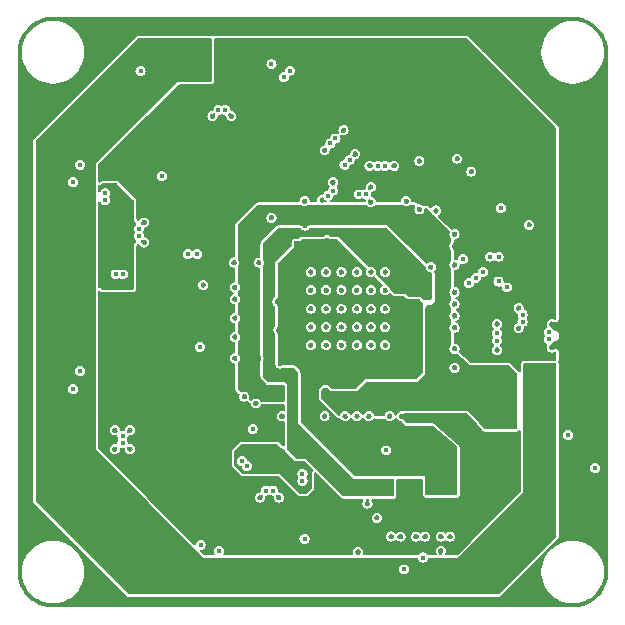
<source format=gbr>
G04 #@! TF.GenerationSoftware,KiCad,Pcbnew,8.0.4*
G04 #@! TF.CreationDate,2024-11-09T11:53:38-08:00*
G04 #@! TF.ProjectId,ASM2806_Breakout,41534d32-3830-4365-9f42-7265616b6f75,rev?*
G04 #@! TF.SameCoordinates,Original*
G04 #@! TF.FileFunction,Copper,L3,Inr*
G04 #@! TF.FilePolarity,Positive*
%FSLAX46Y46*%
G04 Gerber Fmt 4.6, Leading zero omitted, Abs format (unit mm)*
G04 Created by KiCad (PCBNEW 8.0.4) date 2024-11-09 11:53:38*
%MOMM*%
%LPD*%
G01*
G04 APERTURE LIST*
G04 #@! TA.AperFunction,ViaPad*
%ADD10C,0.450000*%
G04 #@! TD*
G04 APERTURE END LIST*
D10*
G04 #@! TO.N,GND*
X170100000Y-118300000D03*
X133900000Y-114900000D03*
X145300000Y-138200000D03*
X143277500Y-135700000D03*
X139677500Y-105900000D03*
X165600000Y-123860000D03*
X160400000Y-109500000D03*
X170100000Y-126900000D03*
X144675000Y-114500000D03*
X132900000Y-114900000D03*
X154300000Y-120650000D03*
X170200000Y-132000000D03*
X156077500Y-113100000D03*
X166500000Y-115100000D03*
X143350000Y-130225000D03*
X168400000Y-123500000D03*
X141577500Y-126400000D03*
X141277500Y-105900000D03*
X133900000Y-116600000D03*
X152800000Y-138700000D03*
X150600000Y-120650000D03*
X150600000Y-125300000D03*
X147477500Y-113100000D03*
X158600000Y-113900000D03*
X153100000Y-120650000D03*
X159000000Y-141500000D03*
X149177500Y-108800000D03*
X151777500Y-109100000D03*
X145537500Y-131300000D03*
X141577500Y-124600000D03*
X159000000Y-142700000D03*
X149877500Y-111500000D03*
X170100000Y-129600000D03*
X141577500Y-121400000D03*
X156900000Y-141500000D03*
X157200000Y-113800000D03*
X160177500Y-118500000D03*
X152917500Y-131300000D03*
X138900000Y-120200000D03*
X149177500Y-131300000D03*
X148000000Y-125300000D03*
X132677500Y-118700000D03*
X150777500Y-107100000D03*
X130877500Y-118700000D03*
X168400000Y-125500000D03*
X132677500Y-119900000D03*
X151900000Y-122200000D03*
X170300000Y-138200000D03*
X154300000Y-119100000D03*
X132700000Y-132500000D03*
X131400000Y-132500000D03*
X155077500Y-110100000D03*
X150600000Y-122200000D03*
X160177500Y-123800000D03*
X151900000Y-120650000D03*
X148000000Y-119100000D03*
X154300000Y-123750000D03*
X150917500Y-131300000D03*
X131100000Y-113500000D03*
X152977500Y-110100000D03*
X131400000Y-134100000D03*
X163777500Y-125700000D03*
X170100000Y-115600000D03*
X154800000Y-141500000D03*
X131100000Y-111900000D03*
X157200000Y-109700000D03*
X161600000Y-110600000D03*
X157700000Y-146900000D03*
X153600000Y-139900000D03*
X147300000Y-137600000D03*
X152300000Y-146900000D03*
X154677500Y-131300000D03*
X163777500Y-123500000D03*
X165600000Y-122150000D03*
X150600000Y-123750000D03*
X151900000Y-119100000D03*
X170300000Y-137400000D03*
X130877500Y-119900000D03*
X141577500Y-120400000D03*
X142077500Y-134300000D03*
X154300000Y-122200000D03*
X160177500Y-120800000D03*
X153200000Y-146900000D03*
X148977500Y-113000000D03*
X142375000Y-129650000D03*
X151917500Y-131300000D03*
X151900000Y-123750000D03*
X153100000Y-122200000D03*
X157700000Y-141500000D03*
X155600000Y-141500000D03*
X169500000Y-130800000D03*
X149300000Y-123750000D03*
X141577500Y-123000000D03*
X160177500Y-121800000D03*
X160177500Y-127200000D03*
X151900000Y-125300000D03*
X143700000Y-138200000D03*
X160177500Y-122800000D03*
X153077500Y-113200000D03*
X149300000Y-120650000D03*
X147300000Y-135400000D03*
X141500000Y-118300000D03*
X148000000Y-120650000D03*
X149300000Y-125300000D03*
X159800000Y-141500000D03*
X148000000Y-123750000D03*
X153077500Y-111900000D03*
X132900000Y-116600000D03*
X152000000Y-142800000D03*
X148000000Y-122200000D03*
X149300000Y-119100000D03*
X160177500Y-115900000D03*
X150600000Y-119100000D03*
X153100000Y-125300000D03*
X153100000Y-119100000D03*
X132700000Y-134100000D03*
X160177500Y-125600000D03*
X170000000Y-138900000D03*
X154300000Y-125300000D03*
X158600000Y-146900000D03*
X153100000Y-123750000D03*
X149300000Y-122200000D03*
X169300000Y-138900000D03*
G04 #@! TO.N,+5V*
X160850000Y-145050000D03*
X145750000Y-144300000D03*
X145750000Y-143550000D03*
X167450000Y-139700000D03*
X126400000Y-134600000D03*
X139150000Y-99800000D03*
X127150000Y-134600000D03*
X166250000Y-127100000D03*
X126250000Y-117800000D03*
X167000000Y-127850000D03*
X127000000Y-117050000D03*
X168200000Y-138950000D03*
X161600000Y-145800000D03*
X138300000Y-100550000D03*
X127000000Y-117800000D03*
X150200000Y-145250000D03*
X150200000Y-143600000D03*
X163400000Y-145400000D03*
X160850000Y-145800000D03*
X167450000Y-138950000D03*
X126400000Y-135350000D03*
X150200000Y-144450000D03*
X138300000Y-99800000D03*
X168200000Y-139700000D03*
X167700000Y-127850000D03*
X168400000Y-127100000D03*
X146500000Y-144300000D03*
X146500000Y-143550000D03*
X168400000Y-127850000D03*
X139150000Y-100550000D03*
X166250000Y-127850000D03*
X150200000Y-146100000D03*
X126250000Y-117050000D03*
X167700000Y-127100000D03*
X127150000Y-135350000D03*
X167000000Y-127100000D03*
X161600000Y-145050000D03*
G04 #@! TO.N,+3V3*
X158157500Y-118680000D03*
X151000000Y-140400000D03*
X150100000Y-141800000D03*
X143600000Y-118300000D03*
X139500000Y-117700000D03*
X139477500Y-115600000D03*
X150100000Y-140400000D03*
X150100000Y-141100000D03*
X153000000Y-107100000D03*
X156700000Y-131300000D03*
X160177500Y-116900000D03*
X155700000Y-131300000D03*
G04 #@! TO.N,+1V05P*
X160150000Y-137700000D03*
X146786250Y-116686250D03*
X155920000Y-144280000D03*
X159400000Y-136750000D03*
X145427500Y-126850000D03*
X158700000Y-137700000D03*
X160150000Y-136750000D03*
X150727500Y-128750000D03*
X158000000Y-137700000D03*
X156977500Y-121676500D03*
X159400000Y-137700000D03*
X147537500Y-129140000D03*
X158700000Y-136750000D03*
X145277500Y-124000000D03*
X157177500Y-123800000D03*
X145177500Y-121600000D03*
X151527500Y-128750000D03*
X157027500Y-126750000D03*
X158000000Y-136750000D03*
X149377500Y-116400000D03*
G04 #@! TO.N,+2V5*
X164550000Y-132150000D03*
X145537500Y-128860000D03*
X149177500Y-129200000D03*
X172087500Y-135712500D03*
X143450000Y-123000000D03*
X164550000Y-131450000D03*
X143577500Y-126400000D03*
X155532666Y-115747998D03*
X165200000Y-131450000D03*
X165200000Y-132150000D03*
X147507500Y-115170000D03*
X158077500Y-122800000D03*
X158077500Y-125600000D03*
G04 #@! TO.N,HOST_PCIe_RX_N*
X165934474Y-123300000D03*
X163777500Y-124900000D03*
G04 #@! TO.N,HOST_PCIe_RX_P*
X163777500Y-124300000D03*
X165934474Y-122700000D03*
G04 #@! TO.N,P1_PCIe_TX_P*
X130599616Y-112433333D03*
X132077500Y-119300000D03*
G04 #@! TO.N,P1_PCIe_TX_N*
X130599616Y-113033333D03*
X131477500Y-119300000D03*
G04 #@! TO.N,P3_PCIe_TX_P*
X147300000Y-136200000D03*
X142165367Y-135087867D03*
G04 #@! TO.N,P3_PCIe_TX_N*
X142589633Y-135512133D03*
X147300000Y-136800000D03*
G04 #@! TO.N,+1V05*
X154750000Y-137800000D03*
X152977500Y-116400000D03*
X154750000Y-136900000D03*
X153950000Y-137800000D03*
X153950000Y-136900000D03*
X157877500Y-121200000D03*
X146277500Y-127700000D03*
X144700000Y-120900000D03*
G04 #@! TO.N,HOST_PCIe_CLK_N*
X168200000Y-124800000D03*
X153677500Y-110100000D03*
G04 #@! TO.N,HOST_PCIe_CLK_P*
X154277500Y-110100000D03*
X168200000Y-124200000D03*
G04 #@! TO.N,HOST_PCIE_PWR_EN*
X169800000Y-132900000D03*
X157500000Y-143273626D03*
G04 #@! TO.N,HOST_PCIE_DET_WAKE*
X163900000Y-117800000D03*
X163900000Y-119900000D03*
G04 #@! TO.N,HOST_PCIe_RST*
X154400000Y-134200000D03*
X163200000Y-117800000D03*
G04 #@! TO.N,P0_PCIe_CLK_N*
X152077500Y-112527746D03*
X132064990Y-133566666D03*
G04 #@! TO.N,P0_PCIe_CLK_P*
X132064990Y-132966666D03*
X152677500Y-112527746D03*
G04 #@! TO.N,DPE_PCIE_PWR_EN*
X144677500Y-101500000D03*
X127877500Y-129000000D03*
X127877500Y-111477500D03*
X140227500Y-142750000D03*
G04 #@! TO.N,P0_PCIe_CLK_REQ*
X161377500Y-120053000D03*
X138604000Y-125422500D03*
G04 #@! TO.N,DPE_PCIe_RST*
X128477500Y-127500000D03*
X138677500Y-142200000D03*
X147477500Y-141677500D03*
X146227500Y-102050000D03*
X133588750Y-102088750D03*
X128477500Y-110022500D03*
G04 #@! TO.N,P1_PCIe_CLK_N*
X150865367Y-110012133D03*
X133450000Y-116033333D03*
G04 #@! TO.N,P1_PCIe_CLK_P*
X151289633Y-109587867D03*
X133450000Y-115433333D03*
G04 #@! TO.N,P1_PCIe_CLK_REQ*
X161977500Y-119600000D03*
X138377500Y-117600000D03*
G04 #@! TO.N,P2_PCIe_CLK_N*
X140177500Y-105400000D03*
X149665367Y-108212133D03*
G04 #@! TO.N,P2_PCIe_CLK_P*
X140777500Y-105400000D03*
X150089633Y-107787867D03*
G04 #@! TO.N,P2_PCIe_CLK_REQ*
X162577500Y-119100000D03*
X145727500Y-102600000D03*
X135400000Y-111000000D03*
X137577500Y-117600000D03*
G04 #@! TO.N,P3_PCIe_CLK_N*
X149483551Y-112626444D03*
X144777500Y-137600000D03*
G04 #@! TO.N,P3_PCIe_CLK_P*
X144177500Y-137600000D03*
X149907817Y-112202178D03*
G04 #@! TO.N,P3_PCIe_CLK_REQ*
X160877500Y-118000000D03*
X143079082Y-132373500D03*
G04 #@! TO.N,Net-(J1-Pin_13)*
X164600000Y-120400000D03*
X164100000Y-113700000D03*
G04 #@! TD*
G04 #@! TA.AperFunction,Conductor*
G04 #@! TO.N,GND*
G36*
X152053347Y-142585706D02*
G01*
X152082801Y-142595277D01*
X152116952Y-142612678D01*
X152142011Y-142630883D01*
X152169114Y-142657986D01*
X152187319Y-142683045D01*
X152204721Y-142717198D01*
X152214293Y-142746658D01*
X152220288Y-142784514D01*
X152220288Y-142815485D01*
X152213414Y-142858888D01*
X152207097Y-142881287D01*
X152205042Y-142886246D01*
X152205037Y-142886263D01*
X152189393Y-142964903D01*
X152189393Y-142995500D01*
X152170486Y-143053691D01*
X152120986Y-143089655D01*
X152090393Y-143094500D01*
X151909805Y-143094500D01*
X151851614Y-143075593D01*
X151815650Y-143026093D01*
X151811029Y-142988843D01*
X151811703Y-142978838D01*
X151811703Y-142978837D01*
X151802131Y-142918405D01*
X151792593Y-142889054D01*
X151788972Y-142873968D01*
X151779709Y-142815480D01*
X151779709Y-142784517D01*
X151785706Y-142746648D01*
X151795275Y-142717198D01*
X151812678Y-142683044D01*
X151830879Y-142657991D01*
X151857991Y-142630879D01*
X151883044Y-142612678D01*
X151917198Y-142595275D01*
X151946648Y-142585706D01*
X151984518Y-142579709D01*
X152015480Y-142579709D01*
X152053347Y-142585706D01*
G37*
G04 #@! TD.AperFunction*
G04 #@! TA.AperFunction,Conductor*
G36*
X159053347Y-142485706D02*
G01*
X159082801Y-142495277D01*
X159116952Y-142512678D01*
X159142011Y-142530883D01*
X159169114Y-142557986D01*
X159187319Y-142583045D01*
X159204721Y-142617198D01*
X159214293Y-142646658D01*
X159220288Y-142684514D01*
X159220288Y-142715487D01*
X159214292Y-142753343D01*
X159204722Y-142782798D01*
X159175665Y-142839829D01*
X159175664Y-142839831D01*
X159166781Y-142857264D01*
X159160034Y-142871898D01*
X159154087Y-142886254D01*
X159154084Y-142886263D01*
X159138440Y-142964903D01*
X159138440Y-142995500D01*
X159119533Y-143053691D01*
X159070033Y-143089655D01*
X159039440Y-143094500D01*
X158960758Y-143094500D01*
X158902567Y-143075593D01*
X158866603Y-143026093D01*
X158861982Y-142988843D01*
X158862656Y-142978838D01*
X158853086Y-142918418D01*
X158853085Y-142918416D01*
X158853084Y-142918406D01*
X158833215Y-142857258D01*
X158795276Y-142782801D01*
X158785706Y-142753346D01*
X158784646Y-142746654D01*
X158779709Y-142715480D01*
X158779709Y-142684517D01*
X158785706Y-142646648D01*
X158795275Y-142617198D01*
X158812678Y-142583044D01*
X158830879Y-142557991D01*
X158857991Y-142530879D01*
X158883044Y-142512678D01*
X158917198Y-142495275D01*
X158946648Y-142485706D01*
X158984518Y-142479709D01*
X159015480Y-142479709D01*
X159053347Y-142485706D01*
G37*
G04 #@! TD.AperFunction*
G04 #@! TA.AperFunction,Conductor*
G36*
X154853347Y-141285706D02*
G01*
X154882802Y-141295277D01*
X154916954Y-141312679D01*
X154942011Y-141330884D01*
X154969113Y-141357985D01*
X154984689Y-141373561D01*
X155004693Y-141390647D01*
X155009212Y-141394507D01*
X155027857Y-141408053D01*
X155034266Y-141412709D01*
X155035220Y-141413386D01*
X155042788Y-141418754D01*
X155041863Y-141420057D01*
X155078848Y-141459172D01*
X155086725Y-141519848D01*
X155057433Y-141573566D01*
X155039696Y-141586080D01*
X155040023Y-141586613D01*
X155036709Y-141588643D01*
X154984688Y-141626438D01*
X154984681Y-141626444D01*
X154942011Y-141669114D01*
X154916954Y-141687319D01*
X154882802Y-141704721D01*
X154853343Y-141714293D01*
X154815486Y-141720289D01*
X154784512Y-141720289D01*
X154746654Y-141714292D01*
X154717198Y-141704721D01*
X154683045Y-141687319D01*
X154657986Y-141669114D01*
X154630883Y-141642011D01*
X154612678Y-141616952D01*
X154595277Y-141582801D01*
X154585706Y-141553347D01*
X154579709Y-141515480D01*
X154579709Y-141484517D01*
X154585706Y-141446648D01*
X154595275Y-141417198D01*
X154612678Y-141383044D01*
X154630879Y-141357991D01*
X154657991Y-141330879D01*
X154683044Y-141312678D01*
X154717198Y-141295275D01*
X154746648Y-141285706D01*
X154784518Y-141279709D01*
X154815480Y-141279709D01*
X154853347Y-141285706D01*
G37*
G04 #@! TD.AperFunction*
G04 #@! TA.AperFunction,Conductor*
G36*
X155653347Y-141285706D02*
G01*
X155682801Y-141295277D01*
X155716952Y-141312678D01*
X155742011Y-141330883D01*
X155769113Y-141357985D01*
X155787319Y-141383045D01*
X155804721Y-141417199D01*
X155814292Y-141446655D01*
X155820288Y-141484511D01*
X155820288Y-141515484D01*
X155814293Y-141553340D01*
X155804721Y-141582800D01*
X155787319Y-141616953D01*
X155769114Y-141642012D01*
X155742012Y-141669114D01*
X155716953Y-141687319D01*
X155682800Y-141704721D01*
X155653343Y-141714293D01*
X155615487Y-141720289D01*
X155584512Y-141720289D01*
X155546654Y-141714292D01*
X155517197Y-141704721D01*
X155483043Y-141687318D01*
X155457986Y-141669113D01*
X155415314Y-141626442D01*
X155415311Y-141626439D01*
X155390796Y-141605500D01*
X155390788Y-141605493D01*
X155367598Y-141588645D01*
X155365699Y-141587265D01*
X155357215Y-141581248D01*
X155358137Y-141579947D01*
X155321146Y-141540817D01*
X155313275Y-141480140D01*
X155342573Y-141426425D01*
X155360307Y-141413927D01*
X155359976Y-141413386D01*
X155363291Y-141411354D01*
X155363290Y-141411354D01*
X155363295Y-141411352D01*
X155415310Y-141373561D01*
X155457987Y-141330882D01*
X155483042Y-141312678D01*
X155517199Y-141295275D01*
X155546648Y-141285706D01*
X155584518Y-141279709D01*
X155615480Y-141279709D01*
X155653347Y-141285706D01*
G37*
G04 #@! TD.AperFunction*
G04 #@! TA.AperFunction,Conductor*
G36*
X156953347Y-141285706D02*
G01*
X156982802Y-141295277D01*
X157016954Y-141312679D01*
X157042011Y-141330884D01*
X157069113Y-141357985D01*
X157084689Y-141373561D01*
X157104693Y-141390647D01*
X157109212Y-141394507D01*
X157127857Y-141408053D01*
X157134266Y-141412709D01*
X157135220Y-141413386D01*
X157142788Y-141418754D01*
X157141863Y-141420057D01*
X157178848Y-141459172D01*
X157186725Y-141519848D01*
X157157433Y-141573566D01*
X157139696Y-141586080D01*
X157140023Y-141586613D01*
X157136709Y-141588643D01*
X157084688Y-141626438D01*
X157084681Y-141626444D01*
X157042011Y-141669114D01*
X157016954Y-141687319D01*
X156982802Y-141704721D01*
X156953343Y-141714293D01*
X156915486Y-141720289D01*
X156884512Y-141720289D01*
X156846654Y-141714292D01*
X156817198Y-141704721D01*
X156783045Y-141687319D01*
X156757986Y-141669114D01*
X156730883Y-141642011D01*
X156712678Y-141616952D01*
X156695277Y-141582801D01*
X156685706Y-141553347D01*
X156679709Y-141515480D01*
X156679709Y-141484517D01*
X156685706Y-141446648D01*
X156695275Y-141417198D01*
X156712678Y-141383044D01*
X156730879Y-141357991D01*
X156757991Y-141330879D01*
X156783044Y-141312678D01*
X156817198Y-141295275D01*
X156846648Y-141285706D01*
X156884518Y-141279709D01*
X156915480Y-141279709D01*
X156953347Y-141285706D01*
G37*
G04 #@! TD.AperFunction*
G04 #@! TA.AperFunction,Conductor*
G36*
X157753347Y-141285706D02*
G01*
X157782801Y-141295277D01*
X157816952Y-141312678D01*
X157842011Y-141330883D01*
X157869113Y-141357985D01*
X157887319Y-141383045D01*
X157904721Y-141417199D01*
X157914292Y-141446655D01*
X157920288Y-141484511D01*
X157920288Y-141515484D01*
X157914293Y-141553340D01*
X157904721Y-141582800D01*
X157887319Y-141616953D01*
X157869114Y-141642012D01*
X157842012Y-141669114D01*
X157816953Y-141687319D01*
X157782800Y-141704721D01*
X157753343Y-141714293D01*
X157715487Y-141720289D01*
X157684512Y-141720289D01*
X157646654Y-141714292D01*
X157617197Y-141704721D01*
X157583043Y-141687318D01*
X157557986Y-141669113D01*
X157515314Y-141626442D01*
X157515311Y-141626439D01*
X157490796Y-141605500D01*
X157490788Y-141605493D01*
X157467598Y-141588645D01*
X157465699Y-141587265D01*
X157457215Y-141581248D01*
X157458137Y-141579947D01*
X157421146Y-141540817D01*
X157413275Y-141480140D01*
X157442573Y-141426425D01*
X157460307Y-141413927D01*
X157459976Y-141413386D01*
X157463291Y-141411354D01*
X157463290Y-141411354D01*
X157463295Y-141411352D01*
X157515310Y-141373561D01*
X157557987Y-141330882D01*
X157583042Y-141312678D01*
X157617199Y-141295275D01*
X157646648Y-141285706D01*
X157684518Y-141279709D01*
X157715480Y-141279709D01*
X157753347Y-141285706D01*
G37*
G04 #@! TD.AperFunction*
G04 #@! TA.AperFunction,Conductor*
G36*
X159053347Y-141285706D02*
G01*
X159082802Y-141295277D01*
X159116954Y-141312679D01*
X159142011Y-141330884D01*
X159169113Y-141357985D01*
X159184689Y-141373561D01*
X159204693Y-141390647D01*
X159209212Y-141394507D01*
X159227857Y-141408053D01*
X159234266Y-141412709D01*
X159235220Y-141413386D01*
X159242788Y-141418754D01*
X159241863Y-141420057D01*
X159278848Y-141459172D01*
X159286725Y-141519848D01*
X159257433Y-141573566D01*
X159239696Y-141586080D01*
X159240023Y-141586613D01*
X159236709Y-141588643D01*
X159184688Y-141626438D01*
X159184681Y-141626444D01*
X159142011Y-141669114D01*
X159116954Y-141687319D01*
X159082802Y-141704721D01*
X159053343Y-141714293D01*
X159015486Y-141720289D01*
X158984512Y-141720289D01*
X158946654Y-141714292D01*
X158917198Y-141704721D01*
X158883045Y-141687319D01*
X158857986Y-141669114D01*
X158830883Y-141642011D01*
X158812678Y-141616952D01*
X158795277Y-141582801D01*
X158785706Y-141553347D01*
X158779709Y-141515480D01*
X158779709Y-141484517D01*
X158785706Y-141446648D01*
X158795275Y-141417198D01*
X158812678Y-141383044D01*
X158830879Y-141357991D01*
X158857991Y-141330879D01*
X158883044Y-141312678D01*
X158917198Y-141295275D01*
X158946648Y-141285706D01*
X158984518Y-141279709D01*
X159015480Y-141279709D01*
X159053347Y-141285706D01*
G37*
G04 #@! TD.AperFunction*
G04 #@! TA.AperFunction,Conductor*
G36*
X159853347Y-141285706D02*
G01*
X159882801Y-141295277D01*
X159916952Y-141312678D01*
X159942011Y-141330883D01*
X159969114Y-141357986D01*
X159987319Y-141383045D01*
X160004721Y-141417198D01*
X160014292Y-141446654D01*
X160019596Y-141480140D01*
X160020289Y-141484511D01*
X160020289Y-141515487D01*
X160014293Y-141553343D01*
X160004721Y-141582800D01*
X159987319Y-141616953D01*
X159969114Y-141642012D01*
X159942012Y-141669114D01*
X159916953Y-141687319D01*
X159882800Y-141704721D01*
X159853343Y-141714293D01*
X159815487Y-141720289D01*
X159784512Y-141720289D01*
X159746654Y-141714292D01*
X159717197Y-141704721D01*
X159683043Y-141687318D01*
X159657986Y-141669113D01*
X159615314Y-141626442D01*
X159615311Y-141626439D01*
X159590796Y-141605500D01*
X159590788Y-141605493D01*
X159567598Y-141588645D01*
X159565699Y-141587265D01*
X159557215Y-141581248D01*
X159558137Y-141579947D01*
X159521146Y-141540817D01*
X159513275Y-141480140D01*
X159542573Y-141426425D01*
X159560307Y-141413927D01*
X159559976Y-141413386D01*
X159563291Y-141411354D01*
X159563290Y-141411354D01*
X159563295Y-141411352D01*
X159615310Y-141373561D01*
X159657987Y-141330882D01*
X159683042Y-141312678D01*
X159717199Y-141295275D01*
X159746648Y-141285706D01*
X159784518Y-141279709D01*
X159815480Y-141279709D01*
X159853347Y-141285706D01*
G37*
G04 #@! TD.AperFunction*
G04 #@! TA.AperFunction,Conductor*
G36*
X153653347Y-139685706D02*
G01*
X153682801Y-139695277D01*
X153716952Y-139712678D01*
X153742011Y-139730883D01*
X153769114Y-139757986D01*
X153787319Y-139783045D01*
X153804721Y-139817198D01*
X153814293Y-139846655D01*
X153820289Y-139884511D01*
X153820289Y-139915487D01*
X153814293Y-139953343D01*
X153804721Y-139982800D01*
X153787319Y-140016953D01*
X153769114Y-140042012D01*
X153742012Y-140069114D01*
X153716953Y-140087319D01*
X153682800Y-140104721D01*
X153653343Y-140114293D01*
X153615487Y-140120289D01*
X153584512Y-140120289D01*
X153546654Y-140114292D01*
X153517198Y-140104721D01*
X153483045Y-140087319D01*
X153457986Y-140069114D01*
X153430883Y-140042011D01*
X153412678Y-140016952D01*
X153395277Y-139982801D01*
X153385706Y-139953347D01*
X153379709Y-139915480D01*
X153379709Y-139884517D01*
X153385706Y-139846648D01*
X153395275Y-139817198D01*
X153412678Y-139783044D01*
X153430879Y-139757991D01*
X153457991Y-139730879D01*
X153483044Y-139712678D01*
X153517198Y-139695275D01*
X153546648Y-139685706D01*
X153584518Y-139679709D01*
X153615480Y-139679709D01*
X153653347Y-139685706D01*
G37*
G04 #@! TD.AperFunction*
G04 #@! TA.AperFunction,Conductor*
G36*
X152897433Y-138324407D02*
G01*
X152933397Y-138373907D01*
X152938018Y-138411159D01*
X152937343Y-138421159D01*
X152946913Y-138481586D01*
X152966782Y-138542739D01*
X152966786Y-138542748D01*
X153004721Y-138617201D01*
X153014292Y-138646654D01*
X153016672Y-138661679D01*
X153020289Y-138684512D01*
X153020289Y-138715487D01*
X153014293Y-138753343D01*
X153004721Y-138782800D01*
X152987319Y-138816953D01*
X152969114Y-138842012D01*
X152942012Y-138869114D01*
X152916953Y-138887319D01*
X152882800Y-138904721D01*
X152853343Y-138914293D01*
X152815487Y-138920289D01*
X152784512Y-138920289D01*
X152746654Y-138914292D01*
X152717198Y-138904721D01*
X152683045Y-138887319D01*
X152657986Y-138869114D01*
X152630884Y-138842012D01*
X152612677Y-138816950D01*
X152603924Y-138799771D01*
X152603920Y-138799765D01*
X152595275Y-138782799D01*
X152585706Y-138753347D01*
X152579709Y-138715480D01*
X152579709Y-138684517D01*
X152585707Y-138646647D01*
X152595275Y-138617201D01*
X152620884Y-138566943D01*
X152620888Y-138566935D01*
X152633220Y-138542730D01*
X152639964Y-138528103D01*
X152645909Y-138513755D01*
X152661560Y-138435093D01*
X152661560Y-138404500D01*
X152680467Y-138346309D01*
X152729967Y-138310345D01*
X152760560Y-138305500D01*
X152839242Y-138305500D01*
X152897433Y-138324407D01*
G37*
G04 #@! TD.AperFunction*
G04 #@! TA.AperFunction,Conductor*
G36*
X143892535Y-137962296D02*
G01*
X143925091Y-138014101D01*
X143926874Y-138053782D01*
X143918321Y-138107787D01*
X143918321Y-138107792D01*
X143918321Y-138172087D01*
X143920289Y-138184510D01*
X143920289Y-138215487D01*
X143914293Y-138253343D01*
X143904721Y-138282800D01*
X143887319Y-138316953D01*
X143869114Y-138342012D01*
X143842012Y-138369114D01*
X143816953Y-138387319D01*
X143782800Y-138404721D01*
X143753343Y-138414293D01*
X143715487Y-138420289D01*
X143684512Y-138420289D01*
X143646654Y-138414292D01*
X143617198Y-138404721D01*
X143583045Y-138387319D01*
X143557986Y-138369114D01*
X143530885Y-138342013D01*
X143512680Y-138316954D01*
X143495277Y-138282799D01*
X143485706Y-138253347D01*
X143479709Y-138215479D01*
X143479709Y-138184517D01*
X143485706Y-138146648D01*
X143495275Y-138117198D01*
X143512678Y-138083044D01*
X143530879Y-138057991D01*
X143557990Y-138030880D01*
X143583047Y-138012677D01*
X143617197Y-137995277D01*
X143646655Y-137985706D01*
X143648847Y-137985358D01*
X143706062Y-137976297D01*
X143737417Y-137968769D01*
X143766874Y-137959198D01*
X143771247Y-137957723D01*
X143776420Y-137954472D01*
X143835747Y-137939520D01*
X143892535Y-137962296D01*
G37*
G04 #@! TD.AperFunction*
G04 #@! TA.AperFunction,Conductor*
G36*
X145205156Y-137955294D02*
G01*
X145231439Y-137963833D01*
X145233894Y-137964631D01*
X145233898Y-137964631D01*
X145237576Y-137965827D01*
X145237590Y-137965831D01*
X145240600Y-137966809D01*
X145242982Y-137968539D01*
X145252662Y-137970863D01*
X145256142Y-137970312D01*
X145260239Y-137970960D01*
X145260259Y-137970963D01*
X145267853Y-137972165D01*
X145267853Y-137972166D01*
X145353346Y-137985706D01*
X145382801Y-137995277D01*
X145416952Y-138012678D01*
X145442011Y-138030883D01*
X145469115Y-138057987D01*
X145487321Y-138083047D01*
X145504721Y-138117197D01*
X145514292Y-138146652D01*
X145516081Y-138157947D01*
X145520288Y-138184509D01*
X145520289Y-138184510D01*
X145520289Y-138215487D01*
X145514293Y-138253343D01*
X145504721Y-138282800D01*
X145487319Y-138316953D01*
X145469114Y-138342012D01*
X145442012Y-138369114D01*
X145416953Y-138387319D01*
X145382800Y-138404721D01*
X145353343Y-138414293D01*
X145315487Y-138420289D01*
X145284512Y-138420289D01*
X145246654Y-138414292D01*
X145217198Y-138404721D01*
X145183045Y-138387319D01*
X145157986Y-138369114D01*
X145130885Y-138342013D01*
X145112680Y-138316954D01*
X145095277Y-138282799D01*
X145085706Y-138253342D01*
X145079710Y-138215486D01*
X145079711Y-138184508D01*
X145080830Y-138177443D01*
X145080831Y-138177439D01*
X145082728Y-138129170D01*
X145079102Y-138083090D01*
X145079096Y-138083047D01*
X145076390Y-138062193D01*
X145087649Y-138002053D01*
X145132107Y-137960016D01*
X145192784Y-137952140D01*
X145205156Y-137955294D01*
G37*
G04 #@! TD.AperFunction*
G04 #@! TA.AperFunction,Conductor*
G36*
X145489186Y-136289186D02*
G01*
X145489172Y-136289173D01*
X145489166Y-136289167D01*
X145477345Y-136278239D01*
X145477336Y-136278231D01*
X145465523Y-136268142D01*
X145395565Y-136228964D01*
X145337374Y-136210057D01*
X145337371Y-136210056D01*
X145337372Y-136210056D01*
X145273875Y-136200000D01*
X145400000Y-136200000D01*
X145489186Y-136289186D01*
G37*
G04 #@! TD.AperFunction*
G04 #@! TA.AperFunction,Conductor*
G36*
X147532063Y-135124407D02*
G01*
X147543876Y-135134496D01*
X148190883Y-135781503D01*
X148218660Y-135836020D01*
X148209089Y-135896452D01*
X148186019Y-135926057D01*
X148175875Y-135934919D01*
X148175873Y-135934922D01*
X148128964Y-136013434D01*
X148128962Y-136013437D01*
X148110056Y-136071626D01*
X148100000Y-136135123D01*
X148100000Y-135750000D01*
X147455500Y-135105500D01*
X147473872Y-135105500D01*
X147532063Y-135124407D01*
G37*
G04 #@! TD.AperFunction*
G04 #@! TA.AperFunction,Conductor*
G36*
X145518122Y-134010093D02*
G01*
X145557532Y-134034244D01*
X145575744Y-134044176D01*
X145664907Y-134064527D01*
X145699956Y-134064527D01*
X145758147Y-134083434D01*
X145794111Y-134132934D01*
X145795239Y-134136655D01*
X145818115Y-134217769D01*
X145818117Y-134217775D01*
X145845894Y-134272291D01*
X145883681Y-134324300D01*
X145883683Y-134324302D01*
X145883686Y-134324306D01*
X146570194Y-135010814D01*
X146570207Y-135010826D01*
X146570214Y-135010833D01*
X146582034Y-135021760D01*
X146582044Y-135021769D01*
X146593857Y-135031858D01*
X146663815Y-135071036D01*
X146722006Y-135089943D01*
X146734706Y-135091954D01*
X146785504Y-135100000D01*
X146600000Y-135100000D01*
X145480187Y-133980187D01*
X145518122Y-134010093D01*
G37*
G04 #@! TD.AperFunction*
G04 #@! TA.AperFunction,Conductor*
G36*
X131468836Y-133888159D02*
G01*
X131490137Y-133891533D01*
X131537112Y-133891533D01*
X131595303Y-133910440D01*
X131631267Y-133959940D01*
X131634893Y-134006020D01*
X131626467Y-134059220D01*
X131626467Y-134068691D01*
X131625248Y-134084179D01*
X131614293Y-134153343D01*
X131604721Y-134182800D01*
X131587319Y-134216953D01*
X131569114Y-134242012D01*
X131542012Y-134269114D01*
X131516953Y-134287319D01*
X131482800Y-134304721D01*
X131453343Y-134314293D01*
X131415487Y-134320289D01*
X131384512Y-134320289D01*
X131346654Y-134314292D01*
X131317198Y-134304721D01*
X131283045Y-134287319D01*
X131257986Y-134269114D01*
X131230883Y-134242011D01*
X131212678Y-134216952D01*
X131195277Y-134182801D01*
X131185706Y-134153347D01*
X131179709Y-134115480D01*
X131179709Y-134084517D01*
X131185706Y-134046648D01*
X131195275Y-134017198D01*
X131212678Y-133983044D01*
X131230879Y-133957991D01*
X131257991Y-133930879D01*
X131283044Y-133912678D01*
X131317198Y-133895275D01*
X131346649Y-133885706D01*
X131384519Y-133879709D01*
X131415483Y-133879709D01*
X131468836Y-133888159D01*
G37*
G04 #@! TD.AperFunction*
G04 #@! TA.AperFunction,Conductor*
G36*
X132753348Y-133885706D02*
G01*
X132782801Y-133895277D01*
X132816952Y-133912678D01*
X132842011Y-133930883D01*
X132869114Y-133957986D01*
X132887319Y-133983045D01*
X132904721Y-134017198D01*
X132914292Y-134046654D01*
X132918246Y-134071616D01*
X132920289Y-134084511D01*
X132920289Y-134115487D01*
X132914293Y-134153343D01*
X132904721Y-134182800D01*
X132887319Y-134216953D01*
X132869114Y-134242012D01*
X132842012Y-134269114D01*
X132816953Y-134287319D01*
X132782800Y-134304721D01*
X132753343Y-134314293D01*
X132715487Y-134320289D01*
X132684512Y-134320289D01*
X132646654Y-134314292D01*
X132617198Y-134304721D01*
X132583045Y-134287319D01*
X132557986Y-134269114D01*
X132530883Y-134242011D01*
X132512678Y-134216952D01*
X132495277Y-134182801D01*
X132485706Y-134153346D01*
X132477560Y-134101912D01*
X132478156Y-134098145D01*
X132472833Y-134064538D01*
X132472833Y-134064535D01*
X132465754Y-134019840D01*
X132465751Y-134019834D01*
X132465333Y-134017198D01*
X132463188Y-134003653D01*
X132463187Y-134003649D01*
X132462840Y-134001458D01*
X132463637Y-134001331D01*
X132470140Y-133943447D01*
X132511405Y-133898271D01*
X132571343Y-133885978D01*
X132575784Y-133886579D01*
X132576314Y-133886663D01*
X132576317Y-133886663D01*
X132640611Y-133886663D01*
X132640612Y-133886663D01*
X132684517Y-133879709D01*
X132715480Y-133879709D01*
X132753348Y-133885706D01*
G37*
G04 #@! TD.AperFunction*
G04 #@! TA.AperFunction,Conductor*
G36*
X132753347Y-132285706D02*
G01*
X132782801Y-132295277D01*
X132816952Y-132312678D01*
X132842011Y-132330883D01*
X132869115Y-132357987D01*
X132887321Y-132383047D01*
X132904721Y-132417197D01*
X132914291Y-132446649D01*
X132916873Y-132462946D01*
X132916874Y-132462951D01*
X132920289Y-132484512D01*
X132920289Y-132515487D01*
X132914293Y-132553343D01*
X132904721Y-132582800D01*
X132887319Y-132616953D01*
X132869114Y-132642012D01*
X132842012Y-132669114D01*
X132816953Y-132687319D01*
X132782800Y-132704721D01*
X132753342Y-132714293D01*
X132715485Y-132720289D01*
X132684512Y-132720289D01*
X132636274Y-132712649D01*
X132636269Y-132712648D01*
X132636260Y-132712647D01*
X132604113Y-132710117D01*
X132573139Y-132710117D01*
X132569185Y-132710161D01*
X132568523Y-132710169D01*
X132565606Y-132710904D01*
X132563800Y-132710782D01*
X132562737Y-132710920D01*
X132562709Y-132710708D01*
X132504559Y-132706782D01*
X132457595Y-132667564D01*
X132442651Y-132608232D01*
X132453218Y-132569955D01*
X132457245Y-132562053D01*
X132477114Y-132500904D01*
X132485707Y-132446647D01*
X132495275Y-132417198D01*
X132512678Y-132383044D01*
X132530879Y-132357991D01*
X132557991Y-132330879D01*
X132583044Y-132312678D01*
X132617198Y-132295275D01*
X132646648Y-132285706D01*
X132684518Y-132279709D01*
X132715480Y-132279709D01*
X132753347Y-132285706D01*
G37*
G04 #@! TD.AperFunction*
G04 #@! TA.AperFunction,Conductor*
G36*
X131453347Y-132285706D02*
G01*
X131482801Y-132295277D01*
X131516952Y-132312678D01*
X131542011Y-132330883D01*
X131569115Y-132357987D01*
X131587321Y-132383047D01*
X131604721Y-132417197D01*
X131614292Y-132446652D01*
X131623618Y-132505531D01*
X131631148Y-132536897D01*
X131640698Y-132566289D01*
X131644059Y-132576250D01*
X131641580Y-132577086D01*
X131648096Y-132627216D01*
X131618813Y-132680938D01*
X131563544Y-132707188D01*
X131550784Y-132708014D01*
X131492983Y-132708014D01*
X131415484Y-132720288D01*
X131384513Y-132720288D01*
X131346658Y-132714293D01*
X131317198Y-132704721D01*
X131283045Y-132687319D01*
X131257986Y-132669114D01*
X131230884Y-132642012D01*
X131212679Y-132616953D01*
X131195278Y-132582802D01*
X131185706Y-132553346D01*
X131185409Y-132551470D01*
X131179709Y-132515480D01*
X131179709Y-132484517D01*
X131185706Y-132446648D01*
X131195275Y-132417198D01*
X131212678Y-132383044D01*
X131230879Y-132357991D01*
X131257991Y-132330879D01*
X131283044Y-132312678D01*
X131317198Y-132295275D01*
X131346648Y-132285706D01*
X131384518Y-132279709D01*
X131415480Y-132279709D01*
X131453347Y-132285706D01*
G37*
G04 #@! TD.AperFunction*
G04 #@! TA.AperFunction,Conductor*
G36*
X145626779Y-131091398D02*
G01*
X145646175Y-131094470D01*
X145692182Y-131096532D01*
X145692183Y-131096531D01*
X145699933Y-131096879D01*
X145757219Y-131118373D01*
X145790930Y-131169434D01*
X145794500Y-131195780D01*
X145794500Y-131407075D01*
X145775593Y-131465266D01*
X145726093Y-131501230D01*
X145695529Y-131506075D01*
X145657878Y-131506086D01*
X145651187Y-131505862D01*
X145646204Y-131505525D01*
X145646195Y-131505526D01*
X145638209Y-131506789D01*
X145638210Y-131506790D01*
X145638142Y-131506801D01*
X145637821Y-131506852D01*
X145552987Y-131520289D01*
X145522012Y-131520289D01*
X145484154Y-131514292D01*
X145454698Y-131504721D01*
X145420545Y-131487319D01*
X145395486Y-131469114D01*
X145368383Y-131442011D01*
X145350178Y-131416952D01*
X145332777Y-131382801D01*
X145323206Y-131353347D01*
X145317209Y-131315480D01*
X145317209Y-131284517D01*
X145323206Y-131246648D01*
X145332775Y-131217198D01*
X145350178Y-131183044D01*
X145368381Y-131157990D01*
X145395491Y-131130879D01*
X145420544Y-131112678D01*
X145454698Y-131095275D01*
X145484148Y-131085706D01*
X145522018Y-131079709D01*
X145552980Y-131079709D01*
X145626779Y-131091398D01*
G37*
G04 #@! TD.AperFunction*
G04 #@! TA.AperFunction,Conductor*
G36*
X149230847Y-131085706D02*
G01*
X149260301Y-131095277D01*
X149294452Y-131112678D01*
X149319511Y-131130883D01*
X149346614Y-131157986D01*
X149364819Y-131183045D01*
X149382221Y-131217198D01*
X149391792Y-131246654D01*
X149396477Y-131276232D01*
X149397789Y-131284511D01*
X149397789Y-131315487D01*
X149391793Y-131353343D01*
X149382221Y-131382800D01*
X149364819Y-131416953D01*
X149346614Y-131442012D01*
X149319512Y-131469114D01*
X149294453Y-131487319D01*
X149260300Y-131504721D01*
X149230843Y-131514293D01*
X149192987Y-131520289D01*
X149162012Y-131520289D01*
X149124154Y-131514292D01*
X149094698Y-131504721D01*
X149060545Y-131487319D01*
X149035486Y-131469114D01*
X149008383Y-131442011D01*
X148990178Y-131416952D01*
X148972777Y-131382801D01*
X148963206Y-131353347D01*
X148957209Y-131315480D01*
X148957209Y-131284517D01*
X148963206Y-131246648D01*
X148972775Y-131217198D01*
X148990178Y-131183044D01*
X149008381Y-131157990D01*
X149035491Y-131130879D01*
X149060544Y-131112678D01*
X149094698Y-131095275D01*
X149124148Y-131085706D01*
X149162018Y-131079709D01*
X149192980Y-131079709D01*
X149230847Y-131085706D01*
G37*
G04 #@! TD.AperFunction*
G04 #@! TA.AperFunction,Conductor*
G36*
X150970847Y-131085706D02*
G01*
X151000301Y-131095277D01*
X151034452Y-131112678D01*
X151059511Y-131130883D01*
X151086616Y-131157988D01*
X151104821Y-131183046D01*
X151146180Y-131264217D01*
X151146187Y-131264229D01*
X151146189Y-131264234D01*
X151150328Y-131270988D01*
X151164606Y-131330484D01*
X151141187Y-131387010D01*
X151135916Y-131392712D01*
X151120718Y-131407910D01*
X151059511Y-131469115D01*
X151034455Y-131487319D01*
X151000299Y-131504722D01*
X150970843Y-131514293D01*
X150932987Y-131520289D01*
X150902012Y-131520289D01*
X150864154Y-131514292D01*
X150834698Y-131504721D01*
X150800545Y-131487319D01*
X150775486Y-131469114D01*
X150720785Y-131414413D01*
X150715512Y-131408708D01*
X150709029Y-131401118D01*
X150699176Y-131389582D01*
X150675760Y-131333057D01*
X150686250Y-131280330D01*
X150688338Y-131276233D01*
X150695861Y-131253076D01*
X150701795Y-131238747D01*
X150730180Y-131183040D01*
X150748377Y-131157993D01*
X150775491Y-131130879D01*
X150800544Y-131112678D01*
X150834698Y-131095275D01*
X150864148Y-131085706D01*
X150902018Y-131079709D01*
X150932980Y-131079709D01*
X150970847Y-131085706D01*
G37*
G04 #@! TD.AperFunction*
G04 #@! TA.AperFunction,Conductor*
G36*
X151970847Y-131085706D02*
G01*
X152000301Y-131095277D01*
X152034452Y-131112678D01*
X152059511Y-131130883D01*
X152086616Y-131157988D01*
X152104821Y-131183046D01*
X152146180Y-131264217D01*
X152146187Y-131264229D01*
X152146189Y-131264234D01*
X152150328Y-131270988D01*
X152164606Y-131330484D01*
X152141187Y-131387010D01*
X152135916Y-131392712D01*
X152120718Y-131407910D01*
X152059511Y-131469115D01*
X152034455Y-131487319D01*
X152000299Y-131504722D01*
X151970843Y-131514293D01*
X151932987Y-131520289D01*
X151902012Y-131520289D01*
X151864154Y-131514292D01*
X151834698Y-131504721D01*
X151800545Y-131487319D01*
X151775486Y-131469114D01*
X151720785Y-131414413D01*
X151715512Y-131408708D01*
X151709029Y-131401118D01*
X151695638Y-131385440D01*
X151695631Y-131385433D01*
X151695054Y-131384757D01*
X151671637Y-131328230D01*
X151685917Y-131268735D01*
X151687534Y-131266317D01*
X151688804Y-131264243D01*
X151688811Y-131264234D01*
X151730178Y-131183044D01*
X151748380Y-131157990D01*
X151775491Y-131130879D01*
X151800544Y-131112678D01*
X151834698Y-131095275D01*
X151864148Y-131085706D01*
X151902018Y-131079709D01*
X151932980Y-131079709D01*
X151970847Y-131085706D01*
G37*
G04 #@! TD.AperFunction*
G04 #@! TA.AperFunction,Conductor*
G36*
X152970847Y-131085706D02*
G01*
X153000301Y-131095277D01*
X153034452Y-131112678D01*
X153059511Y-131130883D01*
X153086614Y-131157986D01*
X153104819Y-131183045D01*
X153122221Y-131217198D01*
X153131792Y-131246649D01*
X153132107Y-131248635D01*
X153132107Y-131248637D01*
X153135256Y-131264466D01*
X153138878Y-131279556D01*
X153138878Y-131279557D01*
X153144762Y-131292320D01*
X153151952Y-131353082D01*
X153124859Y-131403769D01*
X153120718Y-131407910D01*
X153059511Y-131469115D01*
X153034455Y-131487319D01*
X153000299Y-131504722D01*
X152970843Y-131514293D01*
X152932987Y-131520289D01*
X152902012Y-131520289D01*
X152864154Y-131514292D01*
X152834698Y-131504721D01*
X152800545Y-131487319D01*
X152775486Y-131469114D01*
X152720785Y-131414413D01*
X152715512Y-131408708D01*
X152709029Y-131401118D01*
X152695638Y-131385440D01*
X152695631Y-131385433D01*
X152695054Y-131384757D01*
X152671637Y-131328230D01*
X152685917Y-131268735D01*
X152687534Y-131266317D01*
X152688804Y-131264243D01*
X152688811Y-131264234D01*
X152730178Y-131183044D01*
X152748380Y-131157990D01*
X152775491Y-131130879D01*
X152800544Y-131112678D01*
X152834698Y-131095275D01*
X152864148Y-131085706D01*
X152902018Y-131079709D01*
X152932980Y-131079709D01*
X152970847Y-131085706D01*
G37*
G04 #@! TD.AperFunction*
G04 #@! TA.AperFunction,Conductor*
G36*
X154730847Y-131085706D02*
G01*
X154760301Y-131095277D01*
X154794452Y-131112678D01*
X154819511Y-131130883D01*
X154846614Y-131157986D01*
X154864820Y-131183046D01*
X154885329Y-131223298D01*
X154893382Y-131245125D01*
X154895526Y-131254056D01*
X154905078Y-131283453D01*
X154906573Y-131287883D01*
X154906946Y-131288669D01*
X154907013Y-131289187D01*
X154908439Y-131293414D01*
X154907597Y-131293697D01*
X154914813Y-131349347D01*
X154887510Y-131401118D01*
X154880718Y-131407910D01*
X154819511Y-131469115D01*
X154794455Y-131487319D01*
X154760299Y-131504722D01*
X154730843Y-131514293D01*
X154692987Y-131520289D01*
X154662012Y-131520289D01*
X154624154Y-131514292D01*
X154594698Y-131504721D01*
X154560545Y-131487319D01*
X154535486Y-131469114D01*
X154480785Y-131414413D01*
X154475513Y-131408709D01*
X154469029Y-131401118D01*
X154464703Y-131396053D01*
X154441286Y-131339529D01*
X154445824Y-131301166D01*
X154462893Y-131248633D01*
X154463205Y-131246660D01*
X154472776Y-131217196D01*
X154490178Y-131183044D01*
X154508381Y-131157990D01*
X154535491Y-131130879D01*
X154560544Y-131112678D01*
X154594698Y-131095275D01*
X154624148Y-131085706D01*
X154662018Y-131079709D01*
X154692980Y-131079709D01*
X154730847Y-131085706D01*
G37*
G04 #@! TD.AperFunction*
G04 #@! TA.AperFunction,Conductor*
G36*
X143403347Y-130010706D02*
G01*
X143432801Y-130020277D01*
X143466952Y-130037678D01*
X143492011Y-130055883D01*
X143519115Y-130082987D01*
X143537320Y-130108045D01*
X143553216Y-130139243D01*
X143570561Y-130165201D01*
X143587169Y-130224089D01*
X143576455Y-130265147D01*
X143537321Y-130341952D01*
X143519115Y-130367011D01*
X143492012Y-130394114D01*
X143466953Y-130412319D01*
X143432800Y-130429721D01*
X143403343Y-130439293D01*
X143365487Y-130445289D01*
X143334512Y-130445289D01*
X143296654Y-130439292D01*
X143267198Y-130429721D01*
X143233045Y-130412319D01*
X143207986Y-130394114D01*
X143180885Y-130367013D01*
X143162680Y-130341954D01*
X143145277Y-130307799D01*
X143135705Y-130278339D01*
X143133616Y-130265147D01*
X143129918Y-130241798D01*
X143122498Y-130216577D01*
X143121991Y-130214853D01*
X143123706Y-130153692D01*
X143146960Y-130116910D01*
X143207988Y-130055881D01*
X143233043Y-130037679D01*
X143267196Y-130020277D01*
X143296648Y-130010706D01*
X143334518Y-130004709D01*
X143365480Y-130004709D01*
X143403347Y-130010706D01*
G37*
G04 #@! TD.AperFunction*
G04 #@! TA.AperFunction,Conductor*
G36*
X142428347Y-129435706D02*
G01*
X142457801Y-129445277D01*
X142491952Y-129462678D01*
X142517011Y-129480883D01*
X142544114Y-129507986D01*
X142562319Y-129533045D01*
X142579721Y-129567198D01*
X142589293Y-129596655D01*
X142595289Y-129634510D01*
X142595289Y-129665486D01*
X142585830Y-129725204D01*
X142583155Y-129737210D01*
X142572580Y-129773790D01*
X142538255Y-129824441D01*
X142508070Y-129840449D01*
X142448152Y-129859920D01*
X142433042Y-129863548D01*
X142390485Y-129870288D01*
X142359514Y-129870288D01*
X142321658Y-129864293D01*
X142292198Y-129854721D01*
X142258045Y-129837319D01*
X142232986Y-129819114D01*
X142205883Y-129792011D01*
X142187678Y-129766952D01*
X142170277Y-129732801D01*
X142160706Y-129703348D01*
X142154709Y-129665479D01*
X142154709Y-129634516D01*
X142168250Y-129549021D01*
X142168249Y-129549020D01*
X142169008Y-129544234D01*
X142196786Y-129489718D01*
X142236194Y-129465569D01*
X142280841Y-129451063D01*
X142292190Y-129445279D01*
X142321649Y-129435706D01*
X142359518Y-129429709D01*
X142390481Y-129429709D01*
X142428347Y-129435706D01*
G37*
G04 #@! TD.AperFunction*
G04 #@! TA.AperFunction,Conductor*
G36*
X160230847Y-126985706D02*
G01*
X160260301Y-126995277D01*
X160294452Y-127012678D01*
X160319511Y-127030883D01*
X160346614Y-127057986D01*
X160364819Y-127083045D01*
X160382221Y-127117198D01*
X160391793Y-127146655D01*
X160397789Y-127184511D01*
X160397789Y-127215487D01*
X160391793Y-127253343D01*
X160382221Y-127282800D01*
X160364819Y-127316953D01*
X160346614Y-127342012D01*
X160319512Y-127369114D01*
X160294453Y-127387319D01*
X160260300Y-127404721D01*
X160230843Y-127414293D01*
X160192987Y-127420289D01*
X160162012Y-127420289D01*
X160124154Y-127414292D01*
X160094698Y-127404721D01*
X160060545Y-127387319D01*
X160035486Y-127369114D01*
X160008383Y-127342011D01*
X159990178Y-127316952D01*
X159972777Y-127282801D01*
X159963206Y-127253347D01*
X159957209Y-127215480D01*
X159957209Y-127184517D01*
X159963206Y-127146648D01*
X159972775Y-127117198D01*
X159990178Y-127083044D01*
X160008379Y-127057991D01*
X160035491Y-127030879D01*
X160060544Y-127012678D01*
X160094698Y-126995275D01*
X160124148Y-126985706D01*
X160162018Y-126979709D01*
X160192980Y-126979709D01*
X160230847Y-126985706D01*
G37*
G04 #@! TD.AperFunction*
G04 #@! TA.AperFunction,Conductor*
G36*
X141684787Y-126196160D02*
G01*
X141685407Y-126196780D01*
X141685412Y-126196784D01*
X141746614Y-126257986D01*
X141764819Y-126283045D01*
X141782221Y-126317198D01*
X141791793Y-126346655D01*
X141797789Y-126384511D01*
X141797789Y-126415487D01*
X141791793Y-126453343D01*
X141782222Y-126482799D01*
X141764819Y-126516955D01*
X141746612Y-126542015D01*
X141689060Y-126599566D01*
X141689004Y-126599617D01*
X141682804Y-126605821D01*
X141628294Y-126633611D01*
X141582194Y-126629989D01*
X141543140Y-126617300D01*
X141543129Y-126617298D01*
X141524153Y-126614292D01*
X141494699Y-126604721D01*
X141460545Y-126587319D01*
X141435485Y-126569113D01*
X141408383Y-126542011D01*
X141390178Y-126516952D01*
X141372777Y-126482801D01*
X141363206Y-126453347D01*
X141357209Y-126415480D01*
X141357209Y-126384517D01*
X141363206Y-126346648D01*
X141372775Y-126317198D01*
X141390178Y-126283044D01*
X141408379Y-126257991D01*
X141435490Y-126230880D01*
X141460541Y-126212679D01*
X141494702Y-126195274D01*
X141524152Y-126185706D01*
X141543135Y-126182700D01*
X141558956Y-126179553D01*
X141574061Y-126175927D01*
X141574066Y-126175924D01*
X141578660Y-126174333D01*
X141579092Y-126175581D01*
X141634087Y-126169066D01*
X141684787Y-126196160D01*
G37*
G04 #@! TD.AperFunction*
G04 #@! TA.AperFunction,Conductor*
G36*
X163851066Y-125442566D02*
G01*
X163863578Y-125460307D01*
X163864114Y-125459979D01*
X163866141Y-125463288D01*
X163880494Y-125483043D01*
X163903930Y-125515299D01*
X163903940Y-125515312D01*
X163946613Y-125557986D01*
X163964818Y-125583043D01*
X163982221Y-125617197D01*
X163991792Y-125646654D01*
X163997420Y-125682185D01*
X163997789Y-125684511D01*
X163997789Y-125715487D01*
X163991793Y-125753343D01*
X163982221Y-125782800D01*
X163964819Y-125816953D01*
X163946614Y-125842012D01*
X163919512Y-125869114D01*
X163894453Y-125887319D01*
X163860300Y-125904721D01*
X163830843Y-125914293D01*
X163792987Y-125920289D01*
X163762012Y-125920289D01*
X163724154Y-125914292D01*
X163694698Y-125904721D01*
X163660545Y-125887319D01*
X163635486Y-125869114D01*
X163608383Y-125842011D01*
X163590178Y-125816952D01*
X163572777Y-125782801D01*
X163563206Y-125753347D01*
X163557209Y-125715480D01*
X163557209Y-125684517D01*
X163563206Y-125646648D01*
X163572775Y-125617199D01*
X163590179Y-125583043D01*
X163608377Y-125557995D01*
X163651063Y-125515309D01*
X163672002Y-125490792D01*
X163690206Y-125465737D01*
X163692877Y-125461973D01*
X163692877Y-125461972D01*
X163696257Y-125457210D01*
X163697559Y-125458134D01*
X163736672Y-125421151D01*
X163797348Y-125413274D01*
X163851066Y-125442566D01*
G37*
G04 #@! TD.AperFunction*
G04 #@! TA.AperFunction,Conductor*
G36*
X160153812Y-125373256D02*
G01*
X160156863Y-125373989D01*
X160230842Y-125385706D01*
X160260299Y-125395277D01*
X160294450Y-125412677D01*
X160319511Y-125430883D01*
X160346614Y-125457986D01*
X160364819Y-125483045D01*
X160382221Y-125517198D01*
X160391792Y-125546654D01*
X160395143Y-125567809D01*
X160397789Y-125584511D01*
X160397789Y-125615487D01*
X160391792Y-125653348D01*
X160382220Y-125682805D01*
X160370368Y-125706064D01*
X160367339Y-125712259D01*
X160364557Y-125718202D01*
X160364552Y-125718214D01*
X160360125Y-125734577D01*
X160326674Y-125785809D01*
X160280048Y-125806499D01*
X160276672Y-125807033D01*
X160276606Y-125807045D01*
X160192987Y-125820289D01*
X160162013Y-125820289D01*
X160124156Y-125814293D01*
X160094698Y-125804721D01*
X160060545Y-125787319D01*
X160035486Y-125769114D01*
X160008383Y-125742011D01*
X159990178Y-125716952D01*
X159972777Y-125682801D01*
X159963206Y-125653347D01*
X159957209Y-125615480D01*
X159957209Y-125584517D01*
X159963206Y-125546648D01*
X159972775Y-125517198D01*
X159990179Y-125483043D01*
X160008386Y-125457984D01*
X160016314Y-125450057D01*
X160027264Y-125438213D01*
X160037353Y-125426401D01*
X160040885Y-125420093D01*
X160085812Y-125378560D01*
X160146573Y-125371367D01*
X160153812Y-125373256D01*
G37*
G04 #@! TD.AperFunction*
G04 #@! TA.AperFunction,Conductor*
G36*
X148053347Y-125085706D02*
G01*
X148082801Y-125095277D01*
X148116952Y-125112678D01*
X148142011Y-125130883D01*
X148169113Y-125157985D01*
X148187319Y-125183045D01*
X148204721Y-125217199D01*
X148214292Y-125246655D01*
X148220288Y-125284511D01*
X148220288Y-125315484D01*
X148214293Y-125353340D01*
X148204721Y-125382800D01*
X148187319Y-125416953D01*
X148169114Y-125442012D01*
X148142012Y-125469114D01*
X148116953Y-125487319D01*
X148082800Y-125504721D01*
X148053343Y-125514293D01*
X148015487Y-125520289D01*
X147984512Y-125520289D01*
X147946654Y-125514292D01*
X147917198Y-125504721D01*
X147883045Y-125487319D01*
X147857986Y-125469114D01*
X147830881Y-125442009D01*
X147812678Y-125416954D01*
X147795276Y-125382800D01*
X147785707Y-125353351D01*
X147779709Y-125315480D01*
X147779709Y-125284517D01*
X147785706Y-125246648D01*
X147795275Y-125217198D01*
X147812678Y-125183044D01*
X147830879Y-125157991D01*
X147857991Y-125130879D01*
X147883044Y-125112678D01*
X147917198Y-125095275D01*
X147946648Y-125085706D01*
X147984518Y-125079709D01*
X148015480Y-125079709D01*
X148053347Y-125085706D01*
G37*
G04 #@! TD.AperFunction*
G04 #@! TA.AperFunction,Conductor*
G36*
X149353347Y-125085706D02*
G01*
X149382801Y-125095277D01*
X149416952Y-125112678D01*
X149442011Y-125130883D01*
X149469113Y-125157985D01*
X149487319Y-125183045D01*
X149504721Y-125217199D01*
X149514292Y-125246655D01*
X149520288Y-125284511D01*
X149520288Y-125315484D01*
X149514293Y-125353340D01*
X149504721Y-125382800D01*
X149487319Y-125416953D01*
X149469114Y-125442012D01*
X149442012Y-125469114D01*
X149416953Y-125487319D01*
X149382800Y-125504721D01*
X149353343Y-125514293D01*
X149315487Y-125520289D01*
X149284512Y-125520289D01*
X149246654Y-125514292D01*
X149217198Y-125504721D01*
X149183045Y-125487319D01*
X149157986Y-125469114D01*
X149130881Y-125442009D01*
X149112678Y-125416954D01*
X149095276Y-125382800D01*
X149085707Y-125353351D01*
X149079709Y-125315480D01*
X149079709Y-125284517D01*
X149085706Y-125246648D01*
X149095275Y-125217198D01*
X149112678Y-125183044D01*
X149130879Y-125157991D01*
X149157991Y-125130879D01*
X149183044Y-125112678D01*
X149217198Y-125095275D01*
X149246648Y-125085706D01*
X149284518Y-125079709D01*
X149315480Y-125079709D01*
X149353347Y-125085706D01*
G37*
G04 #@! TD.AperFunction*
G04 #@! TA.AperFunction,Conductor*
G36*
X150653347Y-125085706D02*
G01*
X150682801Y-125095277D01*
X150716952Y-125112678D01*
X150742011Y-125130883D01*
X150769113Y-125157985D01*
X150787319Y-125183045D01*
X150804721Y-125217199D01*
X150814292Y-125246655D01*
X150820288Y-125284511D01*
X150820288Y-125315484D01*
X150814293Y-125353340D01*
X150804721Y-125382800D01*
X150787319Y-125416953D01*
X150769114Y-125442012D01*
X150742012Y-125469114D01*
X150716953Y-125487319D01*
X150682800Y-125504721D01*
X150653343Y-125514293D01*
X150615487Y-125520289D01*
X150584512Y-125520289D01*
X150546654Y-125514292D01*
X150517198Y-125504721D01*
X150483045Y-125487319D01*
X150457986Y-125469114D01*
X150430881Y-125442009D01*
X150412678Y-125416954D01*
X150395276Y-125382800D01*
X150385707Y-125353351D01*
X150379709Y-125315480D01*
X150379709Y-125284517D01*
X150385706Y-125246648D01*
X150395275Y-125217198D01*
X150412678Y-125183044D01*
X150430879Y-125157991D01*
X150457991Y-125130879D01*
X150483044Y-125112678D01*
X150517198Y-125095275D01*
X150546648Y-125085706D01*
X150584518Y-125079709D01*
X150615480Y-125079709D01*
X150653347Y-125085706D01*
G37*
G04 #@! TD.AperFunction*
G04 #@! TA.AperFunction,Conductor*
G36*
X151953347Y-125085706D02*
G01*
X151982801Y-125095277D01*
X152016952Y-125112678D01*
X152042011Y-125130883D01*
X152069113Y-125157985D01*
X152087319Y-125183045D01*
X152104721Y-125217199D01*
X152114292Y-125246655D01*
X152120288Y-125284511D01*
X152120288Y-125315484D01*
X152114293Y-125353340D01*
X152104721Y-125382800D01*
X152087319Y-125416953D01*
X152069114Y-125442012D01*
X152042012Y-125469114D01*
X152016953Y-125487319D01*
X151982800Y-125504721D01*
X151953343Y-125514293D01*
X151915487Y-125520289D01*
X151884512Y-125520289D01*
X151846654Y-125514292D01*
X151817198Y-125504721D01*
X151783045Y-125487319D01*
X151757986Y-125469114D01*
X151730881Y-125442009D01*
X151712678Y-125416954D01*
X151695276Y-125382800D01*
X151685707Y-125353351D01*
X151679709Y-125315480D01*
X151679709Y-125284517D01*
X151685706Y-125246648D01*
X151695275Y-125217198D01*
X151712678Y-125183044D01*
X151730879Y-125157991D01*
X151757991Y-125130879D01*
X151783044Y-125112678D01*
X151817198Y-125095275D01*
X151846648Y-125085706D01*
X151884518Y-125079709D01*
X151915480Y-125079709D01*
X151953347Y-125085706D01*
G37*
G04 #@! TD.AperFunction*
G04 #@! TA.AperFunction,Conductor*
G36*
X153153347Y-125085706D02*
G01*
X153182801Y-125095277D01*
X153216952Y-125112678D01*
X153242011Y-125130883D01*
X153269113Y-125157985D01*
X153287319Y-125183045D01*
X153304721Y-125217199D01*
X153314292Y-125246655D01*
X153320288Y-125284511D01*
X153320288Y-125315484D01*
X153314293Y-125353340D01*
X153304721Y-125382800D01*
X153287319Y-125416953D01*
X153269114Y-125442012D01*
X153242012Y-125469114D01*
X153216953Y-125487319D01*
X153182800Y-125504721D01*
X153153343Y-125514293D01*
X153115487Y-125520289D01*
X153084512Y-125520289D01*
X153046654Y-125514292D01*
X153017198Y-125504721D01*
X152983045Y-125487319D01*
X152957986Y-125469114D01*
X152930881Y-125442009D01*
X152912678Y-125416954D01*
X152895276Y-125382800D01*
X152885707Y-125353351D01*
X152879709Y-125315480D01*
X152879709Y-125284517D01*
X152885706Y-125246648D01*
X152895275Y-125217198D01*
X152912678Y-125183044D01*
X152930879Y-125157991D01*
X152957991Y-125130879D01*
X152983044Y-125112678D01*
X153017198Y-125095275D01*
X153046648Y-125085706D01*
X153084518Y-125079709D01*
X153115480Y-125079709D01*
X153153347Y-125085706D01*
G37*
G04 #@! TD.AperFunction*
G04 #@! TA.AperFunction,Conductor*
G36*
X154353347Y-125085706D02*
G01*
X154382801Y-125095277D01*
X154416952Y-125112678D01*
X154442011Y-125130883D01*
X154469114Y-125157986D01*
X154487319Y-125183045D01*
X154504721Y-125217198D01*
X154514293Y-125246655D01*
X154520289Y-125284511D01*
X154520289Y-125315487D01*
X154514293Y-125353343D01*
X154504721Y-125382800D01*
X154487319Y-125416953D01*
X154469114Y-125442012D01*
X154442012Y-125469114D01*
X154416953Y-125487319D01*
X154382800Y-125504721D01*
X154353343Y-125514293D01*
X154315487Y-125520289D01*
X154284512Y-125520289D01*
X154246654Y-125514292D01*
X154217198Y-125504721D01*
X154183045Y-125487319D01*
X154157986Y-125469114D01*
X154130881Y-125442009D01*
X154112678Y-125416954D01*
X154095276Y-125382800D01*
X154085707Y-125353351D01*
X154079709Y-125315480D01*
X154079709Y-125284517D01*
X154085706Y-125246648D01*
X154095275Y-125217198D01*
X154112678Y-125183044D01*
X154130879Y-125157991D01*
X154157991Y-125130879D01*
X154183044Y-125112678D01*
X154217198Y-125095275D01*
X154246648Y-125085706D01*
X154284518Y-125079709D01*
X154315480Y-125079709D01*
X154353347Y-125085706D01*
G37*
G04 #@! TD.AperFunction*
G04 #@! TA.AperFunction,Conductor*
G36*
X141684787Y-124396160D02*
G01*
X141685407Y-124396780D01*
X141685412Y-124396784D01*
X141746614Y-124457986D01*
X141764819Y-124483045D01*
X141782221Y-124517198D01*
X141791793Y-124546655D01*
X141797789Y-124584511D01*
X141797789Y-124615487D01*
X141791793Y-124653343D01*
X141782222Y-124682799D01*
X141764819Y-124716955D01*
X141746612Y-124742015D01*
X141689060Y-124799566D01*
X141689004Y-124799617D01*
X141682804Y-124805821D01*
X141628294Y-124833611D01*
X141582194Y-124829989D01*
X141543140Y-124817300D01*
X141543129Y-124817298D01*
X141524153Y-124814292D01*
X141494699Y-124804721D01*
X141460545Y-124787319D01*
X141435485Y-124769113D01*
X141408384Y-124742012D01*
X141390177Y-124716950D01*
X141381424Y-124699771D01*
X141381420Y-124699765D01*
X141372775Y-124682799D01*
X141363206Y-124653347D01*
X141357209Y-124615480D01*
X141357209Y-124584517D01*
X141363206Y-124546648D01*
X141372775Y-124517198D01*
X141390178Y-124483044D01*
X141408379Y-124457991D01*
X141435490Y-124430880D01*
X141460541Y-124412679D01*
X141494702Y-124395274D01*
X141524152Y-124385706D01*
X141543135Y-124382700D01*
X141558956Y-124379553D01*
X141574061Y-124375927D01*
X141574066Y-124375924D01*
X141578660Y-124374333D01*
X141579092Y-124375581D01*
X141634087Y-124369066D01*
X141684787Y-124396160D01*
G37*
G04 #@! TD.AperFunction*
G04 #@! TA.AperFunction,Conductor*
G36*
X165668491Y-123637490D02*
G01*
X165680303Y-123647577D01*
X165681254Y-123648528D01*
X165765755Y-123691583D01*
X165809017Y-123734846D01*
X165819808Y-123779791D01*
X165819808Y-123841481D01*
X165820289Y-123844519D01*
X165820288Y-123875487D01*
X165814293Y-123913341D01*
X165804721Y-123942800D01*
X165787319Y-123976953D01*
X165769114Y-124002012D01*
X165742012Y-124029114D01*
X165716953Y-124047319D01*
X165682800Y-124064721D01*
X165653343Y-124074293D01*
X165615487Y-124080289D01*
X165584512Y-124080289D01*
X165546654Y-124074292D01*
X165517198Y-124064721D01*
X165483045Y-124047319D01*
X165457986Y-124029114D01*
X165430883Y-124002011D01*
X165412678Y-123976952D01*
X165395277Y-123942801D01*
X165385706Y-123913347D01*
X165379709Y-123875480D01*
X165379709Y-123844517D01*
X165385706Y-123806648D01*
X165395275Y-123777198D01*
X165412678Y-123743044D01*
X165430879Y-123717991D01*
X165457989Y-123690881D01*
X165483043Y-123672679D01*
X165552155Y-123637466D01*
X165552166Y-123637457D01*
X165555466Y-123635436D01*
X165555962Y-123636246D01*
X165610299Y-123618587D01*
X165668491Y-123637490D01*
G37*
G04 #@! TD.AperFunction*
G04 #@! TA.AperFunction,Conductor*
G36*
X160200289Y-123561883D02*
G01*
X160205502Y-123565670D01*
X160213266Y-123571311D01*
X160294453Y-123612678D01*
X160319511Y-123630883D01*
X160346614Y-123657986D01*
X160364819Y-123683045D01*
X160382221Y-123717198D01*
X160391792Y-123746654D01*
X160394775Y-123765486D01*
X160397789Y-123784511D01*
X160397789Y-123815487D01*
X160391793Y-123853343D01*
X160382221Y-123882800D01*
X160364819Y-123916953D01*
X160346614Y-123942012D01*
X160319512Y-123969114D01*
X160294453Y-123987319D01*
X160260300Y-124004721D01*
X160230843Y-124014293D01*
X160156860Y-124026011D01*
X160144500Y-124028469D01*
X160083739Y-124021274D01*
X160045100Y-123989561D01*
X160016315Y-123949943D01*
X160008381Y-123942008D01*
X159990179Y-123916954D01*
X159972777Y-123882802D01*
X159963206Y-123853347D01*
X159957209Y-123815480D01*
X159957209Y-123784517D01*
X159963206Y-123746648D01*
X159972775Y-123717198D01*
X159990179Y-123683043D01*
X160008386Y-123657984D01*
X160016314Y-123650057D01*
X160027264Y-123638213D01*
X160037353Y-123626401D01*
X160055722Y-123593600D01*
X160100650Y-123552069D01*
X160161411Y-123544877D01*
X160200289Y-123561883D01*
G37*
G04 #@! TD.AperFunction*
G04 #@! TA.AperFunction,Conductor*
G36*
X148053347Y-123535706D02*
G01*
X148082801Y-123545277D01*
X148116952Y-123562678D01*
X148142011Y-123580883D01*
X148169113Y-123607985D01*
X148187319Y-123633045D01*
X148204721Y-123667199D01*
X148214292Y-123696655D01*
X148220288Y-123734511D01*
X148220288Y-123765484D01*
X148214293Y-123803340D01*
X148204721Y-123832800D01*
X148187319Y-123866953D01*
X148169114Y-123892012D01*
X148142012Y-123919114D01*
X148116953Y-123937319D01*
X148082800Y-123954721D01*
X148053343Y-123964293D01*
X148034415Y-123967291D01*
X148015487Y-123970289D01*
X147984513Y-123970289D01*
X147946655Y-123964292D01*
X147917199Y-123954721D01*
X147883044Y-123937318D01*
X147857985Y-123919113D01*
X147830883Y-123892011D01*
X147812678Y-123866952D01*
X147795277Y-123832801D01*
X147785706Y-123803347D01*
X147779709Y-123765480D01*
X147779709Y-123734517D01*
X147785706Y-123696648D01*
X147795275Y-123667198D01*
X147812678Y-123633044D01*
X147830879Y-123607991D01*
X147857991Y-123580879D01*
X147883044Y-123562678D01*
X147917198Y-123545275D01*
X147946648Y-123535706D01*
X147984518Y-123529709D01*
X148015480Y-123529709D01*
X148053347Y-123535706D01*
G37*
G04 #@! TD.AperFunction*
G04 #@! TA.AperFunction,Conductor*
G36*
X149353347Y-123535706D02*
G01*
X149382801Y-123545277D01*
X149416952Y-123562678D01*
X149442011Y-123580883D01*
X149469113Y-123607985D01*
X149487319Y-123633045D01*
X149504721Y-123667199D01*
X149514292Y-123696655D01*
X149520288Y-123734511D01*
X149520288Y-123765484D01*
X149514293Y-123803340D01*
X149504721Y-123832800D01*
X149487319Y-123866953D01*
X149469114Y-123892012D01*
X149442012Y-123919114D01*
X149416953Y-123937319D01*
X149382800Y-123954721D01*
X149353343Y-123964293D01*
X149334415Y-123967291D01*
X149315487Y-123970289D01*
X149284513Y-123970289D01*
X149246655Y-123964292D01*
X149217199Y-123954721D01*
X149183044Y-123937318D01*
X149157985Y-123919113D01*
X149130883Y-123892011D01*
X149112678Y-123866952D01*
X149095277Y-123832801D01*
X149085706Y-123803347D01*
X149079709Y-123765480D01*
X149079709Y-123734517D01*
X149085706Y-123696648D01*
X149095275Y-123667198D01*
X149112678Y-123633044D01*
X149130879Y-123607991D01*
X149157991Y-123580879D01*
X149183044Y-123562678D01*
X149217198Y-123545275D01*
X149246648Y-123535706D01*
X149284518Y-123529709D01*
X149315480Y-123529709D01*
X149353347Y-123535706D01*
G37*
G04 #@! TD.AperFunction*
G04 #@! TA.AperFunction,Conductor*
G36*
X150653347Y-123535706D02*
G01*
X150682801Y-123545277D01*
X150716952Y-123562678D01*
X150742011Y-123580883D01*
X150769113Y-123607985D01*
X150787319Y-123633045D01*
X150804721Y-123667199D01*
X150814292Y-123696655D01*
X150820288Y-123734511D01*
X150820288Y-123765484D01*
X150814293Y-123803340D01*
X150804721Y-123832800D01*
X150787319Y-123866953D01*
X150769114Y-123892012D01*
X150742012Y-123919114D01*
X150716953Y-123937319D01*
X150682800Y-123954721D01*
X150653343Y-123964293D01*
X150634415Y-123967291D01*
X150615487Y-123970289D01*
X150584513Y-123970289D01*
X150546655Y-123964292D01*
X150517199Y-123954721D01*
X150483044Y-123937318D01*
X150457985Y-123919113D01*
X150430883Y-123892011D01*
X150412678Y-123866952D01*
X150395277Y-123832801D01*
X150385706Y-123803347D01*
X150379709Y-123765480D01*
X150379709Y-123734517D01*
X150385706Y-123696648D01*
X150395275Y-123667198D01*
X150412678Y-123633044D01*
X150430879Y-123607991D01*
X150457991Y-123580879D01*
X150483044Y-123562678D01*
X150517198Y-123545275D01*
X150546648Y-123535706D01*
X150584518Y-123529709D01*
X150615480Y-123529709D01*
X150653347Y-123535706D01*
G37*
G04 #@! TD.AperFunction*
G04 #@! TA.AperFunction,Conductor*
G36*
X151953347Y-123535706D02*
G01*
X151982801Y-123545277D01*
X152016952Y-123562678D01*
X152042011Y-123580883D01*
X152069113Y-123607985D01*
X152087319Y-123633045D01*
X152104721Y-123667199D01*
X152114292Y-123696655D01*
X152120288Y-123734511D01*
X152120288Y-123765484D01*
X152114293Y-123803340D01*
X152104721Y-123832800D01*
X152087319Y-123866953D01*
X152069114Y-123892012D01*
X152042012Y-123919114D01*
X152016953Y-123937319D01*
X151982800Y-123954721D01*
X151953343Y-123964293D01*
X151934415Y-123967291D01*
X151915487Y-123970289D01*
X151884513Y-123970289D01*
X151846655Y-123964292D01*
X151817199Y-123954721D01*
X151783044Y-123937318D01*
X151757985Y-123919113D01*
X151730883Y-123892011D01*
X151712678Y-123866952D01*
X151695277Y-123832801D01*
X151685706Y-123803347D01*
X151679709Y-123765480D01*
X151679709Y-123734517D01*
X151685706Y-123696648D01*
X151695275Y-123667198D01*
X151712678Y-123633044D01*
X151730879Y-123607991D01*
X151757991Y-123580879D01*
X151783044Y-123562678D01*
X151817198Y-123545275D01*
X151846648Y-123535706D01*
X151884518Y-123529709D01*
X151915480Y-123529709D01*
X151953347Y-123535706D01*
G37*
G04 #@! TD.AperFunction*
G04 #@! TA.AperFunction,Conductor*
G36*
X153153347Y-123535706D02*
G01*
X153182801Y-123545277D01*
X153216952Y-123562678D01*
X153242011Y-123580883D01*
X153269113Y-123607985D01*
X153287319Y-123633045D01*
X153304721Y-123667199D01*
X153314292Y-123696655D01*
X153320288Y-123734511D01*
X153320288Y-123765484D01*
X153314293Y-123803340D01*
X153304721Y-123832800D01*
X153287319Y-123866953D01*
X153269114Y-123892012D01*
X153242012Y-123919114D01*
X153216953Y-123937319D01*
X153182800Y-123954721D01*
X153153343Y-123964293D01*
X153134415Y-123967291D01*
X153115487Y-123970289D01*
X153084513Y-123970289D01*
X153046655Y-123964292D01*
X153017199Y-123954721D01*
X152983044Y-123937318D01*
X152957985Y-123919113D01*
X152930883Y-123892011D01*
X152912678Y-123866952D01*
X152895277Y-123832801D01*
X152885706Y-123803347D01*
X152879709Y-123765480D01*
X152879709Y-123734517D01*
X152885706Y-123696648D01*
X152895275Y-123667198D01*
X152912678Y-123633044D01*
X152930879Y-123607991D01*
X152957991Y-123580879D01*
X152983044Y-123562678D01*
X153017198Y-123545275D01*
X153046648Y-123535706D01*
X153084518Y-123529709D01*
X153115480Y-123529709D01*
X153153347Y-123535706D01*
G37*
G04 #@! TD.AperFunction*
G04 #@! TA.AperFunction,Conductor*
G36*
X154353347Y-123535706D02*
G01*
X154382801Y-123545277D01*
X154416952Y-123562678D01*
X154442011Y-123580883D01*
X154469114Y-123607986D01*
X154487319Y-123633045D01*
X154504721Y-123667198D01*
X154514292Y-123696654D01*
X154519759Y-123731168D01*
X154520289Y-123734511D01*
X154520289Y-123765487D01*
X154514293Y-123803343D01*
X154504721Y-123832800D01*
X154487319Y-123866953D01*
X154469114Y-123892012D01*
X154442012Y-123919114D01*
X154416953Y-123937319D01*
X154382800Y-123954721D01*
X154353343Y-123964293D01*
X154334415Y-123967291D01*
X154315487Y-123970289D01*
X154284513Y-123970289D01*
X154246655Y-123964292D01*
X154217199Y-123954721D01*
X154183044Y-123937318D01*
X154157985Y-123919113D01*
X154130883Y-123892011D01*
X154112678Y-123866952D01*
X154095277Y-123832801D01*
X154085706Y-123803347D01*
X154079709Y-123765480D01*
X154079709Y-123734517D01*
X154085706Y-123696648D01*
X154095275Y-123667198D01*
X154112678Y-123633044D01*
X154130879Y-123607991D01*
X154157991Y-123580879D01*
X154183044Y-123562678D01*
X154217198Y-123545275D01*
X154246648Y-123535706D01*
X154284518Y-123529709D01*
X154315480Y-123529709D01*
X154353347Y-123535706D01*
G37*
G04 #@! TD.AperFunction*
G04 #@! TA.AperFunction,Conductor*
G36*
X163830847Y-123285706D02*
G01*
X163860301Y-123295277D01*
X163894452Y-123312678D01*
X163919511Y-123330883D01*
X163946615Y-123357987D01*
X163964819Y-123383044D01*
X163970043Y-123393296D01*
X163970046Y-123393301D01*
X163982222Y-123417200D01*
X163991792Y-123446652D01*
X163997789Y-123484512D01*
X163997789Y-123515485D01*
X163991793Y-123553343D01*
X163982221Y-123582801D01*
X163964819Y-123616954D01*
X163946614Y-123642012D01*
X163903935Y-123684691D01*
X163882992Y-123709213D01*
X163864767Y-123734299D01*
X163858744Y-123742789D01*
X163857443Y-123741866D01*
X163818316Y-123778854D01*
X163757639Y-123786723D01*
X163703925Y-123757425D01*
X163691419Y-123739690D01*
X163690884Y-123740019D01*
X163688852Y-123736703D01*
X163651061Y-123684689D01*
X163608384Y-123642011D01*
X163590179Y-123616954D01*
X163572777Y-123582802D01*
X163563206Y-123553347D01*
X163557209Y-123515480D01*
X163557209Y-123484517D01*
X163563207Y-123446646D01*
X163572775Y-123417198D01*
X163590178Y-123383044D01*
X163608379Y-123357991D01*
X163635491Y-123330879D01*
X163660544Y-123312678D01*
X163694698Y-123295275D01*
X163724148Y-123285706D01*
X163762018Y-123279709D01*
X163792980Y-123279709D01*
X163830847Y-123285706D01*
G37*
G04 #@! TD.AperFunction*
G04 #@! TA.AperFunction,Conductor*
G36*
X141684787Y-122796160D02*
G01*
X141685407Y-122796780D01*
X141685412Y-122796784D01*
X141746614Y-122857986D01*
X141764819Y-122883045D01*
X141782221Y-122917198D01*
X141791792Y-122946654D01*
X141795350Y-122969116D01*
X141797789Y-122984511D01*
X141797789Y-123015487D01*
X141791793Y-123053343D01*
X141782222Y-123082799D01*
X141764819Y-123116955D01*
X141746612Y-123142015D01*
X141689060Y-123199566D01*
X141689004Y-123199617D01*
X141682804Y-123205821D01*
X141628294Y-123233611D01*
X141582194Y-123229989D01*
X141543140Y-123217300D01*
X141543129Y-123217298D01*
X141524153Y-123214292D01*
X141494699Y-123204721D01*
X141460545Y-123187319D01*
X141435485Y-123169113D01*
X141408383Y-123142011D01*
X141390178Y-123116952D01*
X141372777Y-123082801D01*
X141363206Y-123053347D01*
X141357209Y-123015480D01*
X141357209Y-122984517D01*
X141363206Y-122946648D01*
X141372775Y-122917198D01*
X141390178Y-122883044D01*
X141408379Y-122857991D01*
X141435490Y-122830880D01*
X141460541Y-122812679D01*
X141494702Y-122795274D01*
X141524152Y-122785706D01*
X141543135Y-122782700D01*
X141558956Y-122779553D01*
X141574061Y-122775927D01*
X141574066Y-122775924D01*
X141578660Y-122774333D01*
X141579092Y-122775581D01*
X141634087Y-122769066D01*
X141684787Y-122796160D01*
G37*
G04 #@! TD.AperFunction*
G04 #@! TA.AperFunction,Conductor*
G36*
X160200289Y-122561883D02*
G01*
X160213266Y-122571311D01*
X160294453Y-122612678D01*
X160319511Y-122630883D01*
X160346614Y-122657986D01*
X160364819Y-122683045D01*
X160382221Y-122717198D01*
X160391792Y-122746654D01*
X160397003Y-122779553D01*
X160397789Y-122784511D01*
X160397789Y-122815487D01*
X160391793Y-122853343D01*
X160382221Y-122882800D01*
X160364819Y-122916953D01*
X160346614Y-122942012D01*
X160319510Y-122969116D01*
X160294452Y-122987321D01*
X160213279Y-123028681D01*
X160213248Y-123028699D01*
X160193671Y-123040696D01*
X160134175Y-123054979D01*
X160077648Y-123031563D01*
X160056668Y-123004949D01*
X160056139Y-123005274D01*
X160054107Y-123001958D01*
X160016316Y-122949943D01*
X160008381Y-122942008D01*
X159990179Y-122916954D01*
X159972777Y-122882802D01*
X159963206Y-122853347D01*
X159957209Y-122815480D01*
X159957209Y-122784517D01*
X159963206Y-122746648D01*
X159972775Y-122717198D01*
X159990179Y-122683043D01*
X160008386Y-122657984D01*
X160016314Y-122650057D01*
X160027264Y-122638213D01*
X160037353Y-122626401D01*
X160055722Y-122593600D01*
X160100650Y-122552069D01*
X160161411Y-122544877D01*
X160200289Y-122561883D01*
G37*
G04 #@! TD.AperFunction*
G04 #@! TA.AperFunction,Conductor*
G36*
X148053347Y-121985706D02*
G01*
X148082801Y-121995277D01*
X148116952Y-122012678D01*
X148142011Y-122030883D01*
X148169113Y-122057985D01*
X148187319Y-122083045D01*
X148204721Y-122117199D01*
X148214292Y-122146655D01*
X148220288Y-122184511D01*
X148220288Y-122215484D01*
X148214293Y-122253340D01*
X148204721Y-122282800D01*
X148187319Y-122316953D01*
X148169114Y-122342012D01*
X148142012Y-122369114D01*
X148116953Y-122387319D01*
X148082800Y-122404721D01*
X148053343Y-122414293D01*
X148015487Y-122420289D01*
X147984512Y-122420289D01*
X147946654Y-122414292D01*
X147917198Y-122404721D01*
X147883045Y-122387319D01*
X147857986Y-122369114D01*
X147830883Y-122342011D01*
X147812678Y-122316952D01*
X147795277Y-122282801D01*
X147785706Y-122253347D01*
X147779709Y-122215480D01*
X147779709Y-122184517D01*
X147785706Y-122146648D01*
X147795275Y-122117198D01*
X147812678Y-122083044D01*
X147830879Y-122057991D01*
X147857991Y-122030879D01*
X147883044Y-122012678D01*
X147917198Y-121995275D01*
X147946648Y-121985706D01*
X147984518Y-121979709D01*
X148015480Y-121979709D01*
X148053347Y-121985706D01*
G37*
G04 #@! TD.AperFunction*
G04 #@! TA.AperFunction,Conductor*
G36*
X149353347Y-121985706D02*
G01*
X149382801Y-121995277D01*
X149416952Y-122012678D01*
X149442011Y-122030883D01*
X149469113Y-122057985D01*
X149487319Y-122083045D01*
X149504721Y-122117199D01*
X149514292Y-122146655D01*
X149520288Y-122184511D01*
X149520288Y-122215484D01*
X149514293Y-122253340D01*
X149504721Y-122282800D01*
X149487319Y-122316953D01*
X149469114Y-122342012D01*
X149442012Y-122369114D01*
X149416953Y-122387319D01*
X149382800Y-122404721D01*
X149353343Y-122414293D01*
X149315487Y-122420289D01*
X149284512Y-122420289D01*
X149246654Y-122414292D01*
X149217198Y-122404721D01*
X149183045Y-122387319D01*
X149157986Y-122369114D01*
X149130883Y-122342011D01*
X149112678Y-122316952D01*
X149095277Y-122282801D01*
X149085706Y-122253347D01*
X149079709Y-122215480D01*
X149079709Y-122184517D01*
X149085706Y-122146648D01*
X149095275Y-122117198D01*
X149112678Y-122083044D01*
X149130879Y-122057991D01*
X149157991Y-122030879D01*
X149183044Y-122012678D01*
X149217198Y-121995275D01*
X149246648Y-121985706D01*
X149284518Y-121979709D01*
X149315480Y-121979709D01*
X149353347Y-121985706D01*
G37*
G04 #@! TD.AperFunction*
G04 #@! TA.AperFunction,Conductor*
G36*
X150653347Y-121985706D02*
G01*
X150682801Y-121995277D01*
X150716952Y-122012678D01*
X150742011Y-122030883D01*
X150769113Y-122057985D01*
X150787319Y-122083045D01*
X150804721Y-122117199D01*
X150814292Y-122146655D01*
X150820288Y-122184511D01*
X150820288Y-122215484D01*
X150814293Y-122253340D01*
X150804721Y-122282800D01*
X150787319Y-122316953D01*
X150769114Y-122342012D01*
X150742012Y-122369114D01*
X150716953Y-122387319D01*
X150682800Y-122404721D01*
X150653343Y-122414293D01*
X150615487Y-122420289D01*
X150584512Y-122420289D01*
X150546654Y-122414292D01*
X150517198Y-122404721D01*
X150483045Y-122387319D01*
X150457986Y-122369114D01*
X150430883Y-122342011D01*
X150412678Y-122316952D01*
X150395277Y-122282801D01*
X150385706Y-122253347D01*
X150379709Y-122215480D01*
X150379709Y-122184517D01*
X150385706Y-122146648D01*
X150395275Y-122117198D01*
X150412678Y-122083044D01*
X150430879Y-122057991D01*
X150457991Y-122030879D01*
X150483044Y-122012678D01*
X150517198Y-121995275D01*
X150546648Y-121985706D01*
X150584518Y-121979709D01*
X150615480Y-121979709D01*
X150653347Y-121985706D01*
G37*
G04 #@! TD.AperFunction*
G04 #@! TA.AperFunction,Conductor*
G36*
X151953347Y-121985706D02*
G01*
X151982801Y-121995277D01*
X152016952Y-122012678D01*
X152042011Y-122030883D01*
X152069113Y-122057985D01*
X152087319Y-122083045D01*
X152104721Y-122117199D01*
X152114292Y-122146655D01*
X152120288Y-122184511D01*
X152120288Y-122215484D01*
X152114293Y-122253340D01*
X152104721Y-122282800D01*
X152087319Y-122316953D01*
X152069114Y-122342012D01*
X152042012Y-122369114D01*
X152016953Y-122387319D01*
X151982800Y-122404721D01*
X151953343Y-122414293D01*
X151915487Y-122420289D01*
X151884512Y-122420289D01*
X151846654Y-122414292D01*
X151817198Y-122404721D01*
X151783045Y-122387319D01*
X151757986Y-122369114D01*
X151730883Y-122342011D01*
X151712678Y-122316952D01*
X151695277Y-122282801D01*
X151685706Y-122253347D01*
X151679709Y-122215480D01*
X151679709Y-122184517D01*
X151685706Y-122146648D01*
X151695275Y-122117198D01*
X151712678Y-122083044D01*
X151730879Y-122057991D01*
X151757991Y-122030879D01*
X151783044Y-122012678D01*
X151817198Y-121995275D01*
X151846648Y-121985706D01*
X151884518Y-121979709D01*
X151915480Y-121979709D01*
X151953347Y-121985706D01*
G37*
G04 #@! TD.AperFunction*
G04 #@! TA.AperFunction,Conductor*
G36*
X153153347Y-121985706D02*
G01*
X153182801Y-121995277D01*
X153216952Y-122012678D01*
X153242011Y-122030883D01*
X153269113Y-122057985D01*
X153287319Y-122083045D01*
X153304721Y-122117199D01*
X153314292Y-122146655D01*
X153320288Y-122184511D01*
X153320288Y-122215484D01*
X153314293Y-122253340D01*
X153304721Y-122282800D01*
X153287319Y-122316953D01*
X153269114Y-122342012D01*
X153242012Y-122369114D01*
X153216953Y-122387319D01*
X153182800Y-122404721D01*
X153153343Y-122414293D01*
X153115487Y-122420289D01*
X153084512Y-122420289D01*
X153046654Y-122414292D01*
X153017198Y-122404721D01*
X152983045Y-122387319D01*
X152957986Y-122369114D01*
X152930883Y-122342011D01*
X152912678Y-122316952D01*
X152895277Y-122282801D01*
X152885706Y-122253347D01*
X152879709Y-122215480D01*
X152879709Y-122184517D01*
X152885706Y-122146648D01*
X152895275Y-122117198D01*
X152912678Y-122083044D01*
X152930879Y-122057991D01*
X152957991Y-122030879D01*
X152983044Y-122012678D01*
X153017198Y-121995275D01*
X153046648Y-121985706D01*
X153084518Y-121979709D01*
X153115480Y-121979709D01*
X153153347Y-121985706D01*
G37*
G04 #@! TD.AperFunction*
G04 #@! TA.AperFunction,Conductor*
G36*
X154353347Y-121985706D02*
G01*
X154382801Y-121995277D01*
X154416952Y-122012678D01*
X154442011Y-122030883D01*
X154469114Y-122057986D01*
X154487319Y-122083045D01*
X154504721Y-122117198D01*
X154514292Y-122146654D01*
X154517275Y-122165486D01*
X154520289Y-122184511D01*
X154520289Y-122215487D01*
X154514293Y-122253343D01*
X154504721Y-122282800D01*
X154487319Y-122316953D01*
X154469114Y-122342012D01*
X154442012Y-122369114D01*
X154416953Y-122387319D01*
X154382800Y-122404721D01*
X154353343Y-122414293D01*
X154315487Y-122420289D01*
X154284512Y-122420289D01*
X154246654Y-122414292D01*
X154217198Y-122404721D01*
X154183045Y-122387319D01*
X154157986Y-122369114D01*
X154130883Y-122342011D01*
X154112678Y-122316952D01*
X154095277Y-122282801D01*
X154085706Y-122253347D01*
X154079709Y-122215480D01*
X154079709Y-122184517D01*
X154085706Y-122146648D01*
X154095275Y-122117198D01*
X154112678Y-122083044D01*
X154130879Y-122057991D01*
X154157991Y-122030879D01*
X154183044Y-122012678D01*
X154217198Y-121995275D01*
X154246648Y-121985706D01*
X154284518Y-121979709D01*
X154315480Y-121979709D01*
X154353347Y-121985706D01*
G37*
G04 #@! TD.AperFunction*
G04 #@! TA.AperFunction,Conductor*
G36*
X165653347Y-121935706D02*
G01*
X165682801Y-121945277D01*
X165716952Y-121962678D01*
X165742011Y-121980883D01*
X165769114Y-122007986D01*
X165787319Y-122033045D01*
X165804721Y-122067198D01*
X165814293Y-122096658D01*
X165820415Y-122135315D01*
X165821205Y-122155375D01*
X165821275Y-122155376D01*
X165821274Y-122157148D01*
X165821330Y-122158546D01*
X165821274Y-122159247D01*
X165821274Y-122219462D01*
X165802366Y-122277652D01*
X165767220Y-122307669D01*
X165681254Y-122351471D01*
X165681250Y-122351474D01*
X165674231Y-122358494D01*
X165619713Y-122386270D01*
X165559281Y-122376696D01*
X165552511Y-122372904D01*
X165550700Y-122371794D01*
X165550690Y-122371789D01*
X165550689Y-122371788D01*
X165483043Y-122337320D01*
X165457988Y-122319116D01*
X165430883Y-122292011D01*
X165412678Y-122266952D01*
X165395277Y-122232801D01*
X165385706Y-122203347D01*
X165379709Y-122165480D01*
X165379709Y-122134517D01*
X165385706Y-122096648D01*
X165395275Y-122067198D01*
X165412678Y-122033044D01*
X165430879Y-122007991D01*
X165457991Y-121980879D01*
X165483044Y-121962678D01*
X165517198Y-121945275D01*
X165546648Y-121935706D01*
X165584518Y-121929709D01*
X165615480Y-121929709D01*
X165653347Y-121935706D01*
G37*
G04 #@! TD.AperFunction*
G04 #@! TA.AperFunction,Conductor*
G36*
X160200289Y-121561883D02*
G01*
X160213266Y-121571311D01*
X160294453Y-121612678D01*
X160319511Y-121630883D01*
X160346614Y-121657986D01*
X160364819Y-121683045D01*
X160382221Y-121717198D01*
X160391793Y-121746655D01*
X160397789Y-121784511D01*
X160397789Y-121815487D01*
X160391793Y-121853343D01*
X160382221Y-121882800D01*
X160364819Y-121916953D01*
X160346614Y-121942012D01*
X160319513Y-121969113D01*
X160294462Y-121987315D01*
X160289243Y-121989974D01*
X160287172Y-121991030D01*
X160287164Y-121991034D01*
X160230717Y-122019797D01*
X160213258Y-122028693D01*
X160193674Y-122040695D01*
X160134179Y-122054979D01*
X160077651Y-122031565D01*
X160056668Y-122004949D01*
X160056139Y-122005274D01*
X160054107Y-122001958D01*
X160016316Y-121949943D01*
X160008381Y-121942008D01*
X159990179Y-121916954D01*
X159972777Y-121882802D01*
X159963206Y-121853347D01*
X159957209Y-121815480D01*
X159957209Y-121784517D01*
X159963206Y-121746648D01*
X159972775Y-121717198D01*
X159990179Y-121683043D01*
X160008386Y-121657984D01*
X160016314Y-121650057D01*
X160027264Y-121638213D01*
X160037353Y-121626401D01*
X160055722Y-121593600D01*
X160100650Y-121552069D01*
X160161411Y-121544877D01*
X160200289Y-121561883D01*
G37*
G04 #@! TD.AperFunction*
G04 #@! TA.AperFunction,Conductor*
G36*
X141666007Y-121175381D02*
G01*
X141681809Y-121192476D01*
X141683681Y-121195053D01*
X141683683Y-121195055D01*
X141683686Y-121195059D01*
X141685407Y-121196780D01*
X141685412Y-121196784D01*
X141746614Y-121257986D01*
X141764819Y-121283045D01*
X141782221Y-121317198D01*
X141791793Y-121346655D01*
X141797789Y-121384511D01*
X141797789Y-121415487D01*
X141791793Y-121453343D01*
X141782222Y-121482799D01*
X141764819Y-121516955D01*
X141746612Y-121542015D01*
X141689060Y-121599566D01*
X141689004Y-121599617D01*
X141682804Y-121605821D01*
X141628294Y-121633611D01*
X141582194Y-121629989D01*
X141543140Y-121617300D01*
X141543129Y-121617298D01*
X141524153Y-121614292D01*
X141494699Y-121604721D01*
X141460545Y-121587319D01*
X141435485Y-121569113D01*
X141408385Y-121542013D01*
X141390180Y-121516954D01*
X141372777Y-121482799D01*
X141363206Y-121453347D01*
X141357209Y-121415479D01*
X141357209Y-121384517D01*
X141363206Y-121346648D01*
X141372775Y-121317198D01*
X141390178Y-121283044D01*
X141408379Y-121257991D01*
X141435490Y-121230880D01*
X141460544Y-121212678D01*
X141541734Y-121171311D01*
X141549985Y-121166254D01*
X141609479Y-121151969D01*
X141666007Y-121175381D01*
G37*
G04 #@! TD.AperFunction*
G04 #@! TA.AperFunction,Conductor*
G36*
X160153812Y-120573256D02*
G01*
X160156863Y-120573989D01*
X160230842Y-120585706D01*
X160260299Y-120595277D01*
X160294450Y-120612677D01*
X160319511Y-120630883D01*
X160346614Y-120657986D01*
X160364819Y-120683045D01*
X160382221Y-120717198D01*
X160391792Y-120746654D01*
X160393830Y-120759519D01*
X160397789Y-120784511D01*
X160397789Y-120815487D01*
X160391793Y-120853343D01*
X160382221Y-120882800D01*
X160364819Y-120916953D01*
X160346614Y-120942012D01*
X160319514Y-120969112D01*
X160294465Y-120987313D01*
X160290797Y-120989182D01*
X160287171Y-120991030D01*
X160287169Y-120991031D01*
X160287164Y-120991033D01*
X160213277Y-121028682D01*
X160213258Y-121028692D01*
X160193674Y-121040695D01*
X160134179Y-121054979D01*
X160077651Y-121031565D01*
X160056668Y-121004949D01*
X160056139Y-121005274D01*
X160054107Y-121001958D01*
X160016316Y-120949943D01*
X160008382Y-120942009D01*
X159990179Y-120916953D01*
X159980677Y-120898304D01*
X159980666Y-120898285D01*
X159972777Y-120882802D01*
X159963206Y-120853346D01*
X159963206Y-120853343D01*
X159957209Y-120815480D01*
X159957209Y-120784517D01*
X159963206Y-120746648D01*
X159972775Y-120717198D01*
X159990179Y-120683043D01*
X160008386Y-120657984D01*
X160016314Y-120650057D01*
X160027264Y-120638213D01*
X160037353Y-120626401D01*
X160040885Y-120620093D01*
X160085812Y-120578560D01*
X160146573Y-120571367D01*
X160153812Y-120573256D01*
G37*
G04 #@! TD.AperFunction*
G04 #@! TA.AperFunction,Conductor*
G36*
X148053347Y-120435706D02*
G01*
X148082801Y-120445277D01*
X148116952Y-120462678D01*
X148142011Y-120480883D01*
X148169113Y-120507985D01*
X148187319Y-120533045D01*
X148204721Y-120567199D01*
X148214292Y-120596655D01*
X148220288Y-120634511D01*
X148220288Y-120665484D01*
X148214293Y-120703340D01*
X148204721Y-120732800D01*
X148187319Y-120766953D01*
X148169114Y-120792012D01*
X148142012Y-120819114D01*
X148116953Y-120837319D01*
X148082800Y-120854721D01*
X148053343Y-120864293D01*
X148015487Y-120870289D01*
X147984512Y-120870289D01*
X147946654Y-120864292D01*
X147917198Y-120854721D01*
X147883045Y-120837319D01*
X147857986Y-120819114D01*
X147830883Y-120792011D01*
X147812678Y-120766952D01*
X147795277Y-120732801D01*
X147785706Y-120703347D01*
X147779709Y-120665480D01*
X147779709Y-120634517D01*
X147785706Y-120596648D01*
X147795277Y-120567196D01*
X147812678Y-120533044D01*
X147830879Y-120507991D01*
X147857991Y-120480879D01*
X147883044Y-120462678D01*
X147917198Y-120445275D01*
X147946648Y-120435706D01*
X147984518Y-120429709D01*
X148015480Y-120429709D01*
X148053347Y-120435706D01*
G37*
G04 #@! TD.AperFunction*
G04 #@! TA.AperFunction,Conductor*
G36*
X149353347Y-120435706D02*
G01*
X149382801Y-120445277D01*
X149416952Y-120462678D01*
X149442011Y-120480883D01*
X149469113Y-120507985D01*
X149487319Y-120533045D01*
X149504721Y-120567199D01*
X149514292Y-120596655D01*
X149520288Y-120634511D01*
X149520288Y-120665484D01*
X149514293Y-120703340D01*
X149504721Y-120732800D01*
X149487319Y-120766953D01*
X149469114Y-120792012D01*
X149442012Y-120819114D01*
X149416953Y-120837319D01*
X149382800Y-120854721D01*
X149353343Y-120864293D01*
X149315487Y-120870289D01*
X149284512Y-120870289D01*
X149246654Y-120864292D01*
X149217198Y-120854721D01*
X149183045Y-120837319D01*
X149157986Y-120819114D01*
X149130883Y-120792011D01*
X149112678Y-120766952D01*
X149095277Y-120732801D01*
X149085706Y-120703347D01*
X149079709Y-120665480D01*
X149079709Y-120634517D01*
X149085706Y-120596648D01*
X149095277Y-120567196D01*
X149112678Y-120533044D01*
X149130879Y-120507991D01*
X149157991Y-120480879D01*
X149183044Y-120462678D01*
X149217198Y-120445275D01*
X149246648Y-120435706D01*
X149284518Y-120429709D01*
X149315480Y-120429709D01*
X149353347Y-120435706D01*
G37*
G04 #@! TD.AperFunction*
G04 #@! TA.AperFunction,Conductor*
G36*
X150653347Y-120435706D02*
G01*
X150682801Y-120445277D01*
X150716952Y-120462678D01*
X150742011Y-120480883D01*
X150769113Y-120507985D01*
X150787319Y-120533045D01*
X150804721Y-120567199D01*
X150814292Y-120596655D01*
X150820288Y-120634511D01*
X150820288Y-120665484D01*
X150814293Y-120703340D01*
X150804721Y-120732800D01*
X150787319Y-120766953D01*
X150769114Y-120792012D01*
X150742012Y-120819114D01*
X150716953Y-120837319D01*
X150682800Y-120854721D01*
X150653343Y-120864293D01*
X150615487Y-120870289D01*
X150584512Y-120870289D01*
X150546654Y-120864292D01*
X150517198Y-120854721D01*
X150483045Y-120837319D01*
X150457986Y-120819114D01*
X150430883Y-120792011D01*
X150412678Y-120766952D01*
X150395277Y-120732801D01*
X150385706Y-120703347D01*
X150379709Y-120665480D01*
X150379709Y-120634517D01*
X150385706Y-120596648D01*
X150395277Y-120567196D01*
X150412678Y-120533044D01*
X150430879Y-120507991D01*
X150457991Y-120480879D01*
X150483044Y-120462678D01*
X150517198Y-120445275D01*
X150546648Y-120435706D01*
X150584518Y-120429709D01*
X150615480Y-120429709D01*
X150653347Y-120435706D01*
G37*
G04 #@! TD.AperFunction*
G04 #@! TA.AperFunction,Conductor*
G36*
X151953347Y-120435706D02*
G01*
X151982801Y-120445277D01*
X152016952Y-120462678D01*
X152042011Y-120480883D01*
X152069113Y-120507985D01*
X152087319Y-120533045D01*
X152104721Y-120567199D01*
X152114292Y-120596655D01*
X152120288Y-120634511D01*
X152120288Y-120665484D01*
X152114293Y-120703340D01*
X152104721Y-120732800D01*
X152087319Y-120766953D01*
X152069114Y-120792012D01*
X152042012Y-120819114D01*
X152016953Y-120837319D01*
X151982800Y-120854721D01*
X151953343Y-120864293D01*
X151915487Y-120870289D01*
X151884512Y-120870289D01*
X151846654Y-120864292D01*
X151817198Y-120854721D01*
X151783045Y-120837319D01*
X151757986Y-120819114D01*
X151730883Y-120792011D01*
X151712678Y-120766952D01*
X151695277Y-120732801D01*
X151685706Y-120703347D01*
X151679709Y-120665480D01*
X151679709Y-120634517D01*
X151685706Y-120596648D01*
X151695277Y-120567196D01*
X151712678Y-120533044D01*
X151730879Y-120507991D01*
X151757991Y-120480879D01*
X151783044Y-120462678D01*
X151817198Y-120445275D01*
X151846648Y-120435706D01*
X151884518Y-120429709D01*
X151915480Y-120429709D01*
X151953347Y-120435706D01*
G37*
G04 #@! TD.AperFunction*
G04 #@! TA.AperFunction,Conductor*
G36*
X153153347Y-120435706D02*
G01*
X153182801Y-120445277D01*
X153216952Y-120462678D01*
X153242011Y-120480883D01*
X153269114Y-120507986D01*
X153287319Y-120533045D01*
X153304721Y-120567198D01*
X153314292Y-120596654D01*
X153319373Y-120628732D01*
X153320289Y-120634511D01*
X153320289Y-120665487D01*
X153314293Y-120703343D01*
X153304721Y-120732800D01*
X153287319Y-120766953D01*
X153269114Y-120792012D01*
X153242012Y-120819114D01*
X153216953Y-120837319D01*
X153182800Y-120854721D01*
X153153343Y-120864293D01*
X153115487Y-120870289D01*
X153084512Y-120870289D01*
X153046654Y-120864292D01*
X153017198Y-120854721D01*
X152983045Y-120837319D01*
X152957986Y-120819114D01*
X152930883Y-120792011D01*
X152912678Y-120766952D01*
X152895277Y-120732801D01*
X152885706Y-120703347D01*
X152879709Y-120665480D01*
X152879709Y-120634517D01*
X152885706Y-120596648D01*
X152895277Y-120567196D01*
X152912678Y-120533044D01*
X152930879Y-120507991D01*
X152957991Y-120480879D01*
X152983044Y-120462678D01*
X153017198Y-120445275D01*
X153046648Y-120435706D01*
X153084518Y-120429709D01*
X153115480Y-120429709D01*
X153153347Y-120435706D01*
G37*
G04 #@! TD.AperFunction*
G04 #@! TA.AperFunction,Conductor*
G36*
X154324744Y-120410859D02*
G01*
X154338000Y-120418982D01*
X154340891Y-120421083D01*
X154340896Y-120421085D01*
X154340899Y-120421088D01*
X154368389Y-120437933D01*
X154416952Y-120462677D01*
X154442009Y-120480881D01*
X154469116Y-120507988D01*
X154487321Y-120533046D01*
X154512069Y-120581615D01*
X154528905Y-120609091D01*
X154528914Y-120609105D01*
X154530843Y-120611760D01*
X154549746Y-120669952D01*
X154530835Y-120728141D01*
X154514121Y-120744855D01*
X154511888Y-120749238D01*
X154511882Y-120749244D01*
X154476553Y-120784562D01*
X154476395Y-120784732D01*
X154461740Y-120799386D01*
X154442012Y-120819114D01*
X154416955Y-120837319D01*
X154382799Y-120854722D01*
X154353343Y-120864293D01*
X154315487Y-120870289D01*
X154284512Y-120870289D01*
X154246654Y-120864292D01*
X154217198Y-120854721D01*
X154183045Y-120837319D01*
X154157986Y-120819114D01*
X154130883Y-120792011D01*
X154112678Y-120766952D01*
X154095277Y-120732801D01*
X154085706Y-120703347D01*
X154079709Y-120665480D01*
X154079709Y-120634517D01*
X154085706Y-120596648D01*
X154095277Y-120567196D01*
X154112678Y-120533045D01*
X154130883Y-120507988D01*
X154183906Y-120454965D01*
X154188338Y-120452707D01*
X154198529Y-120440775D01*
X154203801Y-120435071D01*
X154209797Y-120429074D01*
X154264311Y-120401292D01*
X154324744Y-120410859D01*
G37*
G04 #@! TD.AperFunction*
G04 #@! TA.AperFunction,Conductor*
G36*
X141684787Y-120196160D02*
G01*
X141685407Y-120196780D01*
X141685412Y-120196784D01*
X141746614Y-120257986D01*
X141764819Y-120283045D01*
X141782221Y-120317198D01*
X141791793Y-120346655D01*
X141797789Y-120384511D01*
X141797789Y-120415487D01*
X141791793Y-120453343D01*
X141782222Y-120482799D01*
X141764819Y-120516955D01*
X141746612Y-120542015D01*
X141689060Y-120599566D01*
X141689004Y-120599617D01*
X141682279Y-120606348D01*
X141682245Y-120606379D01*
X141682246Y-120606380D01*
X141669988Y-120618639D01*
X141615473Y-120646419D01*
X141555041Y-120636849D01*
X141541793Y-120628732D01*
X141541737Y-120628691D01*
X141470914Y-120592604D01*
X141470910Y-120592601D01*
X141470910Y-120592602D01*
X141462365Y-120588248D01*
X141460543Y-120587319D01*
X141435487Y-120569115D01*
X141408383Y-120542011D01*
X141390178Y-120516952D01*
X141372777Y-120482801D01*
X141363206Y-120453347D01*
X141357209Y-120415480D01*
X141357209Y-120384517D01*
X141363206Y-120346648D01*
X141372775Y-120317198D01*
X141390178Y-120283044D01*
X141408379Y-120257991D01*
X141435490Y-120230880D01*
X141460541Y-120212679D01*
X141494702Y-120195274D01*
X141524152Y-120185706D01*
X141543135Y-120182700D01*
X141558956Y-120179553D01*
X141574061Y-120175927D01*
X141574066Y-120175924D01*
X141578660Y-120174333D01*
X141579092Y-120175581D01*
X141634087Y-120169066D01*
X141684787Y-120196160D01*
G37*
G04 #@! TD.AperFunction*
G04 #@! TA.AperFunction,Conductor*
G36*
X130113235Y-113149957D02*
G01*
X130126711Y-113150867D01*
X130126538Y-113153418D01*
X130175635Y-113166937D01*
X130209354Y-113204646D01*
X130230875Y-113246883D01*
X130251088Y-113286553D01*
X130300000Y-113335465D01*
X130300000Y-120542285D01*
X130292261Y-120535524D01*
X130292259Y-120535523D01*
X130292257Y-120535521D01*
X130248321Y-120506519D01*
X130248294Y-120506502D01*
X130224260Y-120492865D01*
X130224257Y-120492863D01*
X130179674Y-120482687D01*
X130135093Y-120472512D01*
X130104500Y-120472512D01*
X130046309Y-120453605D01*
X130010345Y-120404105D01*
X130005500Y-120373512D01*
X130005500Y-113248593D01*
X130024407Y-113190402D01*
X130073907Y-113154438D01*
X130111164Y-113149818D01*
X130113235Y-113149957D01*
G37*
G04 #@! TD.AperFunction*
G04 #@! TA.AperFunction,Conductor*
G36*
X138953347Y-119985706D02*
G01*
X138982801Y-119995277D01*
X139016952Y-120012678D01*
X139042011Y-120030883D01*
X139069114Y-120057986D01*
X139087319Y-120083045D01*
X139104721Y-120117198D01*
X139114292Y-120146654D01*
X139119503Y-120179553D01*
X139120289Y-120184511D01*
X139120289Y-120215487D01*
X139114293Y-120253343D01*
X139104721Y-120282800D01*
X139087319Y-120316953D01*
X139069114Y-120342012D01*
X139042012Y-120369114D01*
X139016953Y-120387319D01*
X138982800Y-120404721D01*
X138953343Y-120414293D01*
X138915487Y-120420289D01*
X138884512Y-120420289D01*
X138846654Y-120414292D01*
X138817198Y-120404721D01*
X138783045Y-120387319D01*
X138757986Y-120369114D01*
X138730885Y-120342013D01*
X138712679Y-120316953D01*
X138704703Y-120301300D01*
X138704699Y-120301294D01*
X138695275Y-120282799D01*
X138685706Y-120253347D01*
X138679709Y-120215480D01*
X138679709Y-120184517D01*
X138685706Y-120146648D01*
X138695275Y-120117198D01*
X138712678Y-120083044D01*
X138730879Y-120057991D01*
X138757991Y-120030879D01*
X138783044Y-120012678D01*
X138817198Y-119995275D01*
X138846648Y-119985706D01*
X138884518Y-119979709D01*
X138915480Y-119979709D01*
X138953347Y-119985706D01*
G37*
G04 #@! TD.AperFunction*
G04 #@! TA.AperFunction,Conductor*
G36*
X148053347Y-118885706D02*
G01*
X148082801Y-118895277D01*
X148116952Y-118912678D01*
X148142011Y-118930883D01*
X148169113Y-118957985D01*
X148187319Y-118983045D01*
X148204721Y-119017199D01*
X148214292Y-119046655D01*
X148220288Y-119084511D01*
X148220288Y-119115484D01*
X148214293Y-119153340D01*
X148204721Y-119182800D01*
X148187319Y-119216953D01*
X148169114Y-119242012D01*
X148142012Y-119269114D01*
X148116953Y-119287319D01*
X148082800Y-119304721D01*
X148053343Y-119314293D01*
X148034415Y-119317291D01*
X148015487Y-119320289D01*
X147984513Y-119320289D01*
X147946655Y-119314292D01*
X147917199Y-119304721D01*
X147883044Y-119287318D01*
X147857985Y-119269113D01*
X147830883Y-119242011D01*
X147812678Y-119216952D01*
X147795277Y-119182801D01*
X147785706Y-119153347D01*
X147779709Y-119115480D01*
X147779709Y-119084517D01*
X147785706Y-119046648D01*
X147795275Y-119017198D01*
X147812678Y-118983044D01*
X147830879Y-118957991D01*
X147857991Y-118930879D01*
X147883044Y-118912678D01*
X147917198Y-118895275D01*
X147946648Y-118885706D01*
X147984518Y-118879709D01*
X148015480Y-118879709D01*
X148053347Y-118885706D01*
G37*
G04 #@! TD.AperFunction*
G04 #@! TA.AperFunction,Conductor*
G36*
X149353347Y-118885706D02*
G01*
X149382801Y-118895277D01*
X149416952Y-118912678D01*
X149442011Y-118930883D01*
X149469113Y-118957985D01*
X149487319Y-118983045D01*
X149504721Y-119017199D01*
X149514292Y-119046655D01*
X149520288Y-119084511D01*
X149520288Y-119115484D01*
X149514293Y-119153340D01*
X149504721Y-119182800D01*
X149487319Y-119216953D01*
X149469114Y-119242012D01*
X149442012Y-119269114D01*
X149416953Y-119287319D01*
X149382800Y-119304721D01*
X149353343Y-119314293D01*
X149334415Y-119317291D01*
X149315487Y-119320289D01*
X149284513Y-119320289D01*
X149246655Y-119314292D01*
X149217199Y-119304721D01*
X149183044Y-119287318D01*
X149157985Y-119269113D01*
X149130883Y-119242011D01*
X149112678Y-119216952D01*
X149095277Y-119182801D01*
X149085706Y-119153347D01*
X149079709Y-119115480D01*
X149079709Y-119084517D01*
X149085706Y-119046648D01*
X149095275Y-119017198D01*
X149112678Y-118983044D01*
X149130879Y-118957991D01*
X149157991Y-118930879D01*
X149183044Y-118912678D01*
X149217198Y-118895275D01*
X149246648Y-118885706D01*
X149284518Y-118879709D01*
X149315480Y-118879709D01*
X149353347Y-118885706D01*
G37*
G04 #@! TD.AperFunction*
G04 #@! TA.AperFunction,Conductor*
G36*
X150653347Y-118885706D02*
G01*
X150682801Y-118895277D01*
X150716952Y-118912678D01*
X150742011Y-118930883D01*
X150769113Y-118957985D01*
X150787319Y-118983045D01*
X150804721Y-119017199D01*
X150814292Y-119046655D01*
X150820288Y-119084511D01*
X150820288Y-119115484D01*
X150814293Y-119153340D01*
X150804721Y-119182800D01*
X150787319Y-119216953D01*
X150769114Y-119242012D01*
X150742012Y-119269114D01*
X150716953Y-119287319D01*
X150682800Y-119304721D01*
X150653343Y-119314293D01*
X150634415Y-119317291D01*
X150615487Y-119320289D01*
X150584513Y-119320289D01*
X150546655Y-119314292D01*
X150517199Y-119304721D01*
X150483044Y-119287318D01*
X150457985Y-119269113D01*
X150430883Y-119242011D01*
X150412678Y-119216952D01*
X150395277Y-119182801D01*
X150385706Y-119153347D01*
X150379709Y-119115480D01*
X150379709Y-119084517D01*
X150385706Y-119046648D01*
X150395275Y-119017198D01*
X150412678Y-118983044D01*
X150430879Y-118957991D01*
X150457991Y-118930879D01*
X150483044Y-118912678D01*
X150517198Y-118895275D01*
X150546648Y-118885706D01*
X150584518Y-118879709D01*
X150615480Y-118879709D01*
X150653347Y-118885706D01*
G37*
G04 #@! TD.AperFunction*
G04 #@! TA.AperFunction,Conductor*
G36*
X151953347Y-118885706D02*
G01*
X151982801Y-118895277D01*
X152016952Y-118912678D01*
X152042011Y-118930883D01*
X152069114Y-118957986D01*
X152087319Y-118983045D01*
X152104721Y-119017198D01*
X152114292Y-119046654D01*
X152116513Y-119060675D01*
X152120289Y-119084511D01*
X152120289Y-119115487D01*
X152114293Y-119153343D01*
X152104721Y-119182800D01*
X152087319Y-119216953D01*
X152069114Y-119242012D01*
X152042012Y-119269114D01*
X152016953Y-119287319D01*
X151982800Y-119304721D01*
X151953343Y-119314293D01*
X151934415Y-119317291D01*
X151915487Y-119320289D01*
X151884513Y-119320289D01*
X151846655Y-119314292D01*
X151817199Y-119304721D01*
X151783044Y-119287318D01*
X151757985Y-119269113D01*
X151730883Y-119242011D01*
X151712678Y-119216952D01*
X151695277Y-119182801D01*
X151685706Y-119153347D01*
X151679709Y-119115480D01*
X151679709Y-119084517D01*
X151685706Y-119046648D01*
X151695275Y-119017198D01*
X151712678Y-118983044D01*
X151730879Y-118957991D01*
X151757991Y-118930879D01*
X151783044Y-118912678D01*
X151817198Y-118895275D01*
X151846648Y-118885706D01*
X151884518Y-118879709D01*
X151915480Y-118879709D01*
X151953347Y-118885706D01*
G37*
G04 #@! TD.AperFunction*
G04 #@! TA.AperFunction,Conductor*
G36*
X154353347Y-118885706D02*
G01*
X154382801Y-118895277D01*
X154416952Y-118912678D01*
X154442011Y-118930883D01*
X154469114Y-118957986D01*
X154487319Y-118983045D01*
X154504721Y-119017198D01*
X154514293Y-119046654D01*
X154516514Y-119060675D01*
X154516514Y-119060677D01*
X154520289Y-119084511D01*
X154520289Y-119115485D01*
X154514293Y-119153342D01*
X154504721Y-119182800D01*
X154487319Y-119216953D01*
X154469114Y-119242012D01*
X154442012Y-119269114D01*
X154416953Y-119287319D01*
X154382800Y-119304721D01*
X154353343Y-119314293D01*
X154315487Y-119320289D01*
X154284512Y-119320289D01*
X154246654Y-119314292D01*
X154217198Y-119304721D01*
X154183045Y-119287319D01*
X154157986Y-119269114D01*
X154130883Y-119242011D01*
X154112678Y-119216952D01*
X154095277Y-119182801D01*
X154085706Y-119153347D01*
X154079709Y-119115480D01*
X154079709Y-119084517D01*
X154085706Y-119046648D01*
X154095275Y-119017198D01*
X154112678Y-118983044D01*
X154130879Y-118957991D01*
X154157991Y-118930879D01*
X154183044Y-118912678D01*
X154217198Y-118895275D01*
X154246648Y-118885706D01*
X154284518Y-118879709D01*
X154315480Y-118879709D01*
X154353347Y-118885706D01*
G37*
G04 #@! TD.AperFunction*
G04 #@! TA.AperFunction,Conductor*
G36*
X153153347Y-118885706D02*
G01*
X153182801Y-118895277D01*
X153216952Y-118912678D01*
X153242011Y-118930883D01*
X153269114Y-118957986D01*
X153287319Y-118983045D01*
X153304721Y-119017198D01*
X153314293Y-119046654D01*
X153316514Y-119060675D01*
X153316514Y-119060677D01*
X153320289Y-119084511D01*
X153320289Y-119115484D01*
X153313107Y-119160832D01*
X153313101Y-119160843D01*
X153308495Y-119189936D01*
X153306674Y-119193509D01*
X153306373Y-119197337D01*
X153282955Y-119253863D01*
X153238273Y-119283717D01*
X153198947Y-119296495D01*
X153198942Y-119296497D01*
X153182794Y-119304724D01*
X153153343Y-119314292D01*
X153115487Y-119320288D01*
X153084514Y-119320288D01*
X153046659Y-119314293D01*
X153017199Y-119304721D01*
X152983044Y-119287318D01*
X152957985Y-119269113D01*
X152930883Y-119242011D01*
X152912678Y-119216952D01*
X152895277Y-119182801D01*
X152885706Y-119153347D01*
X152879709Y-119115480D01*
X152879709Y-119084518D01*
X152885707Y-119046648D01*
X152895277Y-119017198D01*
X152903502Y-119001057D01*
X152904414Y-118998252D01*
X152916500Y-118961052D01*
X152952462Y-118911551D01*
X152995155Y-118893863D01*
X152998804Y-118893285D01*
X152998803Y-118893284D01*
X152999012Y-118893251D01*
X152999013Y-118893252D01*
X153084518Y-118879709D01*
X153115480Y-118879709D01*
X153153347Y-118885706D01*
G37*
G04 #@! TD.AperFunction*
G04 #@! TA.AperFunction,Conductor*
G36*
X160153812Y-118273256D02*
G01*
X160156861Y-118273989D01*
X160304618Y-118297391D01*
X160305110Y-118297231D01*
X160313216Y-118297873D01*
X160313239Y-118297582D01*
X160317110Y-118297886D01*
X160317111Y-118297886D01*
X160317117Y-118297887D01*
X160322202Y-118297886D01*
X160380393Y-118316787D01*
X160416362Y-118366283D01*
X160416369Y-118427468D01*
X160416365Y-118427479D01*
X160407318Y-118455320D01*
X160404727Y-118471674D01*
X160404724Y-118471701D01*
X160391793Y-118553342D01*
X160382221Y-118582800D01*
X160364819Y-118616953D01*
X160346614Y-118642012D01*
X160319512Y-118669114D01*
X160294453Y-118687319D01*
X160260300Y-118704721D01*
X160230843Y-118714293D01*
X160156860Y-118726011D01*
X160144500Y-118728469D01*
X160083739Y-118721274D01*
X160045100Y-118689561D01*
X160016315Y-118649943D01*
X160008381Y-118642008D01*
X159990179Y-118616954D01*
X159972777Y-118582802D01*
X159963206Y-118553347D01*
X159957209Y-118515480D01*
X159957209Y-118484517D01*
X159963206Y-118446648D01*
X159972775Y-118417198D01*
X159990179Y-118383043D01*
X160008386Y-118357984D01*
X160016314Y-118350057D01*
X160027264Y-118338213D01*
X160037353Y-118326401D01*
X160040885Y-118320093D01*
X160085812Y-118278560D01*
X160146573Y-118271367D01*
X160153812Y-118273256D01*
G37*
G04 #@! TD.AperFunction*
G04 #@! TA.AperFunction,Conductor*
G36*
X141542814Y-118071830D02*
G01*
X141598880Y-118077474D01*
X141643598Y-118117384D01*
X141643861Y-118117223D01*
X141644396Y-118118096D01*
X141644529Y-118118215D01*
X141645022Y-118119119D01*
X141645892Y-118120539D01*
X141673387Y-118158385D01*
X141681501Y-118171626D01*
X141704721Y-118217197D01*
X141714292Y-118246652D01*
X141720288Y-118284509D01*
X141720289Y-118284511D01*
X141720289Y-118315487D01*
X141714293Y-118353343D01*
X141704722Y-118382800D01*
X141686003Y-118419538D01*
X141673078Y-118438882D01*
X141662642Y-118451102D01*
X141662635Y-118451111D01*
X141646255Y-118480363D01*
X141601325Y-118521897D01*
X141544391Y-118529772D01*
X141528327Y-118527227D01*
X141528296Y-118527224D01*
X141446654Y-118514292D01*
X141417198Y-118504721D01*
X141383045Y-118487319D01*
X141357986Y-118469114D01*
X141330883Y-118442011D01*
X141312678Y-118416952D01*
X141295277Y-118382801D01*
X141285706Y-118353349D01*
X141279709Y-118315480D01*
X141279710Y-118284511D01*
X141283068Y-118263314D01*
X141284524Y-118254121D01*
X141285707Y-118246652D01*
X141295276Y-118217195D01*
X141312679Y-118183042D01*
X141330878Y-118157992D01*
X141357991Y-118130879D01*
X141383044Y-118112678D01*
X141417198Y-118095275D01*
X141446651Y-118085706D01*
X141498631Y-118077474D01*
X141542605Y-118070510D01*
X141542814Y-118071830D01*
G37*
G04 #@! TD.AperFunction*
G04 #@! TA.AperFunction,Conductor*
G36*
X133000633Y-114578858D02*
G01*
X133000634Y-114578878D01*
X133001850Y-114594340D01*
X133023613Y-114671517D01*
X133023614Y-114671519D01*
X133023615Y-114671522D01*
X133051392Y-114726039D01*
X133069856Y-114751455D01*
X133077969Y-114764693D01*
X133091126Y-114790514D01*
X133091128Y-114790517D01*
X133128690Y-114864235D01*
X133141115Y-114884511D01*
X133145538Y-114891729D01*
X133145542Y-114891735D01*
X133163733Y-114916773D01*
X133163743Y-114916786D01*
X133166494Y-114920484D01*
X133189413Y-114939618D01*
X133221964Y-114991424D01*
X133217847Y-115052471D01*
X133195968Y-115085616D01*
X133101473Y-115180111D01*
X133101470Y-115180115D01*
X133040282Y-115300203D01*
X133040281Y-115300205D01*
X133038050Y-115314293D01*
X133019196Y-115433333D01*
X133040281Y-115566459D01*
X133097985Y-115679709D01*
X133102407Y-115688388D01*
X133111978Y-115748820D01*
X133102407Y-115778278D01*
X133040281Y-115900207D01*
X133019196Y-116033332D01*
X133019196Y-116033333D01*
X133040281Y-116166460D01*
X133040282Y-116166462D01*
X133101470Y-116286550D01*
X133101472Y-116286553D01*
X133196780Y-116381861D01*
X133196783Y-116381862D01*
X133202452Y-116385981D01*
X133238419Y-116435479D01*
X133238422Y-116496665D01*
X133211980Y-116534862D01*
X133213674Y-116536556D01*
X133166477Y-116583753D01*
X133128691Y-116635762D01*
X133109613Y-116673201D01*
X133109613Y-116673203D01*
X133084816Y-116721868D01*
X133071895Y-116741209D01*
X133068138Y-116745608D01*
X133068133Y-116745615D01*
X133028966Y-116815558D01*
X133028964Y-116815561D01*
X133010055Y-116873757D01*
X133000000Y-116937251D01*
X133000000Y-114562744D01*
X133000633Y-114578858D01*
G37*
G04 #@! TD.AperFunction*
G04 #@! TA.AperFunction,Conductor*
G36*
X133835322Y-116346491D02*
G01*
X133864766Y-116361494D01*
X133925915Y-116381362D01*
X133925917Y-116381362D01*
X133925917Y-116381363D01*
X133953342Y-116385706D01*
X133982801Y-116395277D01*
X134016951Y-116412677D01*
X134042011Y-116430883D01*
X134069114Y-116457986D01*
X134087319Y-116483045D01*
X134104721Y-116517198D01*
X134114292Y-116546654D01*
X134119497Y-116579515D01*
X134120289Y-116584511D01*
X134120289Y-116615487D01*
X134114293Y-116653343D01*
X134104721Y-116682800D01*
X134087319Y-116716953D01*
X134069114Y-116742012D01*
X134042012Y-116769114D01*
X134016953Y-116787319D01*
X133982800Y-116804721D01*
X133953343Y-116814293D01*
X133915487Y-116820289D01*
X133884512Y-116820289D01*
X133846654Y-116814292D01*
X133817198Y-116804721D01*
X133783045Y-116787319D01*
X133757986Y-116769114D01*
X133730884Y-116742012D01*
X133712678Y-116716953D01*
X133671311Y-116635765D01*
X133654464Y-116608274D01*
X133636259Y-116583216D01*
X133633505Y-116579514D01*
X133628033Y-116574945D01*
X133595482Y-116523139D01*
X133599599Y-116462092D01*
X133638812Y-116415124D01*
X133646521Y-116410750D01*
X133703220Y-116381861D01*
X133720377Y-116364703D01*
X133774892Y-116336924D01*
X133835322Y-116346491D01*
G37*
G04 #@! TD.AperFunction*
G04 #@! TA.AperFunction,Conductor*
G36*
X160230847Y-115685706D02*
G01*
X160260301Y-115695277D01*
X160294452Y-115712678D01*
X160319511Y-115730883D01*
X160346614Y-115757986D01*
X160364819Y-115783045D01*
X160382221Y-115817198D01*
X160391793Y-115846655D01*
X160397789Y-115884511D01*
X160397789Y-115915487D01*
X160391793Y-115953343D01*
X160382221Y-115982800D01*
X160364819Y-116016953D01*
X160346614Y-116042012D01*
X160319512Y-116069114D01*
X160294453Y-116087319D01*
X160260300Y-116104721D01*
X160230843Y-116114293D01*
X160156860Y-116126011D01*
X160144500Y-116128469D01*
X160083739Y-116121274D01*
X160045100Y-116089561D01*
X160016315Y-116049943D01*
X160008381Y-116042008D01*
X159990179Y-116016954D01*
X159972777Y-115982802D01*
X159963206Y-115953347D01*
X159957209Y-115915480D01*
X159957209Y-115884517D01*
X159965471Y-115832346D01*
X159966274Y-115830770D01*
X159970942Y-115801279D01*
X159970946Y-115801262D01*
X159972328Y-115792532D01*
X159972365Y-115792295D01*
X159974338Y-115788401D01*
X159976028Y-115781993D01*
X159976031Y-115781985D01*
X159977340Y-115782476D01*
X160000021Y-115737717D01*
X160039584Y-115713411D01*
X160093463Y-115695906D01*
X160094688Y-115695281D01*
X160095995Y-115694856D01*
X160097062Y-115694415D01*
X160097096Y-115694498D01*
X160124150Y-115685706D01*
X160162018Y-115679709D01*
X160192981Y-115679709D01*
X160230847Y-115685706D01*
G37*
G04 #@! TD.AperFunction*
G04 #@! TA.AperFunction,Conductor*
G36*
X166553347Y-114885706D02*
G01*
X166582801Y-114895277D01*
X166616952Y-114912678D01*
X166642011Y-114930883D01*
X166669114Y-114957986D01*
X166687319Y-114983045D01*
X166704721Y-115017198D01*
X166714293Y-115046655D01*
X166720289Y-115084511D01*
X166720289Y-115115487D01*
X166714293Y-115153343D01*
X166704721Y-115182800D01*
X166687319Y-115216953D01*
X166669114Y-115242012D01*
X166642012Y-115269114D01*
X166616953Y-115287319D01*
X166582800Y-115304721D01*
X166553343Y-115314293D01*
X166515487Y-115320289D01*
X166484512Y-115320289D01*
X166446654Y-115314292D01*
X166417198Y-115304721D01*
X166383045Y-115287319D01*
X166357986Y-115269114D01*
X166330883Y-115242011D01*
X166312678Y-115216952D01*
X166295277Y-115182801D01*
X166285706Y-115153347D01*
X166279709Y-115115480D01*
X166279709Y-115084517D01*
X166285706Y-115046648D01*
X166295275Y-115017198D01*
X166312678Y-114983044D01*
X166330879Y-114957991D01*
X166357991Y-114930879D01*
X166383044Y-114912678D01*
X166417198Y-114895275D01*
X166446648Y-114885706D01*
X166484518Y-114879709D01*
X166515480Y-114879709D01*
X166553347Y-114885706D01*
G37*
G04 #@! TD.AperFunction*
G04 #@! TA.AperFunction,Conductor*
G36*
X133953347Y-114685706D02*
G01*
X133982801Y-114695277D01*
X134016952Y-114712678D01*
X134042011Y-114730883D01*
X134069114Y-114757986D01*
X134087319Y-114783045D01*
X134104721Y-114817198D01*
X134114292Y-114846654D01*
X134117076Y-114864229D01*
X134120289Y-114884511D01*
X134120289Y-114915487D01*
X134114293Y-114953343D01*
X134104721Y-114982800D01*
X134087319Y-115016953D01*
X134069114Y-115042012D01*
X134042013Y-115069113D01*
X134016953Y-115087319D01*
X133982799Y-115104721D01*
X133953348Y-115114291D01*
X133931075Y-115117819D01*
X133931065Y-115117821D01*
X133899700Y-115125352D01*
X133870217Y-115134933D01*
X133865866Y-115136402D01*
X133864517Y-115137250D01*
X133863584Y-115137485D01*
X133860598Y-115138903D01*
X133860315Y-115138308D01*
X133805186Y-115152200D01*
X133748399Y-115129421D01*
X133741853Y-115123438D01*
X133703220Y-115084805D01*
X133666237Y-115065961D01*
X133622973Y-115022695D01*
X133613403Y-114962263D01*
X133632732Y-114920488D01*
X133631232Y-114919398D01*
X133656579Y-114884511D01*
X133671311Y-114864234D01*
X133712678Y-114783044D01*
X133730880Y-114757990D01*
X133757991Y-114730879D01*
X133783044Y-114712678D01*
X133817198Y-114695275D01*
X133846648Y-114685706D01*
X133884518Y-114679709D01*
X133915480Y-114679709D01*
X133953347Y-114685706D01*
G37*
G04 #@! TD.AperFunction*
G04 #@! TA.AperFunction,Conductor*
G36*
X144728347Y-114285706D02*
G01*
X144757801Y-114295277D01*
X144791952Y-114312678D01*
X144817011Y-114330883D01*
X144844114Y-114357986D01*
X144862319Y-114383045D01*
X144879721Y-114417198D01*
X144889293Y-114446655D01*
X144895289Y-114484511D01*
X144895289Y-114515487D01*
X144889293Y-114553343D01*
X144879721Y-114582800D01*
X144862319Y-114616953D01*
X144844114Y-114642012D01*
X144817012Y-114669114D01*
X144791953Y-114687319D01*
X144757800Y-114704721D01*
X144728343Y-114714293D01*
X144690487Y-114720289D01*
X144659512Y-114720289D01*
X144621654Y-114714292D01*
X144592198Y-114704721D01*
X144558045Y-114687319D01*
X144532986Y-114669114D01*
X144505883Y-114642011D01*
X144487678Y-114616952D01*
X144470277Y-114582801D01*
X144460706Y-114553347D01*
X144454709Y-114515480D01*
X144454709Y-114484517D01*
X144460706Y-114446648D01*
X144470275Y-114417198D01*
X144487678Y-114383044D01*
X144505879Y-114357991D01*
X144532991Y-114330879D01*
X144558044Y-114312678D01*
X144592198Y-114295275D01*
X144621648Y-114285706D01*
X144659518Y-114279709D01*
X144690480Y-114279709D01*
X144728347Y-114285706D01*
G37*
G04 #@! TD.AperFunction*
G04 #@! TA.AperFunction,Conductor*
G36*
X158653347Y-113685706D02*
G01*
X158682806Y-113695279D01*
X158692068Y-113699999D01*
X158716951Y-113712677D01*
X158742011Y-113730883D01*
X158769115Y-113757987D01*
X158787319Y-113783043D01*
X158792540Y-113793289D01*
X158792543Y-113793295D01*
X158804722Y-113817200D01*
X158814292Y-113846652D01*
X158816277Y-113859183D01*
X158820289Y-113884512D01*
X158820289Y-113915487D01*
X158814293Y-113953343D01*
X158804721Y-113982800D01*
X158787319Y-114016953D01*
X158769114Y-114042012D01*
X158729612Y-114081514D01*
X158717800Y-114091602D01*
X158687502Y-114113615D01*
X158687497Y-114113619D01*
X158665870Y-114135246D01*
X158611353Y-114163022D01*
X158550921Y-114153450D01*
X158525867Y-114135247D01*
X158503987Y-114113367D01*
X158492123Y-114102400D01*
X158489260Y-114099955D01*
X158483547Y-114094675D01*
X158405327Y-114016455D01*
X158400049Y-114010744D01*
X158397584Y-114007858D01*
X158386646Y-113996026D01*
X158364752Y-113974132D01*
X158336975Y-113919615D01*
X158346546Y-113859183D01*
X158364753Y-113834125D01*
X158386379Y-113812501D01*
X158408399Y-113782192D01*
X158418474Y-113770396D01*
X158457991Y-113730879D01*
X158483044Y-113712678D01*
X158517198Y-113695275D01*
X158546648Y-113685706D01*
X158584518Y-113679709D01*
X158615480Y-113679709D01*
X158653347Y-113685706D01*
G37*
G04 #@! TD.AperFunction*
G04 #@! TA.AperFunction,Conductor*
G36*
X157229227Y-113581886D02*
G01*
X157253343Y-113585705D01*
X157282802Y-113595277D01*
X157317783Y-113613101D01*
X157339628Y-113628235D01*
X157339931Y-113628512D01*
X157339952Y-113628532D01*
X157346496Y-113634513D01*
X157346498Y-113634514D01*
X157346499Y-113634515D01*
X157346502Y-113634517D01*
X157379002Y-113654938D01*
X157418215Y-113701906D01*
X157424802Y-113745047D01*
X157424838Y-113745047D01*
X157424838Y-113745286D01*
X157425027Y-113746524D01*
X157424838Y-113748927D01*
X157424838Y-113778977D01*
X157423619Y-113794465D01*
X157414293Y-113853343D01*
X157404721Y-113882800D01*
X157387319Y-113916953D01*
X157369114Y-113942012D01*
X157342012Y-113969114D01*
X157316953Y-113987319D01*
X157282800Y-114004721D01*
X157253343Y-114014293D01*
X157215487Y-114020289D01*
X157184512Y-114020289D01*
X157146654Y-114014292D01*
X157117198Y-114004721D01*
X157083045Y-113987319D01*
X157057986Y-113969114D01*
X157030883Y-113942011D01*
X157012678Y-113916952D01*
X156995277Y-113882801D01*
X156985706Y-113853349D01*
X156979709Y-113815480D01*
X156979710Y-113784512D01*
X156980587Y-113778977D01*
X156985706Y-113746653D01*
X156995275Y-113717201D01*
X157002505Y-113703014D01*
X157034548Y-113640126D01*
X157034829Y-113639573D01*
X157035042Y-113639159D01*
X157078397Y-113595986D01*
X157123157Y-113585289D01*
X157149292Y-113585289D01*
X157170638Y-113581907D01*
X157184512Y-113579710D01*
X157215485Y-113579710D01*
X157229227Y-113581886D01*
G37*
G04 #@! TD.AperFunction*
G04 #@! TA.AperFunction,Conductor*
G36*
X153007110Y-112933200D02*
G01*
X153018843Y-112938254D01*
X153019941Y-112938813D01*
X153019943Y-112938815D01*
X153074460Y-112966593D01*
X153135609Y-112986461D01*
X153135625Y-112986463D01*
X153138175Y-112987076D01*
X153160019Y-112995132D01*
X153194453Y-113012678D01*
X153219511Y-113030883D01*
X153246615Y-113057987D01*
X153264821Y-113083046D01*
X153282326Y-113117402D01*
X153291212Y-113143023D01*
X153294384Y-113158963D01*
X153298007Y-113174056D01*
X153298008Y-113174059D01*
X153298009Y-113174061D01*
X153305901Y-113191181D01*
X153313092Y-113251941D01*
X153285998Y-113302630D01*
X153280718Y-113307910D01*
X153219511Y-113369115D01*
X153194455Y-113387319D01*
X153160299Y-113404722D01*
X153130843Y-113414293D01*
X153092987Y-113420289D01*
X153062012Y-113420289D01*
X153024154Y-113414292D01*
X152994698Y-113404721D01*
X152960545Y-113387319D01*
X152935486Y-113369114D01*
X152880785Y-113314413D01*
X152875512Y-113308708D01*
X152872107Y-113304722D01*
X152864038Y-113295275D01*
X152840622Y-113238749D01*
X152845161Y-113200387D01*
X152863764Y-113143137D01*
X152871970Y-113091329D01*
X152873770Y-113051433D01*
X152873974Y-113048137D01*
X152874017Y-113047591D01*
X152874406Y-113042648D01*
X152874936Y-113023694D01*
X152895462Y-112966056D01*
X152945948Y-112931490D01*
X153007110Y-112933200D01*
G37*
G04 #@! TD.AperFunction*
G04 #@! TA.AperFunction,Conductor*
G36*
X147530847Y-112885706D02*
G01*
X147560301Y-112895277D01*
X147594452Y-112912678D01*
X147619511Y-112930883D01*
X147646614Y-112957986D01*
X147664819Y-112983045D01*
X147682221Y-113017198D01*
X147691793Y-113046656D01*
X147695889Y-113072517D01*
X147695890Y-113072525D01*
X147696499Y-113076368D01*
X147706553Y-113139844D01*
X147706554Y-113139849D01*
X147706990Y-113142599D01*
X147705696Y-113142803D01*
X147699984Y-113198972D01*
X147660104Y-113243562D01*
X147660284Y-113243855D01*
X147659309Y-113244452D01*
X147659196Y-113244579D01*
X147658346Y-113245042D01*
X147656956Y-113245894D01*
X147619115Y-113273386D01*
X147605872Y-113281502D01*
X147560300Y-113304722D01*
X147530843Y-113314293D01*
X147492987Y-113320289D01*
X147462012Y-113320289D01*
X147424154Y-113314292D01*
X147394698Y-113304722D01*
X147359035Y-113286551D01*
X147357955Y-113286000D01*
X147338607Y-113273072D01*
X147326393Y-113262640D01*
X147297133Y-113246254D01*
X147255601Y-113201324D01*
X147247726Y-113144391D01*
X147248445Y-113139845D01*
X147248447Y-113139843D01*
X147263206Y-113046649D01*
X147272775Y-113017198D01*
X147290178Y-112983044D01*
X147308379Y-112957991D01*
X147335491Y-112930879D01*
X147360544Y-112912678D01*
X147394698Y-112895275D01*
X147424148Y-112885706D01*
X147462018Y-112879709D01*
X147492980Y-112879709D01*
X147530847Y-112885706D01*
G37*
G04 #@! TD.AperFunction*
G04 #@! TA.AperFunction,Conductor*
G36*
X156130847Y-112885706D02*
G01*
X156160301Y-112895277D01*
X156194452Y-112912678D01*
X156219511Y-112930883D01*
X156246614Y-112957986D01*
X156264819Y-112983045D01*
X156282221Y-113017198D01*
X156291793Y-113046655D01*
X156295889Y-113072515D01*
X156295890Y-113072527D01*
X156306990Y-113142603D01*
X156305678Y-113142810D01*
X156300011Y-113198911D01*
X156260115Y-113243579D01*
X156260284Y-113243855D01*
X156259367Y-113244416D01*
X156259253Y-113244545D01*
X156258381Y-113245020D01*
X156256956Y-113245894D01*
X156219115Y-113273386D01*
X156205872Y-113281502D01*
X156160300Y-113304722D01*
X156130843Y-113314293D01*
X156092987Y-113320289D01*
X156062012Y-113320289D01*
X156024154Y-113314292D01*
X155994698Y-113304722D01*
X155959035Y-113286551D01*
X155957955Y-113286000D01*
X155938607Y-113273072D01*
X155926393Y-113262640D01*
X155897133Y-113246254D01*
X155855601Y-113201324D01*
X155847726Y-113144391D01*
X155848446Y-113139844D01*
X155848447Y-113139842D01*
X155863206Y-113046649D01*
X155872775Y-113017198D01*
X155890178Y-112983044D01*
X155908379Y-112957991D01*
X155935491Y-112930879D01*
X155960544Y-112912678D01*
X155994698Y-112895275D01*
X156024148Y-112885706D01*
X156062018Y-112879709D01*
X156092980Y-112879709D01*
X156130847Y-112885706D01*
G37*
G04 #@! TD.AperFunction*
G04 #@! TA.AperFunction,Conductor*
G36*
X149071630Y-112787078D02*
G01*
X149107885Y-112826404D01*
X149128117Y-112866110D01*
X149135023Y-112879664D01*
X149230331Y-112974972D01*
X149293761Y-113007291D01*
X149337025Y-113050555D01*
X149346596Y-113110987D01*
X149318818Y-113165504D01*
X149264302Y-113193281D01*
X149248815Y-113194500D01*
X149153464Y-113194500D01*
X149105497Y-113200177D01*
X149081210Y-113206007D01*
X149073592Y-113207522D01*
X148992987Y-113220289D01*
X148962012Y-113220289D01*
X148881411Y-113207523D01*
X148873789Y-113206007D01*
X148849498Y-113200176D01*
X148846636Y-113199665D01*
X148846780Y-113198854D01*
X148794134Y-113174581D01*
X148764240Y-113121196D01*
X148762339Y-113101887D01*
X148762339Y-113047862D01*
X148759701Y-113031209D01*
X148757210Y-113015482D01*
X148757210Y-112984511D01*
X148757442Y-112983046D01*
X148763206Y-112946651D01*
X148772775Y-112917198D01*
X148790178Y-112883044D01*
X148808379Y-112857991D01*
X148835490Y-112830880D01*
X148860546Y-112812678D01*
X148894697Y-112795277D01*
X148924149Y-112785706D01*
X148997645Y-112774065D01*
X149005621Y-112773133D01*
X149012174Y-112772635D01*
X149071630Y-112787078D01*
G37*
G04 #@! TD.AperFunction*
G04 #@! TA.AperFunction,Conductor*
G36*
X130300000Y-112131201D02*
G01*
X130251087Y-112180114D01*
X130208745Y-112263215D01*
X130165480Y-112306479D01*
X130120536Y-112317269D01*
X130104500Y-112317269D01*
X130046309Y-112298362D01*
X130010345Y-112248862D01*
X130005500Y-112218269D01*
X130005500Y-111827797D01*
X130024407Y-111769606D01*
X130073907Y-111733642D01*
X130102279Y-111728822D01*
X130104151Y-111728779D01*
X130104158Y-111728780D01*
X130194144Y-111712449D01*
X130250406Y-111688401D01*
X130300000Y-111657223D01*
X130300000Y-112131201D01*
G37*
G04 #@! TD.AperFunction*
G04 #@! TA.AperFunction,Conductor*
G36*
X153130847Y-111685706D02*
G01*
X153160301Y-111695277D01*
X153194452Y-111712678D01*
X153219511Y-111730883D01*
X153246614Y-111757986D01*
X153264819Y-111783045D01*
X153282221Y-111817198D01*
X153291793Y-111846655D01*
X153297789Y-111884511D01*
X153297789Y-111915487D01*
X153291793Y-111953343D01*
X153282221Y-111982800D01*
X153264819Y-112016953D01*
X153246614Y-112042012D01*
X153219512Y-112069114D01*
X153194453Y-112087320D01*
X153157850Y-112105970D01*
X153136016Y-112114025D01*
X153111397Y-112119935D01*
X153111381Y-112119940D01*
X153081906Y-112129518D01*
X153077567Y-112130981D01*
X153016985Y-112169049D01*
X152957654Y-112184000D01*
X152919368Y-112173434D01*
X152912644Y-112170008D01*
X152869380Y-112126744D01*
X152859808Y-112066312D01*
X152865362Y-112031246D01*
X152865362Y-111966950D01*
X152857420Y-111916810D01*
X152857210Y-111915486D01*
X152857210Y-111884512D01*
X152857210Y-111884511D01*
X152863206Y-111846651D01*
X152872775Y-111817198D01*
X152890178Y-111783044D01*
X152908379Y-111757991D01*
X152935491Y-111730879D01*
X152960544Y-111712678D01*
X152994698Y-111695275D01*
X153024148Y-111685706D01*
X153062018Y-111679709D01*
X153092980Y-111679709D01*
X153130847Y-111685706D01*
G37*
G04 #@! TD.AperFunction*
G04 #@! TA.AperFunction,Conductor*
G36*
X149930847Y-111285706D02*
G01*
X149960301Y-111295277D01*
X149994452Y-111312678D01*
X150019511Y-111330883D01*
X150046614Y-111357986D01*
X150064819Y-111383045D01*
X150082221Y-111417198D01*
X150091793Y-111446654D01*
X150096678Y-111477499D01*
X150097789Y-111484510D01*
X150097789Y-111515487D01*
X150091792Y-111553345D01*
X150082221Y-111582801D01*
X150060796Y-111624850D01*
X150048271Y-111643601D01*
X150048276Y-111643605D01*
X150048230Y-111643662D01*
X150047889Y-111644174D01*
X150047085Y-111645115D01*
X150047067Y-111645138D01*
X150028840Y-111670225D01*
X150026190Y-111673959D01*
X150026189Y-111673961D01*
X150011770Y-111709908D01*
X149972558Y-111756877D01*
X149915608Y-111771227D01*
X149915608Y-111771374D01*
X149915026Y-111771374D01*
X149913228Y-111771827D01*
X149909204Y-111771374D01*
X149907815Y-111771374D01*
X149869804Y-111777394D01*
X149809372Y-111767822D01*
X149766108Y-111724557D01*
X149763682Y-111719796D01*
X149755100Y-111702952D01*
X149744529Y-111688403D01*
X149717310Y-111650939D01*
X149717309Y-111650938D01*
X149717307Y-111650935D01*
X149708381Y-111642009D01*
X149690179Y-111616954D01*
X149672777Y-111582802D01*
X149663206Y-111553345D01*
X149657209Y-111515480D01*
X149657209Y-111484517D01*
X149663206Y-111446648D01*
X149672775Y-111417198D01*
X149690178Y-111383044D01*
X149708379Y-111357991D01*
X149735491Y-111330879D01*
X149760544Y-111312678D01*
X149794698Y-111295275D01*
X149824148Y-111285706D01*
X149862018Y-111279709D01*
X149892980Y-111279709D01*
X149930847Y-111285706D01*
G37*
G04 #@! TD.AperFunction*
G04 #@! TA.AperFunction,Conductor*
G36*
X161653347Y-110385706D02*
G01*
X161682801Y-110395277D01*
X161716952Y-110412678D01*
X161742011Y-110430883D01*
X161769114Y-110457986D01*
X161787319Y-110483045D01*
X161804721Y-110517198D01*
X161814293Y-110546655D01*
X161820289Y-110584511D01*
X161820289Y-110615487D01*
X161814293Y-110653343D01*
X161804721Y-110682800D01*
X161787319Y-110716953D01*
X161769114Y-110742012D01*
X161742012Y-110769114D01*
X161716953Y-110787319D01*
X161682800Y-110804721D01*
X161653343Y-110814293D01*
X161615487Y-110820289D01*
X161584512Y-110820289D01*
X161546654Y-110814292D01*
X161517198Y-110804721D01*
X161483045Y-110787319D01*
X161457986Y-110769114D01*
X161430885Y-110742013D01*
X161412680Y-110716954D01*
X161395277Y-110682799D01*
X161385706Y-110653347D01*
X161379709Y-110615479D01*
X161379709Y-110584517D01*
X161385706Y-110546648D01*
X161395275Y-110517198D01*
X161412678Y-110483044D01*
X161430879Y-110457991D01*
X161457991Y-110430879D01*
X161483044Y-110412678D01*
X161517198Y-110395275D01*
X161546648Y-110385706D01*
X161584518Y-110379709D01*
X161615480Y-110379709D01*
X161653347Y-110385706D01*
G37*
G04 #@! TD.AperFunction*
G04 #@! TA.AperFunction,Conductor*
G36*
X153030847Y-109885706D02*
G01*
X153060301Y-109895277D01*
X153096395Y-109913668D01*
X153115744Y-109926596D01*
X153136709Y-109944503D01*
X153136714Y-109944507D01*
X153161781Y-109962719D01*
X153165520Y-109965371D01*
X153165521Y-109965372D01*
X153188622Y-109974639D01*
X153235590Y-110013852D01*
X153250540Y-110073183D01*
X153249545Y-110082007D01*
X153246696Y-110099996D01*
X153246696Y-110099998D01*
X153249604Y-110118362D01*
X153240030Y-110178793D01*
X153196766Y-110222056D01*
X153164208Y-110238644D01*
X153109987Y-110278037D01*
X153096744Y-110286152D01*
X153060301Y-110304721D01*
X153030843Y-110314293D01*
X152992987Y-110320289D01*
X152962012Y-110320289D01*
X152924154Y-110314292D01*
X152894698Y-110304721D01*
X152860545Y-110287319D01*
X152835486Y-110269114D01*
X152808382Y-110242010D01*
X152790176Y-110216950D01*
X152784338Y-110205493D01*
X152781457Y-110199838D01*
X152772777Y-110182802D01*
X152763206Y-110153347D01*
X152757209Y-110115480D01*
X152757209Y-110084517D01*
X152763206Y-110046648D01*
X152772775Y-110017198D01*
X152790178Y-109983044D01*
X152808379Y-109957991D01*
X152835491Y-109930879D01*
X152860544Y-109912678D01*
X152894698Y-109895275D01*
X152924148Y-109885706D01*
X152962018Y-109879709D01*
X152992980Y-109879709D01*
X153030847Y-109885706D01*
G37*
G04 #@! TD.AperFunction*
G04 #@! TA.AperFunction,Conductor*
G36*
X155130847Y-109885706D02*
G01*
X155160301Y-109895277D01*
X155194452Y-109912678D01*
X155219511Y-109930883D01*
X155246614Y-109957986D01*
X155264819Y-109983045D01*
X155282221Y-110017198D01*
X155291792Y-110046654D01*
X155297096Y-110080140D01*
X155297789Y-110084511D01*
X155297789Y-110115487D01*
X155291793Y-110153343D01*
X155282221Y-110182800D01*
X155264819Y-110216953D01*
X155246614Y-110242012D01*
X155219512Y-110269114D01*
X155194453Y-110287319D01*
X155160300Y-110304721D01*
X155130843Y-110314293D01*
X155092987Y-110320289D01*
X155062012Y-110320289D01*
X155024154Y-110314292D01*
X154994697Y-110304721D01*
X154960543Y-110287318D01*
X154935486Y-110269113D01*
X154892814Y-110226442D01*
X154892811Y-110226439D01*
X154892810Y-110226438D01*
X154868288Y-110205493D01*
X154843233Y-110187290D01*
X154843199Y-110187265D01*
X154834715Y-110181248D01*
X154835637Y-110179947D01*
X154798646Y-110140817D01*
X154790775Y-110080140D01*
X154820073Y-110026425D01*
X154837807Y-110013927D01*
X154837476Y-110013386D01*
X154840791Y-110011354D01*
X154840790Y-110011354D01*
X154840795Y-110011352D01*
X154892810Y-109973561D01*
X154935487Y-109930882D01*
X154960542Y-109912678D01*
X154994699Y-109895275D01*
X155024148Y-109885706D01*
X155062018Y-109879709D01*
X155092980Y-109879709D01*
X155130847Y-109885706D01*
G37*
G04 #@! TD.AperFunction*
G04 #@! TA.AperFunction,Conductor*
G36*
X157253347Y-109485706D02*
G01*
X157282806Y-109495279D01*
X157292068Y-109499999D01*
X157316951Y-109512677D01*
X157342011Y-109530883D01*
X157369115Y-109557987D01*
X157387319Y-109583043D01*
X157392540Y-109593289D01*
X157392543Y-109593295D01*
X157404722Y-109617200D01*
X157414292Y-109646652D01*
X157416962Y-109663512D01*
X157420289Y-109684512D01*
X157420289Y-109715487D01*
X157414293Y-109753343D01*
X157404721Y-109782800D01*
X157387319Y-109816953D01*
X157369114Y-109842012D01*
X157342012Y-109869114D01*
X157316953Y-109887319D01*
X157282800Y-109904721D01*
X157253343Y-109914293D01*
X157215487Y-109920289D01*
X157184512Y-109920289D01*
X157146654Y-109914292D01*
X157117198Y-109904721D01*
X157083045Y-109887319D01*
X157057986Y-109869114D01*
X157030883Y-109842011D01*
X157012678Y-109816952D01*
X156995277Y-109782801D01*
X156985706Y-109753347D01*
X156979709Y-109715480D01*
X156979709Y-109684517D01*
X156985706Y-109646648D01*
X156995275Y-109617198D01*
X157012679Y-109583043D01*
X157030879Y-109557991D01*
X157057991Y-109530879D01*
X157083044Y-109512678D01*
X157117198Y-109495275D01*
X157146648Y-109485706D01*
X157184518Y-109479709D01*
X157215480Y-109479709D01*
X157253347Y-109485706D01*
G37*
G04 #@! TD.AperFunction*
G04 #@! TA.AperFunction,Conductor*
G36*
X160453347Y-109285706D02*
G01*
X160482801Y-109295277D01*
X160516952Y-109312678D01*
X160542011Y-109330883D01*
X160569114Y-109357986D01*
X160587319Y-109383045D01*
X160604721Y-109417198D01*
X160614293Y-109446655D01*
X160620289Y-109484511D01*
X160620289Y-109515487D01*
X160614293Y-109553343D01*
X160604721Y-109582800D01*
X160587319Y-109616953D01*
X160569114Y-109642012D01*
X160542012Y-109669114D01*
X160516953Y-109687319D01*
X160482800Y-109704721D01*
X160453343Y-109714293D01*
X160415487Y-109720289D01*
X160384512Y-109720289D01*
X160366809Y-109717485D01*
X160346651Y-109714292D01*
X160317199Y-109704723D01*
X160307927Y-109699999D01*
X160299884Y-109695901D01*
X160298016Y-109694949D01*
X160283044Y-109687320D01*
X160257988Y-109669116D01*
X160230883Y-109642011D01*
X160212678Y-109616952D01*
X160195277Y-109582801D01*
X160185706Y-109553347D01*
X160179709Y-109515480D01*
X160179709Y-109484517D01*
X160185706Y-109446648D01*
X160195275Y-109417198D01*
X160212678Y-109383044D01*
X160230879Y-109357991D01*
X160257991Y-109330879D01*
X160283044Y-109312678D01*
X160317198Y-109295275D01*
X160346648Y-109285706D01*
X160384518Y-109279709D01*
X160415480Y-109279709D01*
X160453347Y-109285706D01*
G37*
G04 #@! TD.AperFunction*
G04 #@! TA.AperFunction,Conductor*
G36*
X151830847Y-108885706D02*
G01*
X151860301Y-108895277D01*
X151894452Y-108912678D01*
X151919511Y-108930883D01*
X151946614Y-108957986D01*
X151964819Y-108983045D01*
X151982221Y-109017198D01*
X151991793Y-109046655D01*
X151997789Y-109084511D01*
X151997789Y-109115487D01*
X151991793Y-109153343D01*
X151982221Y-109182800D01*
X151964819Y-109216953D01*
X151946614Y-109242012D01*
X151919513Y-109269113D01*
X151894453Y-109287319D01*
X151860299Y-109304721D01*
X151830844Y-109314292D01*
X151767132Y-109324383D01*
X151719739Y-109339782D01*
X151658553Y-109339781D01*
X151619146Y-109315632D01*
X151561864Y-109258350D01*
X151534089Y-109203836D01*
X151537715Y-109157760D01*
X151553115Y-109110367D01*
X151563206Y-109046655D01*
X151572777Y-109017198D01*
X151590176Y-108983049D01*
X151608379Y-108957991D01*
X151635491Y-108930879D01*
X151660544Y-108912678D01*
X151694698Y-108895275D01*
X151724148Y-108885706D01*
X151762018Y-108879709D01*
X151792980Y-108879709D01*
X151830847Y-108885706D01*
G37*
G04 #@! TD.AperFunction*
G04 #@! TA.AperFunction,Conductor*
G36*
X149374105Y-108563604D02*
G01*
X149406663Y-108615407D01*
X149406313Y-108654981D01*
X149408390Y-108655310D01*
X149407520Y-108660798D01*
X149407520Y-108660800D01*
X149403997Y-108683046D01*
X149397949Y-108721227D01*
X149397949Y-108785525D01*
X149398254Y-108789398D01*
X149397788Y-108789434D01*
X149397789Y-108815487D01*
X149391793Y-108853343D01*
X149382221Y-108882800D01*
X149364819Y-108916953D01*
X149346614Y-108942012D01*
X149319512Y-108969114D01*
X149294453Y-108987319D01*
X149260300Y-109004721D01*
X149230843Y-109014293D01*
X149192987Y-109020289D01*
X149162012Y-109020289D01*
X149124154Y-109014292D01*
X149094698Y-109004721D01*
X149060545Y-108987319D01*
X149035486Y-108969114D01*
X149008383Y-108942011D01*
X148990178Y-108916954D01*
X148972775Y-108882798D01*
X148963206Y-108853349D01*
X148957209Y-108815480D01*
X148957209Y-108784517D01*
X148963206Y-108746648D01*
X148972775Y-108717198D01*
X148990178Y-108683044D01*
X149008379Y-108657991D01*
X149035490Y-108630880D01*
X149060541Y-108612679D01*
X149094702Y-108595274D01*
X149124151Y-108585706D01*
X149184379Y-108576167D01*
X149191789Y-108574994D01*
X149191789Y-108574993D01*
X149191801Y-108574992D01*
X149223156Y-108567464D01*
X149252613Y-108557893D01*
X149254421Y-108557282D01*
X149256978Y-108556421D01*
X149256979Y-108556420D01*
X149256983Y-108556419D01*
X149257988Y-108555787D01*
X149258684Y-108555611D01*
X149262262Y-108553914D01*
X149262599Y-108554624D01*
X149317315Y-108540831D01*
X149374105Y-108563604D01*
G37*
G04 #@! TD.AperFunction*
G04 #@! TA.AperFunction,Conductor*
G36*
X150830847Y-106885706D02*
G01*
X150860301Y-106895277D01*
X150894452Y-106912678D01*
X150919511Y-106930883D01*
X150946614Y-106957986D01*
X150964819Y-106983045D01*
X150982221Y-107017198D01*
X150991793Y-107046655D01*
X150997789Y-107084511D01*
X150997789Y-107115487D01*
X150991793Y-107153343D01*
X150982221Y-107182800D01*
X150964819Y-107216953D01*
X150946614Y-107242012D01*
X150919512Y-107269114D01*
X150894453Y-107287319D01*
X150860300Y-107304721D01*
X150830843Y-107314293D01*
X150792987Y-107320289D01*
X150762012Y-107320289D01*
X150748515Y-107318151D01*
X150711036Y-107312215D01*
X150695931Y-107308588D01*
X150648619Y-107293215D01*
X150649218Y-107291370D01*
X150603237Y-107263125D01*
X150585614Y-107228443D01*
X150584282Y-107228877D01*
X150569310Y-107182800D01*
X150568908Y-107181562D01*
X150565283Y-107166463D01*
X150563205Y-107153343D01*
X150557209Y-107115481D01*
X150557209Y-107084518D01*
X150563206Y-107046649D01*
X150572775Y-107017198D01*
X150590178Y-106983044D01*
X150608379Y-106957991D01*
X150635491Y-106930879D01*
X150660544Y-106912678D01*
X150694698Y-106895275D01*
X150724148Y-106885706D01*
X150762018Y-106879709D01*
X150792980Y-106879709D01*
X150830847Y-106885706D01*
G37*
G04 #@! TD.AperFunction*
G04 #@! TA.AperFunction,Conductor*
G36*
X139855483Y-105679731D02*
G01*
X139897766Y-105722014D01*
X139925542Y-105776529D01*
X139921916Y-105822607D01*
X139903542Y-105879158D01*
X139891793Y-105953342D01*
X139882221Y-105982800D01*
X139864819Y-106016953D01*
X139846614Y-106042012D01*
X139819512Y-106069114D01*
X139794453Y-106087319D01*
X139760300Y-106104721D01*
X139730843Y-106114293D01*
X139692987Y-106120289D01*
X139662012Y-106120289D01*
X139624154Y-106114292D01*
X139594698Y-106104721D01*
X139560545Y-106087319D01*
X139535486Y-106069114D01*
X139508383Y-106042011D01*
X139490178Y-106016952D01*
X139472777Y-105982801D01*
X139463206Y-105953347D01*
X139457209Y-105915480D01*
X139457209Y-105884517D01*
X139463206Y-105846648D01*
X139472775Y-105817198D01*
X139490178Y-105783044D01*
X139508379Y-105757991D01*
X139535491Y-105730879D01*
X139560549Y-105712676D01*
X139594698Y-105695277D01*
X139624155Y-105685706D01*
X139698341Y-105673956D01*
X139754889Y-105655583D01*
X139816074Y-105655582D01*
X139855483Y-105679731D01*
G37*
G04 #@! TD.AperFunction*
G04 #@! TA.AperFunction,Conductor*
G36*
X141200109Y-105655581D02*
G01*
X141256658Y-105673956D01*
X141330843Y-105685705D01*
X141360301Y-105695277D01*
X141394452Y-105712678D01*
X141419511Y-105730883D01*
X141446614Y-105757986D01*
X141464819Y-105783045D01*
X141482221Y-105817198D01*
X141491793Y-105846655D01*
X141497789Y-105884511D01*
X141497789Y-105915487D01*
X141491793Y-105953343D01*
X141482221Y-105982800D01*
X141464819Y-106016953D01*
X141446614Y-106042012D01*
X141419512Y-106069114D01*
X141394453Y-106087319D01*
X141360300Y-106104721D01*
X141330843Y-106114293D01*
X141292987Y-106120289D01*
X141262012Y-106120289D01*
X141224154Y-106114292D01*
X141194698Y-106104721D01*
X141160545Y-106087319D01*
X141135486Y-106069114D01*
X141108383Y-106042011D01*
X141090178Y-106016952D01*
X141072777Y-105982801D01*
X141063205Y-105953343D01*
X141051456Y-105879158D01*
X141033081Y-105822609D01*
X141033081Y-105761427D01*
X141057228Y-105722019D01*
X141099518Y-105679729D01*
X141154031Y-105651955D01*
X141200109Y-105655581D01*
G37*
G04 #@! TD.AperFunction*
G04 #@! TA.AperFunction,Conductor*
G36*
X170178212Y-97500010D02*
G01*
X170182411Y-97500068D01*
X170340986Y-97502291D01*
X170350655Y-97502902D01*
X170674901Y-97539435D01*
X170685830Y-97541293D01*
X171003254Y-97613742D01*
X171013900Y-97616810D01*
X171321210Y-97724342D01*
X171331458Y-97728587D01*
X171624792Y-97869849D01*
X171634500Y-97875214D01*
X171852436Y-98012153D01*
X171910179Y-98048435D01*
X171919233Y-98054860D01*
X172173760Y-98257838D01*
X172182039Y-98265235D01*
X172412264Y-98495460D01*
X172419661Y-98503739D01*
X172622639Y-98758266D01*
X172629064Y-98767320D01*
X172802282Y-99042994D01*
X172807652Y-99052711D01*
X172948910Y-99346037D01*
X172953158Y-99356293D01*
X173060685Y-99663586D01*
X173063759Y-99674255D01*
X173136205Y-99991663D01*
X173138065Y-100002608D01*
X173174596Y-100326830D01*
X173175208Y-100336526D01*
X173177490Y-100499286D01*
X173177500Y-100500674D01*
X173177500Y-144499325D01*
X173177490Y-144500713D01*
X173175208Y-144663473D01*
X173174596Y-144673169D01*
X173138065Y-144997391D01*
X173136205Y-145008336D01*
X173063759Y-145325744D01*
X173060685Y-145336413D01*
X172953158Y-145643706D01*
X172948910Y-145653962D01*
X172807652Y-145947288D01*
X172802282Y-145957005D01*
X172629064Y-146232679D01*
X172622639Y-146241733D01*
X172419661Y-146496260D01*
X172412264Y-146504539D01*
X172182039Y-146734764D01*
X172173760Y-146742161D01*
X171919233Y-146945139D01*
X171910179Y-146951564D01*
X171634505Y-147124782D01*
X171624788Y-147130152D01*
X171331462Y-147271410D01*
X171321206Y-147275658D01*
X171013913Y-147383185D01*
X171003244Y-147386259D01*
X170685836Y-147458705D01*
X170674891Y-147460565D01*
X170350669Y-147497096D01*
X170340973Y-147497708D01*
X170178213Y-147499990D01*
X170176825Y-147500000D01*
X126178175Y-147500000D01*
X126176787Y-147499990D01*
X126014026Y-147497708D01*
X126004330Y-147497096D01*
X125680108Y-147460565D01*
X125669163Y-147458705D01*
X125351755Y-147386259D01*
X125341086Y-147383185D01*
X125033793Y-147275658D01*
X125023537Y-147271410D01*
X124730211Y-147130152D01*
X124720494Y-147124782D01*
X124444820Y-146951564D01*
X124435766Y-146945139D01*
X124181239Y-146742161D01*
X124172960Y-146734764D01*
X123942735Y-146504539D01*
X123935338Y-146496260D01*
X123732360Y-146241733D01*
X123725935Y-146232679D01*
X123552717Y-145957005D01*
X123547347Y-145947288D01*
X123406089Y-145653962D01*
X123401841Y-145643706D01*
X123294310Y-145336400D01*
X123291242Y-145325754D01*
X123218793Y-145008330D01*
X123216935Y-144997401D01*
X123180402Y-144673155D01*
X123179791Y-144663486D01*
X123177510Y-144500712D01*
X123177500Y-144499325D01*
X123177500Y-144351134D01*
X123527000Y-144351134D01*
X123527000Y-144648865D01*
X123560331Y-144944671D01*
X123560332Y-144944677D01*
X123626576Y-145234912D01*
X123724898Y-145515899D01*
X123724899Y-145515902D01*
X123854057Y-145784102D01*
X123854061Y-145784109D01*
X123854065Y-145784117D01*
X124012450Y-146036185D01*
X124198062Y-146268934D01*
X124408566Y-146479438D01*
X124641315Y-146665050D01*
X124893383Y-146823435D01*
X124893394Y-146823440D01*
X124893397Y-146823442D01*
X125128072Y-146936455D01*
X125161599Y-146952601D01*
X125292770Y-146998499D01*
X125442587Y-147050923D01*
X125442590Y-147050923D01*
X125442591Y-147050924D01*
X125732825Y-147117168D01*
X125812596Y-147126156D01*
X126028634Y-147150499D01*
X126028650Y-147150499D01*
X126028651Y-147150500D01*
X126028652Y-147150500D01*
X126326348Y-147150500D01*
X126326349Y-147150500D01*
X126326350Y-147150499D01*
X126326365Y-147150499D01*
X126515812Y-147129152D01*
X126622175Y-147117168D01*
X126912409Y-147050924D01*
X127193401Y-146952601D01*
X127461617Y-146823435D01*
X127713685Y-146665050D01*
X127946434Y-146479438D01*
X128156938Y-146268934D01*
X128342550Y-146036185D01*
X128500935Y-145784117D01*
X128630101Y-145515901D01*
X128728424Y-145234909D01*
X128794668Y-144944675D01*
X128825260Y-144673169D01*
X128827999Y-144648865D01*
X128828000Y-144648848D01*
X128828000Y-144351151D01*
X128827999Y-144351134D01*
X128794668Y-144055328D01*
X128794667Y-144055322D01*
X128728423Y-143765087D01*
X128630101Y-143484100D01*
X128630100Y-143484097D01*
X128500942Y-143215897D01*
X128500940Y-143215894D01*
X128500935Y-143215883D01*
X128342550Y-142963815D01*
X128156938Y-142731066D01*
X127946434Y-142520562D01*
X127713685Y-142334950D01*
X127461617Y-142176565D01*
X127461609Y-142176561D01*
X127461602Y-142176557D01*
X127193402Y-142047399D01*
X127193399Y-142047398D01*
X126912412Y-141949076D01*
X126622177Y-141882832D01*
X126622171Y-141882831D01*
X126326365Y-141849500D01*
X126326349Y-141849500D01*
X126028651Y-141849500D01*
X126028634Y-141849500D01*
X125732828Y-141882831D01*
X125732822Y-141882832D01*
X125442587Y-141949076D01*
X125161600Y-142047398D01*
X125161597Y-142047399D01*
X124893397Y-142176557D01*
X124893385Y-142176564D01*
X124641314Y-142334950D01*
X124408562Y-142520565D01*
X124198065Y-142731062D01*
X124012450Y-142963814D01*
X123854064Y-143215885D01*
X123854057Y-143215897D01*
X123724899Y-143484097D01*
X123724898Y-143484100D01*
X123626576Y-143765087D01*
X123560332Y-144055322D01*
X123560331Y-144055328D01*
X123527000Y-144351134D01*
X123177500Y-144351134D01*
X123177500Y-108041004D01*
X124494500Y-108041004D01*
X124494500Y-108041008D01*
X124494500Y-110022499D01*
X124494500Y-111477499D01*
X124494500Y-127499999D01*
X124494500Y-128999999D01*
X124494500Y-138458992D01*
X124494943Y-138470279D01*
X124495134Y-138475123D01*
X124496353Y-138490602D01*
X124496354Y-138490607D01*
X124518115Y-138567769D01*
X124518117Y-138567775D01*
X124545894Y-138622291D01*
X124583681Y-138674300D01*
X124583683Y-138674302D01*
X124583686Y-138674306D01*
X130189379Y-144279999D01*
X132425694Y-146516314D01*
X132437544Y-146527269D01*
X132449357Y-146537358D01*
X132519315Y-146576536D01*
X132577506Y-146595443D01*
X132590206Y-146597454D01*
X132641004Y-146605500D01*
X132641008Y-146605500D01*
X163858978Y-146605500D01*
X163858992Y-146605500D01*
X163875117Y-146604866D01*
X163890604Y-146603647D01*
X163967772Y-146581884D01*
X164022289Y-146554107D01*
X164074306Y-146516314D01*
X166239486Y-144351134D01*
X167527000Y-144351134D01*
X167527000Y-144648865D01*
X167560331Y-144944671D01*
X167560332Y-144944677D01*
X167626576Y-145234912D01*
X167724898Y-145515899D01*
X167724899Y-145515902D01*
X167854057Y-145784102D01*
X167854061Y-145784109D01*
X167854065Y-145784117D01*
X168012450Y-146036185D01*
X168198062Y-146268934D01*
X168408566Y-146479438D01*
X168641315Y-146665050D01*
X168893383Y-146823435D01*
X168893394Y-146823440D01*
X168893397Y-146823442D01*
X169128072Y-146936455D01*
X169161599Y-146952601D01*
X169292770Y-146998499D01*
X169442587Y-147050923D01*
X169442590Y-147050923D01*
X169442591Y-147050924D01*
X169732825Y-147117168D01*
X169812596Y-147126156D01*
X170028634Y-147150499D01*
X170028650Y-147150499D01*
X170028651Y-147150500D01*
X170028652Y-147150500D01*
X170326348Y-147150500D01*
X170326349Y-147150500D01*
X170326350Y-147150499D01*
X170326365Y-147150499D01*
X170515812Y-147129152D01*
X170622175Y-147117168D01*
X170912409Y-147050924D01*
X171193401Y-146952601D01*
X171461617Y-146823435D01*
X171713685Y-146665050D01*
X171946434Y-146479438D01*
X172156938Y-146268934D01*
X172342550Y-146036185D01*
X172500935Y-145784117D01*
X172630101Y-145515901D01*
X172728424Y-145234909D01*
X172794668Y-144944675D01*
X172825260Y-144673169D01*
X172827999Y-144648865D01*
X172828000Y-144648848D01*
X172828000Y-144351151D01*
X172827999Y-144351134D01*
X172794668Y-144055328D01*
X172794667Y-144055322D01*
X172728423Y-143765087D01*
X172630101Y-143484100D01*
X172630100Y-143484097D01*
X172500942Y-143215897D01*
X172500940Y-143215894D01*
X172500935Y-143215883D01*
X172342550Y-142963815D01*
X172156938Y-142731066D01*
X171946434Y-142520562D01*
X171713685Y-142334950D01*
X171461617Y-142176565D01*
X171461609Y-142176561D01*
X171461602Y-142176557D01*
X171193402Y-142047399D01*
X171193399Y-142047398D01*
X170912412Y-141949076D01*
X170622177Y-141882832D01*
X170622171Y-141882831D01*
X170326365Y-141849500D01*
X170326349Y-141849500D01*
X170028651Y-141849500D01*
X170028634Y-141849500D01*
X169732828Y-141882831D01*
X169732822Y-141882832D01*
X169442587Y-141949076D01*
X169161600Y-142047398D01*
X169161597Y-142047399D01*
X168893397Y-142176557D01*
X168893385Y-142176564D01*
X168641314Y-142334950D01*
X168408562Y-142520565D01*
X168198065Y-142731062D01*
X168012450Y-142963814D01*
X167854064Y-143215885D01*
X167854057Y-143215897D01*
X167724899Y-143484097D01*
X167724898Y-143484100D01*
X167626576Y-143765087D01*
X167560332Y-144055322D01*
X167560331Y-144055328D01*
X167527000Y-144351134D01*
X166239486Y-144351134D01*
X168916314Y-141674306D01*
X168927269Y-141662456D01*
X168937358Y-141650643D01*
X168976536Y-141580685D01*
X168995443Y-141522494D01*
X169001458Y-141484512D01*
X169005500Y-141458995D01*
X169005500Y-135712499D01*
X171656696Y-135712499D01*
X171656696Y-135712500D01*
X171677781Y-135845627D01*
X171677782Y-135845629D01*
X171738970Y-135965717D01*
X171738972Y-135965720D01*
X171834280Y-136061028D01*
X171954374Y-136122219D01*
X172087500Y-136143304D01*
X172220626Y-136122219D01*
X172340720Y-136061028D01*
X172436028Y-135965720D01*
X172497219Y-135845626D01*
X172518304Y-135712500D01*
X172497219Y-135579374D01*
X172436028Y-135459280D01*
X172340720Y-135363972D01*
X172340717Y-135363970D01*
X172220629Y-135302782D01*
X172220627Y-135302781D01*
X172087500Y-135281696D01*
X171954372Y-135302781D01*
X171954370Y-135302782D01*
X171834282Y-135363970D01*
X171738970Y-135459282D01*
X171677782Y-135579370D01*
X171677781Y-135579372D01*
X171656696Y-135712499D01*
X169005500Y-135712499D01*
X169005500Y-132899999D01*
X169369196Y-132899999D01*
X169369196Y-132900000D01*
X169390281Y-133033127D01*
X169390282Y-133033129D01*
X169451470Y-133153217D01*
X169451472Y-133153220D01*
X169546780Y-133248528D01*
X169666874Y-133309719D01*
X169800000Y-133330804D01*
X169933126Y-133309719D01*
X170053220Y-133248528D01*
X170148528Y-133153220D01*
X170209719Y-133033126D01*
X170230804Y-132900000D01*
X170209719Y-132766874D01*
X170148528Y-132646780D01*
X170053220Y-132551472D01*
X170053217Y-132551470D01*
X169933129Y-132490282D01*
X169933127Y-132490281D01*
X169800000Y-132469196D01*
X169666872Y-132490281D01*
X169666870Y-132490282D01*
X169546782Y-132551470D01*
X169451470Y-132646782D01*
X169390282Y-132766870D01*
X169390281Y-132766872D01*
X169369196Y-132899999D01*
X169005500Y-132899999D01*
X169005500Y-126899006D01*
X169005500Y-126899000D01*
X169002970Y-126866856D01*
X168998125Y-126836263D01*
X168998116Y-126836206D01*
X168997353Y-126831718D01*
X168997352Y-126831713D01*
X168961411Y-126747624D01*
X168961410Y-126747623D01*
X168961408Y-126747617D01*
X168961403Y-126747610D01*
X168959273Y-126743856D01*
X168946997Y-126683915D01*
X168960388Y-126644218D01*
X168976536Y-126617193D01*
X168995443Y-126559002D01*
X168999465Y-126533601D01*
X169005500Y-126495503D01*
X169005500Y-125935304D01*
X169005500Y-125935292D01*
X169004866Y-125919168D01*
X169003647Y-125903680D01*
X168981882Y-125826507D01*
X168954104Y-125771991D01*
X168934502Y-125740796D01*
X168927053Y-125734577D01*
X168864303Y-125682190D01*
X168864297Y-125682186D01*
X168864296Y-125682185D01*
X168864293Y-125682183D01*
X168864291Y-125682182D01*
X168809776Y-125654406D01*
X168775587Y-125640692D01*
X168684336Y-125634540D01*
X168623906Y-125644112D01*
X168623896Y-125644115D01*
X168562819Y-125663952D01*
X168562800Y-125663959D01*
X168559130Y-125665828D01*
X168558938Y-125665928D01*
X168482800Y-125704722D01*
X168453343Y-125714293D01*
X168415487Y-125720289D01*
X168384512Y-125720289D01*
X168346654Y-125714292D01*
X168317198Y-125704721D01*
X168283045Y-125687319D01*
X168257986Y-125669114D01*
X168230882Y-125642010D01*
X168212676Y-125616950D01*
X168195277Y-125582802D01*
X168185706Y-125553347D01*
X168184646Y-125546654D01*
X168179709Y-125515480D01*
X168179709Y-125484517D01*
X168185706Y-125446649D01*
X168195278Y-125417195D01*
X168207795Y-125392630D01*
X168220136Y-125362836D01*
X168229707Y-125333378D01*
X168231081Y-125328981D01*
X168232796Y-125303537D01*
X168255575Y-125246751D01*
X168307382Y-125214199D01*
X168316057Y-125212422D01*
X168333126Y-125209719D01*
X168453220Y-125148528D01*
X168548528Y-125053220D01*
X168584987Y-124981664D01*
X168628251Y-124938401D01*
X168673196Y-124927611D01*
X168731591Y-124927611D01*
X168731593Y-124927611D01*
X168731595Y-124927610D01*
X168731610Y-124927610D01*
X168751445Y-124925823D01*
X168768287Y-124924308D01*
X168852383Y-124888364D01*
X168901883Y-124852400D01*
X168929628Y-124828159D01*
X168976536Y-124749649D01*
X168995443Y-124691458D01*
X169001479Y-124653347D01*
X169005500Y-124627959D01*
X169005500Y-124372056D01*
X169005500Y-124372043D01*
X169004866Y-124355918D01*
X169003647Y-124340431D01*
X168981883Y-124263262D01*
X168954106Y-124208746D01*
X168934505Y-124177551D01*
X168934504Y-124177550D01*
X168934502Y-124177547D01*
X168864305Y-124118941D01*
X168864299Y-124118937D01*
X168809789Y-124091162D01*
X168798284Y-124086547D01*
X168775590Y-124077445D01*
X168775587Y-124077444D01*
X168775585Y-124077444D01*
X168684337Y-124071291D01*
X168678789Y-124071541D01*
X168678679Y-124069110D01*
X168627958Y-124061061D01*
X168584720Y-124017811D01*
X168548528Y-123946780D01*
X168453220Y-123851472D01*
X168453217Y-123851470D01*
X168333129Y-123790282D01*
X168333128Y-123790281D01*
X168315771Y-123787532D01*
X168261255Y-123759753D01*
X168233479Y-123705237D01*
X168227663Y-123668519D01*
X168227663Y-123668517D01*
X168207795Y-123607368D01*
X168195276Y-123582799D01*
X168185705Y-123553341D01*
X168179710Y-123515484D01*
X168179717Y-123484469D01*
X168179851Y-123483622D01*
X168179852Y-123483617D01*
X168185706Y-123446649D01*
X168195275Y-123417198D01*
X168212678Y-123383044D01*
X168230879Y-123357991D01*
X168257991Y-123330879D01*
X168283044Y-123312678D01*
X168317198Y-123295275D01*
X168346648Y-123285706D01*
X168384518Y-123279709D01*
X168415480Y-123279709D01*
X168453346Y-123285706D01*
X168482801Y-123295277D01*
X168559916Y-123334570D01*
X168559921Y-123334572D01*
X168559925Y-123334574D01*
X168559926Y-123334575D01*
X168562760Y-123336019D01*
X168577411Y-123342773D01*
X168591763Y-123348718D01*
X168670407Y-123364362D01*
X168670413Y-123364362D01*
X168731591Y-123364362D01*
X168731593Y-123364362D01*
X168731595Y-123364361D01*
X168731610Y-123364361D01*
X168751445Y-123362574D01*
X168768287Y-123361059D01*
X168852383Y-123325115D01*
X168901883Y-123289151D01*
X168929628Y-123264910D01*
X168976536Y-123186400D01*
X168995443Y-123128209D01*
X168999465Y-123102808D01*
X169005500Y-123064710D01*
X169005500Y-106941021D01*
X169005500Y-106941008D01*
X169004866Y-106924883D01*
X169003647Y-106909396D01*
X168981884Y-106832228D01*
X168954107Y-106777711D01*
X168916314Y-106725694D01*
X162541754Y-100351134D01*
X167527000Y-100351134D01*
X167527000Y-100648865D01*
X167560331Y-100944671D01*
X167560332Y-100944677D01*
X167626576Y-101234912D01*
X167724898Y-101515899D01*
X167724899Y-101515902D01*
X167854057Y-101784102D01*
X167854061Y-101784109D01*
X167854065Y-101784117D01*
X168012450Y-102036185D01*
X168198062Y-102268934D01*
X168408566Y-102479438D01*
X168641315Y-102665050D01*
X168893383Y-102823435D01*
X168893394Y-102823440D01*
X168893397Y-102823442D01*
X169128072Y-102936455D01*
X169161599Y-102952601D01*
X169292770Y-102998499D01*
X169442587Y-103050923D01*
X169442590Y-103050923D01*
X169442591Y-103050924D01*
X169732825Y-103117168D01*
X169812596Y-103126156D01*
X170028634Y-103150499D01*
X170028650Y-103150499D01*
X170028651Y-103150500D01*
X170028652Y-103150500D01*
X170326348Y-103150500D01*
X170326349Y-103150500D01*
X170326350Y-103150499D01*
X170326365Y-103150499D01*
X170515812Y-103129152D01*
X170622175Y-103117168D01*
X170912409Y-103050924D01*
X171193401Y-102952601D01*
X171461617Y-102823435D01*
X171713685Y-102665050D01*
X171946434Y-102479438D01*
X172156938Y-102268934D01*
X172342550Y-102036185D01*
X172500935Y-101784117D01*
X172630101Y-101515901D01*
X172728424Y-101234909D01*
X172794668Y-100944675D01*
X172806652Y-100838312D01*
X172827999Y-100648865D01*
X172828000Y-100648848D01*
X172828000Y-100351151D01*
X172827999Y-100351134D01*
X172794668Y-100055328D01*
X172794667Y-100055322D01*
X172782635Y-100002608D01*
X172728424Y-99765091D01*
X172630101Y-99484099D01*
X172500935Y-99215883D01*
X172342550Y-98963815D01*
X172156938Y-98731066D01*
X171946434Y-98520562D01*
X171713685Y-98334950D01*
X171461617Y-98176565D01*
X171461609Y-98176561D01*
X171461602Y-98176557D01*
X171193402Y-98047399D01*
X171193399Y-98047398D01*
X170912412Y-97949076D01*
X170622177Y-97882832D01*
X170622171Y-97882831D01*
X170326365Y-97849500D01*
X170326349Y-97849500D01*
X170028651Y-97849500D01*
X170028634Y-97849500D01*
X169732828Y-97882831D01*
X169732822Y-97882832D01*
X169442587Y-97949076D01*
X169161600Y-98047398D01*
X169161597Y-98047399D01*
X168893397Y-98176557D01*
X168893385Y-98176564D01*
X168641314Y-98334950D01*
X168408562Y-98520565D01*
X168198065Y-98731062D01*
X168012450Y-98963814D01*
X167902630Y-99138592D01*
X167882662Y-99170372D01*
X167854064Y-99215885D01*
X167854057Y-99215897D01*
X167724899Y-99484097D01*
X167724898Y-99484100D01*
X167626576Y-99765087D01*
X167560332Y-100055322D01*
X167560331Y-100055328D01*
X167527000Y-100351134D01*
X162541754Y-100351134D01*
X161374306Y-99183686D01*
X161374292Y-99183673D01*
X161374285Y-99183666D01*
X161362465Y-99172739D01*
X161362456Y-99172731D01*
X161350643Y-99162642D01*
X161280685Y-99123464D01*
X161222494Y-99104557D01*
X161222491Y-99104556D01*
X161222492Y-99104556D01*
X161158995Y-99094500D01*
X161158992Y-99094500D01*
X139904500Y-99094500D01*
X139872356Y-99097030D01*
X139841706Y-99101883D01*
X139837218Y-99102646D01*
X139837213Y-99102647D01*
X139753113Y-99138593D01*
X139749344Y-99140732D01*
X139689401Y-99153001D01*
X139649717Y-99139610D01*
X139622696Y-99123466D01*
X139622693Y-99123464D01*
X139622691Y-99123463D01*
X139622689Y-99123462D01*
X139564499Y-99104556D01*
X139564500Y-99104556D01*
X139501003Y-99094500D01*
X139501000Y-99094500D01*
X133441008Y-99094500D01*
X133430258Y-99094922D01*
X133424876Y-99095134D01*
X133411331Y-99096200D01*
X133409396Y-99096353D01*
X133409393Y-99096353D01*
X133409392Y-99096354D01*
X133332230Y-99118115D01*
X133332224Y-99118117D01*
X133277708Y-99145894D01*
X133225699Y-99183681D01*
X124583666Y-107825714D01*
X124572739Y-107837534D01*
X124562645Y-107849353D01*
X124562639Y-107849362D01*
X124523464Y-107919314D01*
X124504556Y-107977507D01*
X124494500Y-108041004D01*
X123177500Y-108041004D01*
X123177500Y-100500674D01*
X123177510Y-100499287D01*
X123177524Y-100498264D01*
X123179586Y-100351134D01*
X123527000Y-100351134D01*
X123527000Y-100648865D01*
X123560331Y-100944671D01*
X123560332Y-100944677D01*
X123626576Y-101234912D01*
X123724898Y-101515899D01*
X123724899Y-101515902D01*
X123854057Y-101784102D01*
X123854061Y-101784109D01*
X123854065Y-101784117D01*
X124012450Y-102036185D01*
X124198062Y-102268934D01*
X124408566Y-102479438D01*
X124641315Y-102665050D01*
X124893383Y-102823435D01*
X124893394Y-102823440D01*
X124893397Y-102823442D01*
X125128072Y-102936455D01*
X125161599Y-102952601D01*
X125292770Y-102998499D01*
X125442587Y-103050923D01*
X125442590Y-103050923D01*
X125442591Y-103050924D01*
X125732825Y-103117168D01*
X125812596Y-103126156D01*
X126028634Y-103150499D01*
X126028650Y-103150499D01*
X126028651Y-103150500D01*
X126028652Y-103150500D01*
X126326348Y-103150500D01*
X126326349Y-103150500D01*
X126326350Y-103150499D01*
X126326365Y-103150499D01*
X126515812Y-103129152D01*
X126622175Y-103117168D01*
X126912409Y-103050924D01*
X127193401Y-102952601D01*
X127461617Y-102823435D01*
X127713685Y-102665050D01*
X127946434Y-102479438D01*
X128156938Y-102268934D01*
X128342550Y-102036185D01*
X128500935Y-101784117D01*
X128630101Y-101515901D01*
X128728424Y-101234909D01*
X128794668Y-100944675D01*
X128806652Y-100838312D01*
X128827999Y-100648865D01*
X128828000Y-100648848D01*
X128828000Y-100351151D01*
X128827999Y-100351134D01*
X128794668Y-100055328D01*
X128794667Y-100055322D01*
X128782635Y-100002608D01*
X128728424Y-99765091D01*
X128630101Y-99484099D01*
X128500935Y-99215883D01*
X128342550Y-98963815D01*
X128156938Y-98731066D01*
X127946434Y-98520562D01*
X127713685Y-98334950D01*
X127461617Y-98176565D01*
X127461609Y-98176561D01*
X127461602Y-98176557D01*
X127193402Y-98047399D01*
X127193399Y-98047398D01*
X126912412Y-97949076D01*
X126622177Y-97882832D01*
X126622171Y-97882831D01*
X126326365Y-97849500D01*
X126326349Y-97849500D01*
X126028651Y-97849500D01*
X126028634Y-97849500D01*
X125732828Y-97882831D01*
X125732822Y-97882832D01*
X125442587Y-97949076D01*
X125161600Y-98047398D01*
X125161597Y-98047399D01*
X124893397Y-98176557D01*
X124893385Y-98176564D01*
X124641314Y-98334950D01*
X124408562Y-98520565D01*
X124198065Y-98731062D01*
X124012450Y-98963814D01*
X123902630Y-99138592D01*
X123882662Y-99170372D01*
X123854064Y-99215885D01*
X123854057Y-99215897D01*
X123724899Y-99484097D01*
X123724898Y-99484100D01*
X123626576Y-99765087D01*
X123560332Y-100055322D01*
X123560331Y-100055328D01*
X123527000Y-100351134D01*
X123179586Y-100351134D01*
X123179791Y-100336512D01*
X123180402Y-100326845D01*
X123216936Y-100002595D01*
X123218792Y-99991672D01*
X123291244Y-99674241D01*
X123294308Y-99663603D01*
X123401845Y-99356282D01*
X123406084Y-99346047D01*
X123547353Y-99052699D01*
X123552709Y-99043006D01*
X123725939Y-98767313D01*
X123732355Y-98758272D01*
X123935345Y-98503730D01*
X123942726Y-98495469D01*
X124172969Y-98265226D01*
X124181230Y-98257845D01*
X124435772Y-98054855D01*
X124444813Y-98048439D01*
X124720506Y-97875209D01*
X124730199Y-97869853D01*
X125023547Y-97728584D01*
X125033782Y-97724345D01*
X125341103Y-97616808D01*
X125351741Y-97613744D01*
X125669172Y-97541292D01*
X125680095Y-97539436D01*
X126004345Y-97502902D01*
X126014012Y-97502291D01*
X126172669Y-97500067D01*
X126176788Y-97500010D01*
X126178175Y-97500000D01*
X170176825Y-97500000D01*
X170178212Y-97500010D01*
G37*
G04 #@! TD.AperFunction*
G04 #@! TD*
G04 #@! TA.AperFunction,Conductor*
G04 #@! TO.N,+1V05P*
G36*
X149490742Y-116210787D02*
G01*
X149497036Y-116213994D01*
X149516384Y-116226922D01*
X149528596Y-116237352D01*
X149528600Y-116237354D01*
X149528603Y-116237357D01*
X149598562Y-116276536D01*
X149656753Y-116295443D01*
X149669453Y-116297454D01*
X149720251Y-116305500D01*
X149720255Y-116305500D01*
X150173872Y-116305500D01*
X150232063Y-116324407D01*
X150243876Y-116334496D01*
X152702195Y-118792815D01*
X152729971Y-118847330D01*
X152720400Y-118907762D01*
X152690281Y-118966874D01*
X152669196Y-119099999D01*
X152669196Y-119100000D01*
X152690281Y-119233127D01*
X152690282Y-119233129D01*
X152751470Y-119353217D01*
X152751472Y-119353220D01*
X152846780Y-119448528D01*
X152846782Y-119448529D01*
X152943489Y-119497804D01*
X152966874Y-119509719D01*
X153100000Y-119530804D01*
X153233126Y-119509719D01*
X153292238Y-119479599D01*
X153352667Y-119470028D01*
X153407184Y-119497804D01*
X153762600Y-119853220D01*
X154059845Y-120150465D01*
X154087622Y-120204982D01*
X154078051Y-120265414D01*
X154052112Y-120295785D01*
X154052290Y-120295963D01*
X154050038Y-120298214D01*
X154048038Y-120300557D01*
X154046786Y-120301466D01*
X153951470Y-120396782D01*
X153890282Y-120516870D01*
X153890281Y-120516872D01*
X153869196Y-120649999D01*
X153869196Y-120650000D01*
X153890281Y-120783127D01*
X153890282Y-120783129D01*
X153951469Y-120903215D01*
X153951472Y-120903220D01*
X154046780Y-120998528D01*
X154166874Y-121059719D01*
X154300000Y-121080804D01*
X154433126Y-121059719D01*
X154553220Y-120998528D01*
X154648528Y-120903220D01*
X154648531Y-120903215D01*
X154649434Y-120901973D01*
X154650677Y-120901069D01*
X154654037Y-120897710D01*
X154654568Y-120898241D01*
X154698931Y-120866005D01*
X154760117Y-120866001D01*
X154799533Y-120890154D01*
X154889125Y-120979745D01*
X154975694Y-121066314D01*
X154987544Y-121077269D01*
X154999357Y-121087358D01*
X155069315Y-121126536D01*
X155127506Y-121145443D01*
X155140206Y-121147454D01*
X155191004Y-121155500D01*
X155191008Y-121155500D01*
X155923872Y-121155500D01*
X155982063Y-121174407D01*
X155993870Y-121184491D01*
X156078453Y-121269073D01*
X156125709Y-121316329D01*
X156137540Y-121327266D01*
X156149347Y-121337350D01*
X156149354Y-121337355D01*
X156176258Y-121352422D01*
X156219315Y-121376536D01*
X156277506Y-121395443D01*
X156285418Y-121396696D01*
X156341004Y-121405500D01*
X156341008Y-121405500D01*
X157173872Y-121405500D01*
X157232063Y-121424407D01*
X157243870Y-121434490D01*
X157340306Y-121530926D01*
X157425709Y-121616329D01*
X157437540Y-121627266D01*
X157449345Y-121637348D01*
X157449351Y-121637353D01*
X157449366Y-121637361D01*
X157449371Y-121637366D01*
X157453344Y-121640136D01*
X157452736Y-121641007D01*
X157490901Y-121682285D01*
X157500000Y-121723742D01*
X157500000Y-122098489D01*
X157498781Y-122113976D01*
X157494500Y-122141005D01*
X157494500Y-127564492D01*
X157475593Y-127622683D01*
X157465504Y-127634496D01*
X156934496Y-128165504D01*
X156879979Y-128193281D01*
X156864492Y-128194500D01*
X152741008Y-128194500D01*
X152730258Y-128194922D01*
X152724876Y-128195134D01*
X152709394Y-128196353D01*
X152704610Y-128197208D01*
X152704570Y-128196985D01*
X152682773Y-128200000D01*
X152600000Y-128200000D01*
X152105500Y-128694500D01*
X151834496Y-128965504D01*
X151779979Y-128993281D01*
X151764492Y-128994500D01*
X149835508Y-128994500D01*
X149777317Y-128975593D01*
X149765505Y-128965504D01*
X149500000Y-128700000D01*
X149401510Y-128700000D01*
X149386023Y-128698781D01*
X149358994Y-128694500D01*
X149358992Y-128694500D01*
X149141008Y-128694500D01*
X149130258Y-128694922D01*
X149124876Y-128695134D01*
X149109394Y-128696353D01*
X149104610Y-128697208D01*
X149104570Y-128696985D01*
X149082773Y-128700000D01*
X149000001Y-128700000D01*
X149000000Y-128700000D01*
X148700000Y-129000000D01*
X148700000Y-129000001D01*
X148700000Y-129098489D01*
X148698781Y-129113976D01*
X148694500Y-129141008D01*
X148694500Y-129758992D01*
X148694943Y-129770279D01*
X148695134Y-129775123D01*
X148696353Y-129790606D01*
X148697208Y-129795391D01*
X148696985Y-129795430D01*
X148700000Y-129817228D01*
X148700000Y-129900000D01*
X150300000Y-131500000D01*
X150481188Y-131500000D01*
X150539379Y-131518907D01*
X150563721Y-131547406D01*
X150564394Y-131546918D01*
X150568970Y-131553217D01*
X150568972Y-131553220D01*
X150664280Y-131648528D01*
X150784374Y-131709719D01*
X150917500Y-131730804D01*
X151050626Y-131709719D01*
X151170720Y-131648528D01*
X151266028Y-131553220D01*
X151266030Y-131553214D01*
X151270606Y-131546918D01*
X151271840Y-131547814D01*
X151308871Y-131510788D01*
X151353812Y-131500000D01*
X151481188Y-131500000D01*
X151539379Y-131518907D01*
X151563721Y-131547406D01*
X151564394Y-131546918D01*
X151568970Y-131553217D01*
X151568972Y-131553220D01*
X151664280Y-131648528D01*
X151784374Y-131709719D01*
X151917500Y-131730804D01*
X152050626Y-131709719D01*
X152170720Y-131648528D01*
X152266028Y-131553220D01*
X152266030Y-131553214D01*
X152270606Y-131546918D01*
X152271840Y-131547814D01*
X152308871Y-131510788D01*
X152353812Y-131500000D01*
X152481188Y-131500000D01*
X152539379Y-131518907D01*
X152563721Y-131547406D01*
X152564394Y-131546918D01*
X152568970Y-131553217D01*
X152568972Y-131553220D01*
X152664280Y-131648528D01*
X152784374Y-131709719D01*
X152917500Y-131730804D01*
X153050626Y-131709719D01*
X153170720Y-131648528D01*
X153266028Y-131553220D01*
X153266030Y-131553215D01*
X153270608Y-131546916D01*
X153271843Y-131547813D01*
X153308865Y-131510791D01*
X153353812Y-131500000D01*
X153390340Y-131500000D01*
X153405827Y-131501219D01*
X153432856Y-131505500D01*
X153432858Y-131505500D01*
X154162128Y-131505500D01*
X154162142Y-131505500D01*
X154178267Y-131504866D01*
X154193754Y-131503647D01*
X154193760Y-131503645D01*
X154198541Y-131502792D01*
X154198580Y-131503014D01*
X154220378Y-131500000D01*
X154241188Y-131500000D01*
X154299379Y-131518907D01*
X154323721Y-131547406D01*
X154324394Y-131546918D01*
X154328970Y-131553217D01*
X154328972Y-131553220D01*
X154424280Y-131648528D01*
X154544374Y-131709719D01*
X154677500Y-131730804D01*
X154810626Y-131709719D01*
X154930720Y-131648528D01*
X155026028Y-131553220D01*
X155026030Y-131553214D01*
X155030606Y-131546918D01*
X155031840Y-131547814D01*
X155068871Y-131510788D01*
X155113812Y-131500000D01*
X155263688Y-131500000D01*
X155321879Y-131518907D01*
X155346221Y-131547406D01*
X155346894Y-131546918D01*
X155351470Y-131553217D01*
X155351472Y-131553220D01*
X155446780Y-131648528D01*
X155566874Y-131709719D01*
X155700000Y-131730804D01*
X155700002Y-131730803D01*
X155704828Y-131731568D01*
X155759344Y-131759345D01*
X156099999Y-132099999D01*
X156100000Y-132100000D01*
X158263378Y-132100000D01*
X158321569Y-132118907D01*
X158327806Y-132123834D01*
X160365429Y-133870367D01*
X160397305Y-133922591D01*
X160400000Y-133945532D01*
X160400000Y-137901000D01*
X160381093Y-137959191D01*
X160331593Y-137995155D01*
X160301000Y-138000000D01*
X157799000Y-138000000D01*
X157740809Y-137981093D01*
X157704845Y-137931593D01*
X157700000Y-137901000D01*
X157700000Y-136400001D01*
X157700000Y-136400000D01*
X157699999Y-136400000D01*
X154993518Y-136400000D01*
X154978031Y-136398781D01*
X154951002Y-136394500D01*
X154951000Y-136394500D01*
X151776128Y-136394500D01*
X151717937Y-136375593D01*
X151706124Y-136365504D01*
X149540619Y-134199999D01*
X153969196Y-134199999D01*
X153969196Y-134200000D01*
X153990281Y-134333127D01*
X153990282Y-134333129D01*
X153994297Y-134341008D01*
X154051472Y-134453220D01*
X154146780Y-134548528D01*
X154266874Y-134609719D01*
X154400000Y-134630804D01*
X154533126Y-134609719D01*
X154653220Y-134548528D01*
X154748528Y-134453220D01*
X154809719Y-134333126D01*
X154830804Y-134200000D01*
X154809719Y-134066874D01*
X154748528Y-133946780D01*
X154653220Y-133851472D01*
X154653217Y-133851470D01*
X154533129Y-133790282D01*
X154533127Y-133790281D01*
X154400000Y-133769196D01*
X154266872Y-133790281D01*
X154266870Y-133790282D01*
X154146782Y-133851470D01*
X154051470Y-133946782D01*
X153990282Y-134066870D01*
X153990281Y-134066872D01*
X153969196Y-134199999D01*
X149540619Y-134199999D01*
X147184496Y-131843876D01*
X147156719Y-131789359D01*
X147155500Y-131773872D01*
X147155500Y-131299999D01*
X148746696Y-131299999D01*
X148746696Y-131300000D01*
X148767781Y-131433127D01*
X148767782Y-131433129D01*
X148828970Y-131553217D01*
X148828972Y-131553220D01*
X148924280Y-131648528D01*
X149044374Y-131709719D01*
X149177500Y-131730804D01*
X149310626Y-131709719D01*
X149430720Y-131648528D01*
X149526028Y-131553220D01*
X149587219Y-131433126D01*
X149608304Y-131300000D01*
X149587219Y-131166874D01*
X149526028Y-131046780D01*
X149430720Y-130951472D01*
X149430717Y-130951470D01*
X149310629Y-130890282D01*
X149310627Y-130890281D01*
X149177500Y-130869196D01*
X149044372Y-130890281D01*
X149044370Y-130890282D01*
X148924282Y-130951470D01*
X148828970Y-131046782D01*
X148767782Y-131166870D01*
X148767781Y-131166872D01*
X148746696Y-131299999D01*
X147155500Y-131299999D01*
X147155500Y-127641021D01*
X147155500Y-127641008D01*
X147154866Y-127624883D01*
X147153647Y-127609396D01*
X147131884Y-127532228D01*
X147104107Y-127477711D01*
X147066314Y-127425694D01*
X146724306Y-127083686D01*
X146724292Y-127083673D01*
X146724285Y-127083666D01*
X146712465Y-127072739D01*
X146712456Y-127072731D01*
X146700643Y-127062642D01*
X146630685Y-127023464D01*
X146572494Y-127004557D01*
X146572491Y-127004556D01*
X146572492Y-127004556D01*
X146508995Y-126994500D01*
X146508992Y-126994500D01*
X145701599Y-126994500D01*
X145701595Y-126994500D01*
X145653629Y-127000177D01*
X145653627Y-127000177D01*
X145608690Y-127010965D01*
X145608687Y-127010965D01*
X145608687Y-127010966D01*
X145574808Y-127023464D01*
X145563352Y-127027690D01*
X145510296Y-127054722D01*
X145480842Y-127064292D01*
X145442987Y-127070288D01*
X145412014Y-127070288D01*
X145374158Y-127064293D01*
X145344698Y-127054721D01*
X145310545Y-127037319D01*
X145285486Y-127019114D01*
X145258382Y-126992010D01*
X145240176Y-126966951D01*
X145216222Y-126919939D01*
X145205508Y-126878881D01*
X145205500Y-126878677D01*
X145205500Y-126878651D01*
X145204866Y-126862527D01*
X145204491Y-126857762D01*
X145204491Y-126842236D01*
X145204866Y-126837473D01*
X145205500Y-126821348D01*
X145205500Y-125299999D01*
X147569196Y-125299999D01*
X147569196Y-125300000D01*
X147590281Y-125433127D01*
X147590282Y-125433129D01*
X147607476Y-125466874D01*
X147651472Y-125553220D01*
X147746780Y-125648528D01*
X147866874Y-125709719D01*
X148000000Y-125730804D01*
X148133126Y-125709719D01*
X148253220Y-125648528D01*
X148348528Y-125553220D01*
X148409719Y-125433126D01*
X148430804Y-125300000D01*
X148430804Y-125299999D01*
X148869196Y-125299999D01*
X148869196Y-125300000D01*
X148890281Y-125433127D01*
X148890282Y-125433129D01*
X148907476Y-125466874D01*
X148951472Y-125553220D01*
X149046780Y-125648528D01*
X149166874Y-125709719D01*
X149300000Y-125730804D01*
X149433126Y-125709719D01*
X149553220Y-125648528D01*
X149648528Y-125553220D01*
X149709719Y-125433126D01*
X149730804Y-125300000D01*
X149730804Y-125299999D01*
X150169196Y-125299999D01*
X150169196Y-125300000D01*
X150190281Y-125433127D01*
X150190282Y-125433129D01*
X150207476Y-125466874D01*
X150251472Y-125553220D01*
X150346780Y-125648528D01*
X150466874Y-125709719D01*
X150600000Y-125730804D01*
X150733126Y-125709719D01*
X150853220Y-125648528D01*
X150948528Y-125553220D01*
X151009719Y-125433126D01*
X151030804Y-125300000D01*
X151030804Y-125299999D01*
X151469196Y-125299999D01*
X151469196Y-125300000D01*
X151490281Y-125433127D01*
X151490282Y-125433129D01*
X151507476Y-125466874D01*
X151551472Y-125553220D01*
X151646780Y-125648528D01*
X151766874Y-125709719D01*
X151900000Y-125730804D01*
X152033126Y-125709719D01*
X152153220Y-125648528D01*
X152248528Y-125553220D01*
X152309719Y-125433126D01*
X152330804Y-125300000D01*
X152330804Y-125299999D01*
X152669196Y-125299999D01*
X152669196Y-125300000D01*
X152690281Y-125433127D01*
X152690282Y-125433129D01*
X152707476Y-125466874D01*
X152751472Y-125553220D01*
X152846780Y-125648528D01*
X152966874Y-125709719D01*
X153100000Y-125730804D01*
X153233126Y-125709719D01*
X153353220Y-125648528D01*
X153448528Y-125553220D01*
X153509719Y-125433126D01*
X153530804Y-125300000D01*
X153530804Y-125299999D01*
X153869196Y-125299999D01*
X153869196Y-125300000D01*
X153890281Y-125433127D01*
X153890282Y-125433129D01*
X153907476Y-125466874D01*
X153951472Y-125553220D01*
X154046780Y-125648528D01*
X154166874Y-125709719D01*
X154300000Y-125730804D01*
X154433126Y-125709719D01*
X154553220Y-125648528D01*
X154648528Y-125553220D01*
X154709719Y-125433126D01*
X154730804Y-125300000D01*
X154709719Y-125166874D01*
X154648528Y-125046780D01*
X154553220Y-124951472D01*
X154553217Y-124951470D01*
X154433129Y-124890282D01*
X154433127Y-124890281D01*
X154300000Y-124869196D01*
X154166872Y-124890281D01*
X154166870Y-124890282D01*
X154046782Y-124951470D01*
X153951470Y-125046782D01*
X153890282Y-125166870D01*
X153890281Y-125166872D01*
X153869196Y-125299999D01*
X153530804Y-125299999D01*
X153509719Y-125166874D01*
X153448528Y-125046780D01*
X153353220Y-124951472D01*
X153353217Y-124951470D01*
X153233129Y-124890282D01*
X153233127Y-124890281D01*
X153100000Y-124869196D01*
X152966872Y-124890281D01*
X152966870Y-124890282D01*
X152846782Y-124951470D01*
X152751470Y-125046782D01*
X152690282Y-125166870D01*
X152690281Y-125166872D01*
X152669196Y-125299999D01*
X152330804Y-125299999D01*
X152309719Y-125166874D01*
X152248528Y-125046780D01*
X152153220Y-124951472D01*
X152153217Y-124951470D01*
X152033129Y-124890282D01*
X152033127Y-124890281D01*
X151900000Y-124869196D01*
X151766872Y-124890281D01*
X151766870Y-124890282D01*
X151646782Y-124951470D01*
X151551470Y-125046782D01*
X151490282Y-125166870D01*
X151490281Y-125166872D01*
X151469196Y-125299999D01*
X151030804Y-125299999D01*
X151009719Y-125166874D01*
X150948528Y-125046780D01*
X150853220Y-124951472D01*
X150853217Y-124951470D01*
X150733129Y-124890282D01*
X150733127Y-124890281D01*
X150600000Y-124869196D01*
X150466872Y-124890281D01*
X150466870Y-124890282D01*
X150346782Y-124951470D01*
X150251470Y-125046782D01*
X150190282Y-125166870D01*
X150190281Y-125166872D01*
X150169196Y-125299999D01*
X149730804Y-125299999D01*
X149709719Y-125166874D01*
X149648528Y-125046780D01*
X149553220Y-124951472D01*
X149553217Y-124951470D01*
X149433129Y-124890282D01*
X149433127Y-124890281D01*
X149300000Y-124869196D01*
X149166872Y-124890281D01*
X149166870Y-124890282D01*
X149046782Y-124951470D01*
X148951470Y-125046782D01*
X148890282Y-125166870D01*
X148890281Y-125166872D01*
X148869196Y-125299999D01*
X148430804Y-125299999D01*
X148409719Y-125166874D01*
X148348528Y-125046780D01*
X148253220Y-124951472D01*
X148253217Y-124951470D01*
X148133129Y-124890282D01*
X148133127Y-124890281D01*
X148000000Y-124869196D01*
X147866872Y-124890281D01*
X147866870Y-124890282D01*
X147746782Y-124951470D01*
X147651470Y-125046782D01*
X147590282Y-125166870D01*
X147590281Y-125166872D01*
X147569196Y-125299999D01*
X145205500Y-125299999D01*
X145205500Y-124365255D01*
X145204866Y-124349130D01*
X145203647Y-124333643D01*
X145181884Y-124256475D01*
X145154108Y-124201960D01*
X145154106Y-124201957D01*
X145118908Y-124153511D01*
X145100000Y-124095320D01*
X145100000Y-123906454D01*
X145118907Y-123848263D01*
X145126307Y-123839248D01*
X145127264Y-123838213D01*
X145137353Y-123826401D01*
X145176536Y-123756437D01*
X145178628Y-123749999D01*
X147569196Y-123749999D01*
X147569196Y-123750000D01*
X147590281Y-123883127D01*
X147590282Y-123883129D01*
X147651470Y-124003217D01*
X147651472Y-124003220D01*
X147746780Y-124098528D01*
X147746782Y-124098529D01*
X147847687Y-124149943D01*
X147866874Y-124159719D01*
X148000000Y-124180804D01*
X148133126Y-124159719D01*
X148253220Y-124098528D01*
X148348528Y-124003220D01*
X148409719Y-123883126D01*
X148430804Y-123750000D01*
X148430804Y-123749999D01*
X148869196Y-123749999D01*
X148869196Y-123750000D01*
X148890281Y-123883127D01*
X148890282Y-123883129D01*
X148951470Y-124003217D01*
X148951472Y-124003220D01*
X149046780Y-124098528D01*
X149046782Y-124098529D01*
X149147687Y-124149943D01*
X149166874Y-124159719D01*
X149300000Y-124180804D01*
X149433126Y-124159719D01*
X149553220Y-124098528D01*
X149648528Y-124003220D01*
X149709719Y-123883126D01*
X149730804Y-123750000D01*
X149730804Y-123749999D01*
X150169196Y-123749999D01*
X150169196Y-123750000D01*
X150190281Y-123883127D01*
X150190282Y-123883129D01*
X150251470Y-124003217D01*
X150251472Y-124003220D01*
X150346780Y-124098528D01*
X150346782Y-124098529D01*
X150447687Y-124149943D01*
X150466874Y-124159719D01*
X150600000Y-124180804D01*
X150733126Y-124159719D01*
X150853220Y-124098528D01*
X150948528Y-124003220D01*
X151009719Y-123883126D01*
X151030804Y-123750000D01*
X151030804Y-123749999D01*
X151469196Y-123749999D01*
X151469196Y-123750000D01*
X151490281Y-123883127D01*
X151490282Y-123883129D01*
X151551470Y-124003217D01*
X151551472Y-124003220D01*
X151646780Y-124098528D01*
X151646782Y-124098529D01*
X151747687Y-124149943D01*
X151766874Y-124159719D01*
X151900000Y-124180804D01*
X152033126Y-124159719D01*
X152153220Y-124098528D01*
X152248528Y-124003220D01*
X152309719Y-123883126D01*
X152330804Y-123750000D01*
X152330804Y-123749999D01*
X152669196Y-123749999D01*
X152669196Y-123750000D01*
X152690281Y-123883127D01*
X152690282Y-123883129D01*
X152751470Y-124003217D01*
X152751472Y-124003220D01*
X152846780Y-124098528D01*
X152846782Y-124098529D01*
X152947687Y-124149943D01*
X152966874Y-124159719D01*
X153100000Y-124180804D01*
X153233126Y-124159719D01*
X153353220Y-124098528D01*
X153448528Y-124003220D01*
X153509719Y-123883126D01*
X153530804Y-123750000D01*
X153530804Y-123749999D01*
X153869196Y-123749999D01*
X153869196Y-123750000D01*
X153890281Y-123883127D01*
X153890282Y-123883129D01*
X153951470Y-124003217D01*
X153951472Y-124003220D01*
X154046780Y-124098528D01*
X154046782Y-124098529D01*
X154147687Y-124149943D01*
X154166874Y-124159719D01*
X154300000Y-124180804D01*
X154433126Y-124159719D01*
X154553220Y-124098528D01*
X154648528Y-124003220D01*
X154709719Y-123883126D01*
X154730804Y-123750000D01*
X154709719Y-123616874D01*
X154648528Y-123496780D01*
X154553220Y-123401472D01*
X154553217Y-123401470D01*
X154433129Y-123340282D01*
X154433127Y-123340281D01*
X154300000Y-123319196D01*
X154166872Y-123340281D01*
X154166870Y-123340282D01*
X154046782Y-123401470D01*
X153951470Y-123496782D01*
X153890282Y-123616870D01*
X153890281Y-123616872D01*
X153869196Y-123749999D01*
X153530804Y-123749999D01*
X153509719Y-123616874D01*
X153448528Y-123496780D01*
X153353220Y-123401472D01*
X153353217Y-123401470D01*
X153233129Y-123340282D01*
X153233127Y-123340281D01*
X153100000Y-123319196D01*
X152966872Y-123340281D01*
X152966870Y-123340282D01*
X152846782Y-123401470D01*
X152751470Y-123496782D01*
X152690282Y-123616870D01*
X152690281Y-123616872D01*
X152669196Y-123749999D01*
X152330804Y-123749999D01*
X152309719Y-123616874D01*
X152248528Y-123496780D01*
X152153220Y-123401472D01*
X152153217Y-123401470D01*
X152033129Y-123340282D01*
X152033127Y-123340281D01*
X151900000Y-123319196D01*
X151766872Y-123340281D01*
X151766870Y-123340282D01*
X151646782Y-123401470D01*
X151551470Y-123496782D01*
X151490282Y-123616870D01*
X151490281Y-123616872D01*
X151469196Y-123749999D01*
X151030804Y-123749999D01*
X151009719Y-123616874D01*
X150948528Y-123496780D01*
X150853220Y-123401472D01*
X150853217Y-123401470D01*
X150733129Y-123340282D01*
X150733127Y-123340281D01*
X150600000Y-123319196D01*
X150466872Y-123340281D01*
X150466870Y-123340282D01*
X150346782Y-123401470D01*
X150251470Y-123496782D01*
X150190282Y-123616870D01*
X150190281Y-123616872D01*
X150169196Y-123749999D01*
X149730804Y-123749999D01*
X149709719Y-123616874D01*
X149648528Y-123496780D01*
X149553220Y-123401472D01*
X149553217Y-123401470D01*
X149433129Y-123340282D01*
X149433127Y-123340281D01*
X149300000Y-123319196D01*
X149166872Y-123340281D01*
X149166870Y-123340282D01*
X149046782Y-123401470D01*
X148951470Y-123496782D01*
X148890282Y-123616870D01*
X148890281Y-123616872D01*
X148869196Y-123749999D01*
X148430804Y-123749999D01*
X148409719Y-123616874D01*
X148348528Y-123496780D01*
X148253220Y-123401472D01*
X148253217Y-123401470D01*
X148133129Y-123340282D01*
X148133127Y-123340281D01*
X148000000Y-123319196D01*
X147866872Y-123340281D01*
X147866870Y-123340282D01*
X147746782Y-123401470D01*
X147651470Y-123496782D01*
X147590282Y-123616870D01*
X147590281Y-123616872D01*
X147569196Y-123749999D01*
X145178628Y-123749999D01*
X145195443Y-123698246D01*
X145199465Y-123672845D01*
X145205500Y-123634747D01*
X145205500Y-122199999D01*
X147569196Y-122199999D01*
X147569196Y-122200000D01*
X147590281Y-122333127D01*
X147590282Y-122333129D01*
X147650581Y-122451472D01*
X147651472Y-122453220D01*
X147746780Y-122548528D01*
X147866874Y-122609719D01*
X148000000Y-122630804D01*
X148133126Y-122609719D01*
X148253220Y-122548528D01*
X148348528Y-122453220D01*
X148409719Y-122333126D01*
X148430804Y-122200000D01*
X148430804Y-122199999D01*
X148869196Y-122199999D01*
X148869196Y-122200000D01*
X148890281Y-122333127D01*
X148890282Y-122333129D01*
X148950581Y-122451472D01*
X148951472Y-122453220D01*
X149046780Y-122548528D01*
X149166874Y-122609719D01*
X149300000Y-122630804D01*
X149433126Y-122609719D01*
X149553220Y-122548528D01*
X149648528Y-122453220D01*
X149709719Y-122333126D01*
X149730804Y-122200000D01*
X149730804Y-122199999D01*
X150169196Y-122199999D01*
X150169196Y-122200000D01*
X150190281Y-122333127D01*
X150190282Y-122333129D01*
X150250581Y-122451472D01*
X150251472Y-122453220D01*
X150346780Y-122548528D01*
X150466874Y-122609719D01*
X150600000Y-122630804D01*
X150733126Y-122609719D01*
X150853220Y-122548528D01*
X150948528Y-122453220D01*
X151009719Y-122333126D01*
X151030804Y-122200000D01*
X151030804Y-122199999D01*
X151469196Y-122199999D01*
X151469196Y-122200000D01*
X151490281Y-122333127D01*
X151490282Y-122333129D01*
X151550581Y-122451472D01*
X151551472Y-122453220D01*
X151646780Y-122548528D01*
X151766874Y-122609719D01*
X151900000Y-122630804D01*
X152033126Y-122609719D01*
X152153220Y-122548528D01*
X152248528Y-122453220D01*
X152309719Y-122333126D01*
X152330804Y-122200000D01*
X152330804Y-122199999D01*
X152669196Y-122199999D01*
X152669196Y-122200000D01*
X152690281Y-122333127D01*
X152690282Y-122333129D01*
X152750581Y-122451472D01*
X152751472Y-122453220D01*
X152846780Y-122548528D01*
X152966874Y-122609719D01*
X153100000Y-122630804D01*
X153233126Y-122609719D01*
X153353220Y-122548528D01*
X153448528Y-122453220D01*
X153509719Y-122333126D01*
X153530804Y-122200000D01*
X153530804Y-122199999D01*
X153869196Y-122199999D01*
X153869196Y-122200000D01*
X153890281Y-122333127D01*
X153890282Y-122333129D01*
X153950581Y-122451472D01*
X153951472Y-122453220D01*
X154046780Y-122548528D01*
X154166874Y-122609719D01*
X154300000Y-122630804D01*
X154433126Y-122609719D01*
X154553220Y-122548528D01*
X154648528Y-122453220D01*
X154709719Y-122333126D01*
X154730804Y-122200000D01*
X154709719Y-122066874D01*
X154648528Y-121946780D01*
X154553220Y-121851472D01*
X154553217Y-121851470D01*
X154433129Y-121790282D01*
X154433127Y-121790281D01*
X154300000Y-121769196D01*
X154166872Y-121790281D01*
X154166870Y-121790282D01*
X154046782Y-121851470D01*
X153951470Y-121946782D01*
X153890282Y-122066870D01*
X153890281Y-122066872D01*
X153869196Y-122199999D01*
X153530804Y-122199999D01*
X153509719Y-122066874D01*
X153448528Y-121946780D01*
X153353220Y-121851472D01*
X153353217Y-121851470D01*
X153233129Y-121790282D01*
X153233127Y-121790281D01*
X153100000Y-121769196D01*
X152966872Y-121790281D01*
X152966870Y-121790282D01*
X152846782Y-121851470D01*
X152751470Y-121946782D01*
X152690282Y-122066870D01*
X152690281Y-122066872D01*
X152669196Y-122199999D01*
X152330804Y-122199999D01*
X152309719Y-122066874D01*
X152248528Y-121946780D01*
X152153220Y-121851472D01*
X152153217Y-121851470D01*
X152033129Y-121790282D01*
X152033127Y-121790281D01*
X151900000Y-121769196D01*
X151766872Y-121790281D01*
X151766870Y-121790282D01*
X151646782Y-121851470D01*
X151551470Y-121946782D01*
X151490282Y-122066870D01*
X151490281Y-122066872D01*
X151469196Y-122199999D01*
X151030804Y-122199999D01*
X151009719Y-122066874D01*
X150948528Y-121946780D01*
X150853220Y-121851472D01*
X150853217Y-121851470D01*
X150733129Y-121790282D01*
X150733127Y-121790281D01*
X150600000Y-121769196D01*
X150466872Y-121790281D01*
X150466870Y-121790282D01*
X150346782Y-121851470D01*
X150251470Y-121946782D01*
X150190282Y-122066870D01*
X150190281Y-122066872D01*
X150169196Y-122199999D01*
X149730804Y-122199999D01*
X149709719Y-122066874D01*
X149648528Y-121946780D01*
X149553220Y-121851472D01*
X149553217Y-121851470D01*
X149433129Y-121790282D01*
X149433127Y-121790281D01*
X149300000Y-121769196D01*
X149166872Y-121790281D01*
X149166870Y-121790282D01*
X149046782Y-121851470D01*
X148951470Y-121946782D01*
X148890282Y-122066870D01*
X148890281Y-122066872D01*
X148869196Y-122199999D01*
X148430804Y-122199999D01*
X148409719Y-122066874D01*
X148348528Y-121946780D01*
X148253220Y-121851472D01*
X148253217Y-121851470D01*
X148133129Y-121790282D01*
X148133127Y-121790281D01*
X148000000Y-121769196D01*
X147866872Y-121790281D01*
X147866870Y-121790282D01*
X147746782Y-121851470D01*
X147651470Y-121946782D01*
X147590282Y-122066870D01*
X147590281Y-122066872D01*
X147569196Y-122199999D01*
X145205500Y-122199999D01*
X145205500Y-122047776D01*
X145199821Y-121999798D01*
X145189029Y-121954851D01*
X145183175Y-121934954D01*
X145134517Y-121857517D01*
X145134515Y-121857515D01*
X145134515Y-121857514D01*
X145128993Y-121851992D01*
X145101218Y-121797474D01*
X145100000Y-121781992D01*
X145100000Y-121423080D01*
X145118907Y-121364889D01*
X145127215Y-121355433D01*
X145129623Y-121352430D01*
X145129628Y-121352426D01*
X145176536Y-121273916D01*
X145195443Y-121215725D01*
X145205500Y-121152223D01*
X145205500Y-120649999D01*
X147569196Y-120649999D01*
X147569196Y-120650000D01*
X147590281Y-120783127D01*
X147590282Y-120783129D01*
X147651469Y-120903215D01*
X147651472Y-120903220D01*
X147746780Y-120998528D01*
X147866874Y-121059719D01*
X148000000Y-121080804D01*
X148133126Y-121059719D01*
X148253220Y-120998528D01*
X148348528Y-120903220D01*
X148409719Y-120783126D01*
X148430804Y-120650000D01*
X148430804Y-120649999D01*
X148869196Y-120649999D01*
X148869196Y-120650000D01*
X148890281Y-120783127D01*
X148890282Y-120783129D01*
X148951469Y-120903215D01*
X148951472Y-120903220D01*
X149046780Y-120998528D01*
X149166874Y-121059719D01*
X149300000Y-121080804D01*
X149433126Y-121059719D01*
X149553220Y-120998528D01*
X149648528Y-120903220D01*
X149709719Y-120783126D01*
X149730804Y-120650000D01*
X149730804Y-120649999D01*
X150169196Y-120649999D01*
X150169196Y-120650000D01*
X150190281Y-120783127D01*
X150190282Y-120783129D01*
X150251469Y-120903215D01*
X150251472Y-120903220D01*
X150346780Y-120998528D01*
X150466874Y-121059719D01*
X150600000Y-121080804D01*
X150733126Y-121059719D01*
X150853220Y-120998528D01*
X150948528Y-120903220D01*
X151009719Y-120783126D01*
X151030804Y-120650000D01*
X151030804Y-120649999D01*
X151469196Y-120649999D01*
X151469196Y-120650000D01*
X151490281Y-120783127D01*
X151490282Y-120783129D01*
X151551469Y-120903215D01*
X151551472Y-120903220D01*
X151646780Y-120998528D01*
X151766874Y-121059719D01*
X151900000Y-121080804D01*
X152033126Y-121059719D01*
X152153220Y-120998528D01*
X152248528Y-120903220D01*
X152309719Y-120783126D01*
X152330804Y-120650000D01*
X152330804Y-120649999D01*
X152669196Y-120649999D01*
X152669196Y-120650000D01*
X152690281Y-120783127D01*
X152690282Y-120783129D01*
X152751469Y-120903215D01*
X152751472Y-120903220D01*
X152846780Y-120998528D01*
X152966874Y-121059719D01*
X153100000Y-121080804D01*
X153233126Y-121059719D01*
X153353220Y-120998528D01*
X153448528Y-120903220D01*
X153509719Y-120783126D01*
X153530804Y-120650000D01*
X153509719Y-120516874D01*
X153448528Y-120396780D01*
X153353220Y-120301472D01*
X153353217Y-120301470D01*
X153233129Y-120240282D01*
X153233127Y-120240281D01*
X153100000Y-120219196D01*
X152966872Y-120240281D01*
X152966870Y-120240282D01*
X152846782Y-120301470D01*
X152751470Y-120396782D01*
X152690282Y-120516870D01*
X152690281Y-120516872D01*
X152669196Y-120649999D01*
X152330804Y-120649999D01*
X152309719Y-120516874D01*
X152248528Y-120396780D01*
X152153220Y-120301472D01*
X152153217Y-120301470D01*
X152033129Y-120240282D01*
X152033127Y-120240281D01*
X151900000Y-120219196D01*
X151766872Y-120240281D01*
X151766870Y-120240282D01*
X151646782Y-120301470D01*
X151551470Y-120396782D01*
X151490282Y-120516870D01*
X151490281Y-120516872D01*
X151469196Y-120649999D01*
X151030804Y-120649999D01*
X151009719Y-120516874D01*
X150948528Y-120396780D01*
X150853220Y-120301472D01*
X150853217Y-120301470D01*
X150733129Y-120240282D01*
X150733127Y-120240281D01*
X150600000Y-120219196D01*
X150466872Y-120240281D01*
X150466870Y-120240282D01*
X150346782Y-120301470D01*
X150251470Y-120396782D01*
X150190282Y-120516870D01*
X150190281Y-120516872D01*
X150169196Y-120649999D01*
X149730804Y-120649999D01*
X149709719Y-120516874D01*
X149648528Y-120396780D01*
X149553220Y-120301472D01*
X149553217Y-120301470D01*
X149433129Y-120240282D01*
X149433127Y-120240281D01*
X149300000Y-120219196D01*
X149166872Y-120240281D01*
X149166870Y-120240282D01*
X149046782Y-120301470D01*
X148951470Y-120396782D01*
X148890282Y-120516870D01*
X148890281Y-120516872D01*
X148869196Y-120649999D01*
X148430804Y-120649999D01*
X148409719Y-120516874D01*
X148348528Y-120396780D01*
X148253220Y-120301472D01*
X148253217Y-120301470D01*
X148133129Y-120240282D01*
X148133127Y-120240281D01*
X148000000Y-120219196D01*
X147866872Y-120240281D01*
X147866870Y-120240282D01*
X147746782Y-120301470D01*
X147651470Y-120396782D01*
X147590282Y-120516870D01*
X147590281Y-120516872D01*
X147569196Y-120649999D01*
X145205500Y-120649999D01*
X145205500Y-119099999D01*
X147569196Y-119099999D01*
X147569196Y-119100000D01*
X147590281Y-119233127D01*
X147590282Y-119233129D01*
X147651470Y-119353217D01*
X147651472Y-119353220D01*
X147746780Y-119448528D01*
X147746782Y-119448529D01*
X147843489Y-119497804D01*
X147866874Y-119509719D01*
X148000000Y-119530804D01*
X148133126Y-119509719D01*
X148253220Y-119448528D01*
X148348528Y-119353220D01*
X148409719Y-119233126D01*
X148430804Y-119100000D01*
X148430804Y-119099999D01*
X148869196Y-119099999D01*
X148869196Y-119100000D01*
X148890281Y-119233127D01*
X148890282Y-119233129D01*
X148951470Y-119353217D01*
X148951472Y-119353220D01*
X149046780Y-119448528D01*
X149046782Y-119448529D01*
X149143489Y-119497804D01*
X149166874Y-119509719D01*
X149300000Y-119530804D01*
X149433126Y-119509719D01*
X149553220Y-119448528D01*
X149648528Y-119353220D01*
X149709719Y-119233126D01*
X149730804Y-119100000D01*
X149730804Y-119099999D01*
X150169196Y-119099999D01*
X150169196Y-119100000D01*
X150190281Y-119233127D01*
X150190282Y-119233129D01*
X150251470Y-119353217D01*
X150251472Y-119353220D01*
X150346780Y-119448528D01*
X150346782Y-119448529D01*
X150443489Y-119497804D01*
X150466874Y-119509719D01*
X150600000Y-119530804D01*
X150733126Y-119509719D01*
X150853220Y-119448528D01*
X150948528Y-119353220D01*
X151009719Y-119233126D01*
X151030804Y-119100000D01*
X151030804Y-119099999D01*
X151469196Y-119099999D01*
X151469196Y-119100000D01*
X151490281Y-119233127D01*
X151490282Y-119233129D01*
X151551470Y-119353217D01*
X151551472Y-119353220D01*
X151646780Y-119448528D01*
X151646782Y-119448529D01*
X151743489Y-119497804D01*
X151766874Y-119509719D01*
X151900000Y-119530804D01*
X152033126Y-119509719D01*
X152153220Y-119448528D01*
X152248528Y-119353220D01*
X152309719Y-119233126D01*
X152330804Y-119100000D01*
X152309719Y-118966874D01*
X152248528Y-118846780D01*
X152153220Y-118751472D01*
X152153217Y-118751470D01*
X152033129Y-118690282D01*
X152033127Y-118690281D01*
X151900000Y-118669196D01*
X151766872Y-118690281D01*
X151766870Y-118690282D01*
X151646782Y-118751470D01*
X151551470Y-118846782D01*
X151490282Y-118966870D01*
X151490281Y-118966872D01*
X151469196Y-119099999D01*
X151030804Y-119099999D01*
X151009719Y-118966874D01*
X150948528Y-118846780D01*
X150853220Y-118751472D01*
X150853217Y-118751470D01*
X150733129Y-118690282D01*
X150733127Y-118690281D01*
X150600000Y-118669196D01*
X150466872Y-118690281D01*
X150466870Y-118690282D01*
X150346782Y-118751470D01*
X150251470Y-118846782D01*
X150190282Y-118966870D01*
X150190281Y-118966872D01*
X150169196Y-119099999D01*
X149730804Y-119099999D01*
X149709719Y-118966874D01*
X149648528Y-118846780D01*
X149553220Y-118751472D01*
X149553217Y-118751470D01*
X149433129Y-118690282D01*
X149433127Y-118690281D01*
X149300000Y-118669196D01*
X149166872Y-118690281D01*
X149166870Y-118690282D01*
X149046782Y-118751470D01*
X148951470Y-118846782D01*
X148890282Y-118966870D01*
X148890281Y-118966872D01*
X148869196Y-119099999D01*
X148430804Y-119099999D01*
X148409719Y-118966874D01*
X148348528Y-118846780D01*
X148253220Y-118751472D01*
X148253217Y-118751470D01*
X148133129Y-118690282D01*
X148133127Y-118690281D01*
X148000000Y-118669196D01*
X147866872Y-118690281D01*
X147866870Y-118690282D01*
X147746782Y-118751470D01*
X147651470Y-118846782D01*
X147590282Y-118966870D01*
X147590281Y-118966872D01*
X147569196Y-119099999D01*
X145205500Y-119099999D01*
X145205500Y-118426126D01*
X145224407Y-118367935D01*
X145234490Y-118356128D01*
X146506116Y-117084502D01*
X146543905Y-117032490D01*
X146571682Y-116977977D01*
X146571682Y-116977976D01*
X146571686Y-116977969D01*
X146585397Y-116943787D01*
X146585396Y-116943787D01*
X146585398Y-116943785D01*
X146591553Y-116852537D01*
X146591552Y-116852535D01*
X146591927Y-116846989D01*
X146593503Y-116847095D01*
X146607892Y-116794953D01*
X146620503Y-116779496D01*
X146879438Y-116520561D01*
X146933951Y-116492787D01*
X146956086Y-116491792D01*
X146989287Y-116494031D01*
X147050345Y-116478646D01*
X147077968Y-116471686D01*
X147077968Y-116471685D01*
X147077971Y-116471685D01*
X147132487Y-116443908D01*
X147184503Y-116406116D01*
X147220312Y-116370306D01*
X147256124Y-116334496D01*
X147310641Y-116306719D01*
X147326127Y-116305500D01*
X149034731Y-116305500D01*
X149034745Y-116305500D01*
X149050870Y-116304866D01*
X149066357Y-116303647D01*
X149143526Y-116281883D01*
X149198040Y-116254107D01*
X149235887Y-116226609D01*
X149249129Y-116218494D01*
X149264252Y-116210789D01*
X149309195Y-116200000D01*
X149445803Y-116200000D01*
X149490742Y-116210787D01*
G37*
G04 #@! TD.AperFunction*
G04 #@! TD*
G04 #@! TA.AperFunction,Conductor*
G04 #@! TO.N,+5V*
G36*
X139559191Y-99318907D02*
G01*
X139595155Y-99368407D01*
X139600000Y-99399000D01*
X139600000Y-102901000D01*
X139581093Y-102959191D01*
X139531593Y-102995155D01*
X139501000Y-103000000D01*
X136799999Y-103000000D01*
X129800000Y-109899999D01*
X129800000Y-109900000D01*
X129800000Y-134100000D01*
X138900000Y-143300000D01*
X138900001Y-143300000D01*
X156988819Y-143300000D01*
X157047010Y-143318907D01*
X157082974Y-143368407D01*
X157086600Y-143383512D01*
X157090281Y-143406753D01*
X157090282Y-143406755D01*
X157129691Y-143484099D01*
X157151472Y-143526846D01*
X157246780Y-143622154D01*
X157366874Y-143683345D01*
X157500000Y-143704430D01*
X157633126Y-143683345D01*
X157753220Y-143622154D01*
X157848528Y-143526846D01*
X157909719Y-143406752D01*
X157913400Y-143383512D01*
X157941178Y-143328996D01*
X157995695Y-143301219D01*
X158011181Y-143300000D01*
X160500000Y-143300000D01*
X166000000Y-137700000D01*
X166000000Y-126899000D01*
X166018907Y-126840809D01*
X166068407Y-126804845D01*
X166099000Y-126800000D01*
X168701000Y-126800000D01*
X168759191Y-126818907D01*
X168795155Y-126868407D01*
X168800000Y-126899000D01*
X168800000Y-141458992D01*
X168781093Y-141517183D01*
X168771004Y-141528996D01*
X163928996Y-146371004D01*
X163874479Y-146398781D01*
X163858992Y-146400000D01*
X163000000Y-146400000D01*
X132641008Y-146400000D01*
X132582817Y-146381093D01*
X132571004Y-146371004D01*
X130479999Y-144279999D01*
X155489196Y-144279999D01*
X155489196Y-144280000D01*
X155510281Y-144413127D01*
X155510282Y-144413129D01*
X155571470Y-144533217D01*
X155571472Y-144533220D01*
X155666780Y-144628528D01*
X155786874Y-144689719D01*
X155920000Y-144710804D01*
X156053126Y-144689719D01*
X156173220Y-144628528D01*
X156268528Y-144533220D01*
X156329719Y-144413126D01*
X156350804Y-144280000D01*
X156329719Y-144146874D01*
X156268528Y-144026780D01*
X156173220Y-143931472D01*
X156173217Y-143931470D01*
X156053129Y-143870282D01*
X156053127Y-143870281D01*
X155920000Y-143849196D01*
X155786872Y-143870281D01*
X155786870Y-143870282D01*
X155666782Y-143931470D01*
X155571470Y-144026782D01*
X155510282Y-144146870D01*
X155510281Y-144146872D01*
X155489196Y-144279999D01*
X130479999Y-144279999D01*
X124728996Y-138528996D01*
X124701219Y-138474479D01*
X124700000Y-138458992D01*
X124700000Y-128999999D01*
X127446696Y-128999999D01*
X127446696Y-129000000D01*
X127467781Y-129133127D01*
X127467782Y-129133129D01*
X127528081Y-129251472D01*
X127528972Y-129253220D01*
X127624280Y-129348528D01*
X127744374Y-129409719D01*
X127877500Y-129430804D01*
X128010626Y-129409719D01*
X128130720Y-129348528D01*
X128226028Y-129253220D01*
X128287219Y-129133126D01*
X128308304Y-129000000D01*
X128287219Y-128866874D01*
X128226028Y-128746780D01*
X128130720Y-128651472D01*
X128130717Y-128651470D01*
X128010629Y-128590282D01*
X128010627Y-128590281D01*
X127877500Y-128569196D01*
X127744372Y-128590281D01*
X127744370Y-128590282D01*
X127624282Y-128651470D01*
X127528970Y-128746782D01*
X127467782Y-128866870D01*
X127467781Y-128866872D01*
X127446696Y-128999999D01*
X124700000Y-128999999D01*
X124700000Y-127499999D01*
X128046696Y-127499999D01*
X128046696Y-127500000D01*
X128067781Y-127633127D01*
X128067782Y-127633129D01*
X128128970Y-127753217D01*
X128128972Y-127753220D01*
X128224280Y-127848528D01*
X128344374Y-127909719D01*
X128477500Y-127930804D01*
X128610626Y-127909719D01*
X128730720Y-127848528D01*
X128826028Y-127753220D01*
X128887219Y-127633126D01*
X128908304Y-127500000D01*
X128887219Y-127366874D01*
X128826028Y-127246780D01*
X128730720Y-127151472D01*
X128730717Y-127151470D01*
X128610629Y-127090282D01*
X128610627Y-127090281D01*
X128477500Y-127069196D01*
X128344372Y-127090281D01*
X128344370Y-127090282D01*
X128224282Y-127151470D01*
X128128970Y-127246782D01*
X128067782Y-127366870D01*
X128067781Y-127366872D01*
X128046696Y-127499999D01*
X124700000Y-127499999D01*
X124700000Y-111477499D01*
X127446696Y-111477499D01*
X127446696Y-111477500D01*
X127467781Y-111610627D01*
X127467782Y-111610629D01*
X127528970Y-111730717D01*
X127528972Y-111730720D01*
X127624280Y-111826028D01*
X127744374Y-111887219D01*
X127877500Y-111908304D01*
X128010626Y-111887219D01*
X128130720Y-111826028D01*
X128226028Y-111730720D01*
X128287219Y-111610626D01*
X128308304Y-111477500D01*
X128287219Y-111344374D01*
X128226028Y-111224280D01*
X128130720Y-111128972D01*
X128130717Y-111128970D01*
X128010629Y-111067782D01*
X128010627Y-111067781D01*
X127877500Y-111046696D01*
X127744372Y-111067781D01*
X127744370Y-111067782D01*
X127624282Y-111128970D01*
X127528970Y-111224282D01*
X127467782Y-111344370D01*
X127467781Y-111344372D01*
X127446696Y-111477499D01*
X124700000Y-111477499D01*
X124700000Y-110022499D01*
X128046696Y-110022499D01*
X128046696Y-110022500D01*
X128067781Y-110155627D01*
X128067782Y-110155629D01*
X128128970Y-110275717D01*
X128128972Y-110275720D01*
X128224280Y-110371028D01*
X128344374Y-110432219D01*
X128477500Y-110453304D01*
X128610626Y-110432219D01*
X128730720Y-110371028D01*
X128826028Y-110275720D01*
X128887219Y-110155626D01*
X128908304Y-110022500D01*
X128887219Y-109889374D01*
X128826028Y-109769280D01*
X128730720Y-109673972D01*
X128730717Y-109673970D01*
X128610629Y-109612782D01*
X128610627Y-109612781D01*
X128477500Y-109591696D01*
X128344372Y-109612781D01*
X128344370Y-109612782D01*
X128224282Y-109673970D01*
X128128970Y-109769282D01*
X128067782Y-109889370D01*
X128067781Y-109889372D01*
X128046696Y-110022499D01*
X124700000Y-110022499D01*
X124700000Y-108041008D01*
X124718907Y-107982817D01*
X124728996Y-107971004D01*
X130611251Y-102088749D01*
X133157946Y-102088749D01*
X133157946Y-102088750D01*
X133179031Y-102221877D01*
X133179032Y-102221879D01*
X133240220Y-102341967D01*
X133240222Y-102341970D01*
X133335530Y-102437278D01*
X133335532Y-102437279D01*
X133420954Y-102480804D01*
X133455624Y-102498469D01*
X133588750Y-102519554D01*
X133721876Y-102498469D01*
X133841970Y-102437278D01*
X133937278Y-102341970D01*
X133998469Y-102221876D01*
X134019554Y-102088750D01*
X133998469Y-101955624D01*
X133937278Y-101835530D01*
X133841970Y-101740222D01*
X133841967Y-101740220D01*
X133721879Y-101679032D01*
X133721877Y-101679031D01*
X133588750Y-101657946D01*
X133455622Y-101679031D01*
X133455620Y-101679032D01*
X133335532Y-101740220D01*
X133240220Y-101835532D01*
X133179032Y-101955620D01*
X133179031Y-101955622D01*
X133157946Y-102088749D01*
X130611251Y-102088749D01*
X133371004Y-99328996D01*
X133425521Y-99301219D01*
X133441008Y-99300000D01*
X139501000Y-99300000D01*
X139559191Y-99318907D01*
G37*
G04 #@! TD.AperFunction*
G04 #@! TD*
G04 #@! TA.AperFunction,Conductor*
G04 #@! TO.N,+1V05*
G36*
X147119188Y-115368907D02*
G01*
X147149206Y-115404054D01*
X147158972Y-115423220D01*
X147254280Y-115518528D01*
X147374374Y-115579719D01*
X147507500Y-115600804D01*
X147640626Y-115579719D01*
X147760720Y-11551
... [117708 chars truncated]
</source>
